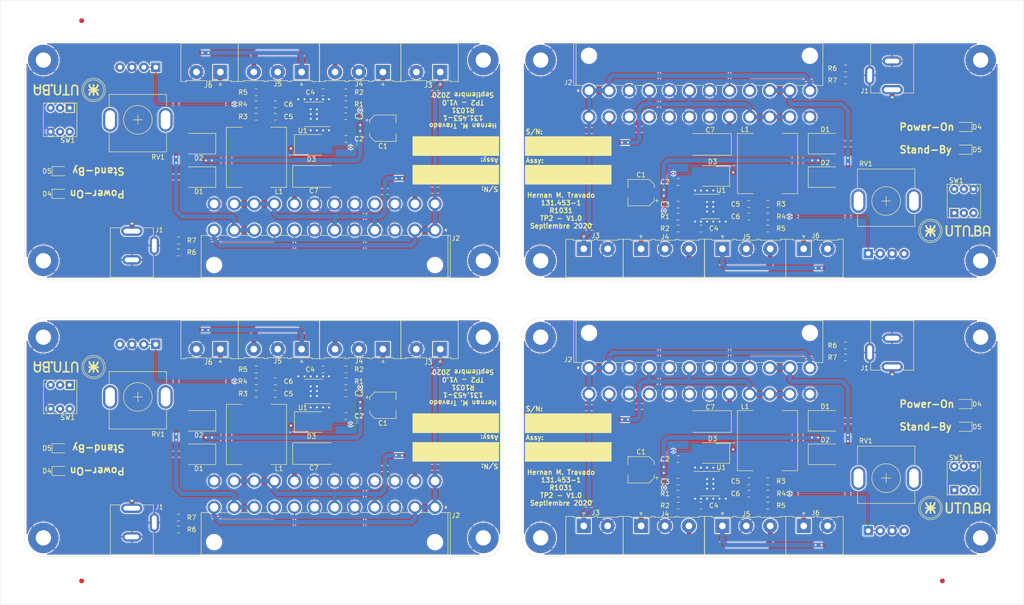
<source format=kicad_pcb>
(kicad_pcb (version 20171130) (host pcbnew 5.1.5-52549c5~86~ubuntu18.04.1)
  (title_block (title "Fuente Switching basada en TPS54331") (date 2020-09-03) (rev v1.0) (company "Sistemas de Representacion UTN-FRBA") (comment 1 "DOCENTES: Fernando Aló / Francisco Dominguez / Lucas Liaño") (comment 2 "CURSO: R1031") (comment 3 "ALUMNO: Hernan Matias Travado"))
  (layers (0 F.Cu signal) (31 B.Cu signal) (34 B.Paste user) (35 F.Paste user) (36 B.SilkS user) (37 F.SilkS user) (38 B.Mask user) (39 F.Mask user) (44 Edge.Cuts user))
  (net 0 "")
  (net 1 Earth)
  (net 2 /VIN)
  (net 3 "Net-(C5-Pad2)")
  (net 4 /COMP)
  (net 5 /VOUT)
  (net 6 +12V)
  (net 7 +24V)
  (net 8 "Net-(D4-Pad2)")
  (net 9 "Net-(D5-Pad2)")
  (net 10 +5V)
  (net 11 -5V)
  (net 12 /PS_ON)
  (net 13 -12V)
  (net 14 +3V3)
  (net 15 /VSB)
  (net 16 /PG)
  (net 17 /EN)
  (net 18 /Feedback)
  (net 19 "Net-(SW1-Pad4)")
  (net 20 "Net-(SW1-Pad3)")
  (net 21 "Net-(SW1-Pad2)")
  (net 22 "Net-(SW1-Pad1)")
  (net 23 /PH)
  (net 24 /BOOT)
  (net 25 "Net-(R4-Pad2)")
  (net 26 "Net-(C4-Pad1)")
  (module Capacitor_SMD:C_0805_2012Metric (layer F.Cu) (at 166.75 121.25 180)
    (fp_text reference C3 (at 2.75 0) (layer F.SilkS))
    (fp_text value "0.01uF 35V")
    (pad 1 smd roundrect (at -0.9375 0 180) (size 0.975 1.4) (layers F.Cu F.Paste F.Mask))
    (pad 2 smd roundrect (at 0.9375 0 180) (size 0.975 1.4) (layers F.Cu F.Paste F.Mask))
  )
  (module tp2:NoFootprint (layer F.Cu) (at 230.5 105)
    (fp_text reference MP1 hide)
    (fp_text value Ligth_Pipe)
  )
  (module LED_SMD:LED_0805_2012Metric (layer F.Cu) (at 226.5 109.75 180)
    (fp_text reference D5 (at -2.75 0) (layer F.SilkS))
    (fp_text value LED_ROJO)
    (pad 1 smd roundrect (at -0.9375 0 180) (size 0.975 1.4) (layers F.Cu F.Paste F.Mask))
    (pad 2 smd roundrect (at 0.9375 0 180) (size 0.975 1.4) (layers F.Cu F.Paste F.Mask))
  )
  (module Diode_SMD:D_SMB (layer F.Cu) (at 197.5 115.5)
    (fp_text reference D2 (at 0 -3) (layer F.SilkS))
    (fp_text value B340B)
    (pad 1 smd rect (at -2.15 0) (size 2.5 2.3) (layers F.Cu F.Paste F.Mask))
    (pad 2 smd rect (at 2.15 0) (size 2.5 2.3) (layers F.Cu F.Paste F.Mask))
  )
  (module Capacitor_SMD:C_0805_2012Metric (layer F.Cu) (at 171.5 126.25)
    (fp_text reference C4 (at 2.7 0) (layer F.SilkS))
    (fp_text value "0.01uF 35V")
    (pad 1 smd roundrect (at -0.9375 0) (size 0.975 1.4) (layers F.Cu F.Paste F.Mask))
    (pad 2 smd roundrect (at 0.9375 0) (size 0.975 1.4) (layers F.Cu F.Paste F.Mask))
  )
  (module Capacitor_SMD:C_0805_2012Metric (layer F.Cu) (at 181.5 121.15)
    (fp_text reference C5 (at -2.75 0) (layer F.SilkS))
    (fp_text value "1000pF 25V")
    (pad 1 smd roundrect (at -0.9375 0) (size 0.975 1.4) (layers F.Cu F.Paste F.Mask))
    (pad 2 smd roundrect (at 0.9375 0) (size 0.975 1.4) (layers F.Cu F.Paste F.Mask))
  )
  (module Diode_SMD:D_SMB (layer F.Cu) (at 197.5 108.5)
    (fp_text reference D1 (at 0 -3) (layer F.SilkS))
    (fp_text value B340B)
    (pad 1 smd rect (at -2.15 0) (size 2.5 2.3) (layers F.Cu F.Paste F.Mask))
    (pad 2 smd rect (at 2.15 0) (size 2.5 2.3) (layers F.Cu F.Paste F.Mask))
  )
  (module Capacitor_Tantalum_SMD:CP_EIA-7343-43_Kemet-X (layer F.Cu) (at 173.45 108.65 180)
    (fp_text reference C7 (at 0 3) (layer F.SilkS))
    (fp_text value "100uF 25V TANT")
    (pad 1 smd roundrect (at -3.1125 0 180) (size 2.075 2.55) (layers F.Cu F.Paste F.Mask) (roundrect_rratio 0.120482))
    (pad 2 smd roundrect (at 3.1125 0 180) (size 2.075 2.55) (layers F.Cu F.Paste F.Mask) (roundrect_rratio 0.120482))
  )
  (module tp2:SRR1260 (layer F.Cu) (at 185.45 112.65 90)
    (fp_text reference L1 (at 7.15 -4.7 180) (layer F.SilkS))
    (fp_text value 15uH)
    (pad 1 smd rect (at -4.85 0 90) (size 2.9 5.4) (layers F.Cu F.Paste F.Mask))
    (pad 2 smd rect (at 4.85 0 90) (size 2.9 5.4) (layers F.Cu F.Paste F.Mask))
  )
  (module MountingHole:MountingHole_3.2mm_M3_Pad (layer F.Cu) (at 230 133)
    (fp_text reference H3 hide)
    (fp_text value MountingHole_Pad)
    (pad 1 thru_hole circle (at 0 0) (size 6.4 6.4) (drill 3.2) (layers *.Cu *.Mask))
  )
  (module Capacitor_SMD:C_0805_2012Metric (layer F.Cu) (at 166.75 116.5)
    (fp_text reference C2 (at -2.75 0) (layer F.SilkS))
    (fp_text value "0.1uF 35V")
    (pad 1 smd roundrect (at -0.9375 0) (size 0.975 1.4) (layers F.Cu F.Paste F.Mask))
    (pad 2 smd roundrect (at 0.9375 0) (size 0.975 1.4) (layers F.Cu F.Paste F.Mask))
  )
  (module MountingHole:MountingHole_3.2mm_M3_Pad (layer F.Cu) (at 138 91)
    (fp_text reference H1 hide)
    (fp_text value MountingHole_Pad)
    (pad 1 thru_hole circle (at 0 0) (size 6.4 6.4) (drill 3.2) (layers *.Cu *.Mask))
  )
  (module tp2:NoFootprint (layer F.Cu) (at 230.5 109.75)
    (fp_text reference MP2 hide)
    (fp_text value Ligth_Pipe)
  )
  (module tp2:796644-2 (layer F.Cu) (at 193 130.5)
    (fp_text reference J6 (at 2.5 -2.75) (layer F.SilkS))
    (fp_text value "Bornera x2")
    (pad 1 thru_hole rect (at 0 0) (size 3 3) (drill 1.4) (layers *.Cu *.Mask))
    (pad 2 thru_hole circle (at 5 0) (size 3 3) (drill 1.4) (layers *.Cu *.Mask))
  )
  (module LogoUTN:UTN.BA-Letras (layer F.Cu) (at 219.5 126.75)
    (fp_text reference LogoUTN.BA-Letras hide)
    (fp_text value UTN.BA-Letras)
  )
  (module tp2:796644-3 (layer F.Cu) (at 176 130.5)
    (fp_text reference J5 (at 5 -2.5) (layer F.SilkS))
    (fp_text value "Bornera x3")
    (pad 3 thru_hole circle (at 10 0) (size 3 3) (drill 1.4) (layers *.Cu *.Mask))
    (pad 2 thru_hole circle (at 5 0) (size 3 3) (drill 1.4) (layers *.Cu *.Mask))
    (pad 1 thru_hole rect (at 0 0) (size 3 3) (drill 1.4) (layers *.Cu *.Mask))
  )
  (module tp2:796644-3 (layer F.Cu) (at 159 130.5)
    (fp_text reference J4 (at 5 -2.5) (layer F.SilkS))
    (fp_text value "Bornera x3")
    (pad 3 thru_hole circle (at 10 0) (size 3 3) (drill 1.4) (layers *.Cu *.Mask))
    (pad 2 thru_hole circle (at 5 0) (size 3 3) (drill 1.4) (layers *.Cu *.Mask))
    (pad 1 thru_hole rect (at 0 0) (size 3 3) (drill 1.4) (layers *.Cu *.Mask))
  )
  (module tp2:796644-2 (layer F.Cu) (at 147 130.5)
    (fp_text reference J3 (at 2.5 -2.75) (layer F.SilkS))
    (fp_text value "Bornera x2")
    (pad 1 thru_hole rect (at 0 0) (size 3 3) (drill 1.4) (layers *.Cu *.Mask))
    (pad 2 thru_hole circle (at 5 0) (size 3 3) (drill 1.4) (layers *.Cu *.Mask))
  )
  (module tp2:PJ-002A (layer F.Cu) (at 211.5 97.2 270)
    (fp_text reference J1 (at 0.25 5.75 180) (layer F.SilkS))
    (fp_text value PJ-002A)
    (pad 1 thru_hole oval (at 0 0 270) (size 2 4.5) (drill oval 1 3.5) (layers *.Cu *.Mask))
    (pad 2 thru_hole oval (at -6 0 270) (size 2 4) (drill oval 1 3) (layers *.Cu *.Mask))
    (pad 3 thru_hole oval (at -3 4.7) (size 2 4) (drill oval 1 3) (layers *.Cu *.Mask))
  )
  (module tp2:TL2230 (layer F.Cu) (at 224.5 123)
    (fp_text reference SW1 (at 0.4 -6.8) (layer F.SilkS))
    (fp_text value SW_Push_DPDT)
    (pad 1 thru_hole rect (at 0 0) (size 1.75 1.75) (drill 0.8) (layers *.Cu *.Mask))
    (pad 2 thru_hole circle (at 2 0) (size 1.75 1.75) (drill 0.8) (layers *.Cu *.Mask))
    (pad 3 thru_hole circle (at 4 0) (size 1.75 1.75) (drill 0.8) (layers *.Cu *.Mask))
    (pad 4 thru_hole circle (at 0 -5) (size 1.75 1.75) (drill 0.8) (layers *.Cu *.Mask))
    (pad 5 thru_hole circle (at 2 -5) (size 1.75 1.75) (drill 0.8) (layers *.Cu *.Mask))
    (pad 6 thru_hole circle (at 4 -5) (size 1.75 1.75) (drill 0.8) (layers *.Cu *.Mask))
  )
  (module Resistor_SMD:R_0805_2012Metric (layer F.Cu) (at 166.75 123.75)
    (fp_text reference R1 (at -2.75 0) (layer F.SilkS))
    (fp_text value "100K 5%")
    (pad 1 smd roundrect (at -0.9375 0) (size 0.975 1.4) (layers F.Cu F.Paste F.Mask))
    (pad 2 smd roundrect (at 0.9375 0) (size 0.975 1.4) (layers F.Cu F.Paste F.Mask))
  )
  (module Resistor_SMD:R_0805_2012Metric (layer F.Cu) (at 166.75 126.25 180)
    (fp_text reference R2 (at 2.75 0) (layer F.SilkS))
    (fp_text value "22K 5%")
    (pad 1 smd roundrect (at -0.9375 0 180) (size 0.975 1.4) (layers F.Cu F.Paste F.Mask))
    (pad 2 smd roundrect (at 0.9375 0 180) (size 0.975 1.4) (layers F.Cu F.Paste F.Mask))
  )
  (module MountingHole:MountingHole_3.2mm_M3_Pad (layer F.Cu) (at 138 133)
    (fp_text reference H4 hide)
    (fp_text value MountingHole_Pad)
    (pad 1 thru_hole circle (at 0 0) (size 6.4 6.4) (drill 3.2) (layers *.Cu *.Mask))
  )
  (module tp2:Molex_0039301240 (layer F.Cu) (at 148.1 97.4 180)
    (fp_text reference J2 (at 4.35 1.7) (layer F.SilkS))
    (fp_text value "MOLEX ATX")
    (pad 1 thru_hole circle (at 0 0) (size 2.8 2.8) (drill 1.8) (layers *.Cu *.Mask))
    (pad "" np_thru_hole circle (at 0 7.3) (size 3 3) (drill 3) (layers *.Cu *.Mask))
    (pad "" np_thru_hole circle (at -46.2 7.3) (size 3 3) (drill 3) (layers *.Cu *.Mask))
    (pad 2 thru_hole circle (at -4.2 0) (size 2.8 2.8) (drill 1.8) (layers *.Cu *.Mask))
    (pad 3 thru_hole circle (at -8.4 0) (size 2.8 2.8) (drill 1.8) (layers *.Cu *.Mask))
    (pad 4 thru_hole circle (at -12.6 0) (size 2.8 2.8) (drill 1.8) (layers *.Cu *.Mask))
    (pad 5 thru_hole circle (at -16.8 0) (size 2.8 2.8) (drill 1.8) (layers *.Cu *.Mask))
    (pad 6 thru_hole circle (at -21 0) (size 2.8 2.8) (drill 1.8) (layers *.Cu *.Mask))
    (pad 7 thru_hole circle (at -25.2 0) (size 2.8 2.8) (drill 1.8) (layers *.Cu *.Mask))
    (pad 8 thru_hole circle (at -29.4 0) (size 2.8 2.8) (drill 1.8) (layers *.Cu *.Mask))
    (pad 9 thru_hole circle (at -33.6 0) (size 2.8 2.8) (drill 1.8) (layers *.Cu *.Mask))
    (pad 10 thru_hole circle (at -37.8 0) (size 2.8 2.8) (drill 1.8) (layers *.Cu *.Mask))
    (pad 11 thru_hole circle (at -42 0) (size 2.8 2.8) (drill 1.8) (layers *.Cu *.Mask))
    (pad 12 thru_hole circle (at -46.2 0) (size 2.8 2.8) (drill 1.8) (layers *.Cu *.Mask))
    (pad 13 thru_hole circle (at 0 -5.5) (size 2.8 2.8) (drill 1.8) (layers *.Cu *.Mask))
    (pad 14 thru_hole circle (at -4.2 -5.5) (size 2.8 2.8) (drill 1.8) (layers *.Cu *.Mask))
    (pad 15 thru_hole circle (at -8.4 -5.5) (size 2.8 2.8) (drill 1.8) (layers *.Cu *.Mask))
    (pad 16 thru_hole circle (at -12.6 -5.5) (size 2.8 2.8) (drill 1.8) (layers *.Cu *.Mask))
    (pad 17 thru_hole circle (at -16.8 -5.5) (size 2.8 2.8) (drill 1.8) (layers *.Cu *.Mask))
    (pad 18 thru_hole circle (at -21 -5.5) (size 2.8 2.8) (drill 1.8) (layers *.Cu *.Mask))
    (pad 19 thru_hole circle (at -25.2 -5.5) (size 2.8 2.8) (drill 1.8) (layers *.Cu *.Mask))
    (pad 20 thru_hole circle (at -29.4 -5.5) (size 2.8 2.8) (drill 1.8) (layers *.Cu *.Mask))
    (pad 21 thru_hole circle (at -33.6 -5.5) (size 2.8 2.8) (drill 1.8) (layers *.Cu *.Mask))
    (pad 22 thru_hole circle (at -37.8 -5.5) (size 2.8 2.8) (drill 1.8) (layers *.Cu *.Mask))
    (pad 23 thru_hole circle (at -42 -5.5) (size 2.8 2.8) (drill 1.8) (layers *.Cu *.Mask))
    (pad 24 thru_hole circle (at -46.2 -5.5) (size 2.8 2.8) (drill 1.8) (layers *.Cu *.Mask))
  )
  (module LogoUTN:UTN2 (layer F.Cu) (at 223 93.25)
    (fp_text reference G*** hide)
    (fp_text value LOGO hide)
    (fp_poly (pts (xy -1.979084 3.386584) (xy -1.735667 3.386666) (xy -1.735667 3.914343) (xy -1.734549 4.135993) (xy -1.729767 4.287918) (xy -1.719184 4.385046) (xy -1.70066 4.442306) (xy -1.672057 4.474626) (xy -1.653784 4.485843) (xy -1.508603 4.527341) (xy -1.379812 4.496607) (xy -1.336524 4.463142) (xy -1.306796 4.416166) (xy -1.287029 4.336028) (xy -1.275517 4.208083) (xy -1.270557 4.017688) (xy -1.27 3.891642) (xy -1.27 3.386666) (xy -0.804334 3.386666) (xy -0.804334 3.930739) (xy -0.805566 4.159164) (xy -0.810923 4.320639) (xy -0.822897 4.432866) (xy -0.843979 4.513544) (xy -0.876661 4.580376) (xy -0.901164 4.618656) (xy -1.053555 4.774028) (xy -1.257393 4.863186) (xy -1.513475 4.886371) (xy -1.711222 4.865698) (xy -1.907027 4.805536) (xy -2.049889 4.700737) (xy -2.180167 4.570545) (xy -2.201334 3.978523) (xy -2.2225 3.386501) (xy -1.979084 3.386584)) (layer F.Cu) (width 0.01))
    (fp_poly (pts (xy 0.762 3.767666) (xy 0.296333 3.767666) (xy 0.296333 4.868333) (xy -0.169334 4.868333) (xy -0.169334 3.767666) (xy -0.635 3.767666) (xy -0.635 3.386666) (xy 0.762 3.386666) (xy 0.762 3.767666)) (layer F.Cu) (width 0.01))
    (fp_poly (pts (xy 1.143 3.3954) (xy 1.375833 3.407833) (xy 1.629833 3.782898) (xy 1.883833 4.157964) (xy 1.908177 3.386666) (xy 2.128838 3.386614) (xy 2.3495 3.386561) (xy 2.337011 4.129593) (xy 2.324523 4.872625) (xy 2.108807 4.859896) (xy 1.89309 4.847166) (xy 1.634461 4.469911) (xy 1.375833 4.092656) (xy 1.363661 4.480494) (xy 1.351489 4.868333) (xy 0.935108 4.868333) (xy 0.922637 4.12565) (xy 0.910166 3.382968) (xy 1.143 3.3954)) (layer F.Cu) (width 0.01))
    (fp_poly (pts (xy 0.729408 -3.33375) (xy 0.740833 -2.434167) (xy 1.037936 -2.7305) (xy 1.27904 -3.003155) (xy 1.453764 -3.282278) (xy 1.57595 -3.594167) (xy 1.644939 -3.883701) (xy 1.710946 -4.233334) (xy 3.002481 -4.233334) (xy 2.980127 -3.947584) (xy 2.930167 -3.5331) (xy 2.849105 -3.135517) (xy 2.743128 -2.783145) (xy 2.703105 -2.680074) (xy 2.523701 -2.325474) (xy 2.289459 -1.978845) (xy 2.018112 -1.662194) (xy 1.727397 -1.397527) (xy 1.588256 -1.296782) (xy 1.419679 -1.185334) (xy 3.005666 -1.185334) (xy 3.005666 0.217011) (xy 2.243613 0.203755) (xy 2.000316 0.200635) (xy 1.78928 0.200054) (xy 1.623828 0.201873) (xy 1.517287 0.205954) (xy 1.482752 0.211666) (xy 1.51629 0.244107) (xy 1.600229 0.302776) (xy 1.657088 0.338666) (xy 1.813567 0.456352) (xy 1.994146 0.626829) (xy 2.180295 0.829737) (xy 2.353481 1.044718) (xy 2.495171 1.251412) (xy 2.509278 1.274861) (xy 2.637081 1.527658) (xy 2.755565 1.828114) (xy 2.853831 2.143179) (xy 2.920985 2.439802) (xy 2.940751 2.583553) (xy 2.958572 2.762401) (xy 2.977313 2.93767) (xy 2.98884 3.037416) (xy 3.010854 3.217333) (xy 1.704949 3.217333) (xy 1.653434 2.897995) (xy 1.550327 2.504333) (xy 1.376505 2.135271) (xy 1.14174 1.809332) (xy 1.004772 1.668519) (xy 0.740833 1.424113) (xy 0.729424 2.341889) (xy 0.718015 3.259666) (xy -0.635 3.259666) (xy -0.635 2.370666) (xy -0.636885 2.034001) (xy -0.642624 1.779402) (xy -0.652349 1.604351) (xy -0.666187 1.50633) (xy -0.68072 1.481666) (xy -0.73013 1.509837) (xy -0.820842 1.584672) (xy -0.935637 1.69165) (xy -0.969446 1.725083) (xy -1.223568 2.036639) (xy -1.414622 2.400407) (xy -1.544754 2.820608) (xy -1.557655 2.881314) (xy -1.629834 3.2385) (xy -2.265455 3.226867) (xy -2.901075 3.215235) (xy -2.871255 2.803534) (xy -2.794084 2.265606) (xy -2.644442 1.76051) (xy -2.425236 1.295825) (xy -2.139369 0.879131) (xy -2.128877 0.86634) (xy -2.003429 0.725116) (xy -1.860872 0.581493) (xy -1.71663 0.449089) (xy -1.586126 0.341529) (xy -1.484783 0.272433) (xy -1.435532 0.254) (xy -1.397532 0.227642) (xy -1.396966 0.22225) (xy -1.437047 0.212845) (xy -1.548412 0.206088) (xy -1.717711 0.20229) (xy -1.931595 0.201762) (xy -2.158966 0.204482) (xy -2.921 0.218464) (xy -2.921 -1.185334) (xy -1.345353 -1.185334) (xy -1.593427 -1.368887) (xy -1.97519 -1.702615) (xy -2.292274 -2.089861) (xy -2.543243 -2.527851) (xy -2.726662 -3.01381) (xy -2.841096 -3.544966) (xy -2.873131 -3.84175) (xy -2.90188 -4.233334) (xy -1.5875 -4.23321) (xy -1.575947 -4.053355) (xy -1.537511 -3.80227) (xy -1.458453 -3.522354) (xy -1.349992 -3.251718) (xy -1.324842 -3.200247) (xy -1.254836 -3.087433) (xy -1.15213 -2.952007) (xy -1.031604 -2.810196) (xy -0.908136 -2.678232) (xy -0.796607 -2.572345) (xy -0.711897 -2.508764) (xy -0.680721 -2.497667) (xy -0.663205 -2.534537) (xy -0.650016 -2.646782) (xy -0.641024 -2.836855) (xy -0.636101 -3.107206) (xy -0.635 -3.3655) (xy -0.635 -4.233334) (xy 0.717982 -4.233334) (xy 0.729408 -3.33375)) (layer F.Cu) (width 0.01))
  )
  (module MountingHole:MountingHole_3.2mm_M3_Pad (layer F.Cu) (at 230 91)
    (fp_text reference H2 hide)
    (fp_text value MountingHole_Pad)
    (pad 1 thru_hole circle (at 0 0) (size 6.4 6.4) (drill 3.2) (layers *.Cu *.Mask))
  )
  (module Diode_SMD:D_SMB (layer F.Cu) (at 173.95 115.25 180)
    (fp_text reference D3 (at 0 3) (layer F.SilkS))
    (fp_text value B340B)
    (pad 1 smd rect (at -2.15 0 180) (size 2.5 2.3) (layers F.Cu F.Paste F.Mask))
    (pad 2 smd rect (at 2.15 0 180) (size 2.5 2.3) (layers F.Cu F.Paste F.Mask))
  )
  (module Resistor_SMD:R_0805_2012Metric (layer F.Cu) (at 185.5 123.75)
    (fp_text reference R4 (at 2.8 0) (layer F.SilkS))
    (fp_text value "330R 5%")
    (pad 1 smd roundrect (at -0.9375 0) (size 0.975 1.4) (layers F.Cu F.Paste F.Mask))
    (pad 2 smd roundrect (at 0.9375 0) (size 0.975 1.4) (layers F.Cu F.Paste F.Mask))
  )
  (module Capacitor_SMD:CP_Elec_5x5.8 (layer F.Cu) (at 159 118.75 180)
    (fp_text reference C1 (at 0 3.75) (layer F.SilkS))
    (fp_text value "10uF 35V")
    (pad 1 smd roundrect (at -2.2 0 180) (size 3 1.6) (layers F.Cu F.Paste F.Mask) (roundrect_rratio 0.15625))
    (pad 2 smd roundrect (at 2.2 0 180) (size 3 1.6) (layers F.Cu F.Paste F.Mask) (roundrect_rratio 0.15625))
  )
  (module Capacitor_SMD:C_0805_2012Metric (layer F.Cu) (at 181.5 123.75)
    (fp_text reference C6 (at -2.75 0) (layer F.SilkS))
    (fp_text value "47pF 25V")
    (pad 1 smd roundrect (at -0.9375 0) (size 0.975 1.4) (layers F.Cu F.Paste F.Mask))
    (pad 2 smd roundrect (at 0.9375 0) (size 0.975 1.4) (layers F.Cu F.Paste F.Mask))
  )
  (module Resistor_SMD:R_0805_2012Metric (layer F.Cu) (at 185.5 126.25 180)
    (fp_text reference R5 (at -2.75 0) (layer F.SilkS))
    (fp_text value "10K 5%")
    (pad 1 smd roundrect (at -0.9375 0 180) (size 0.975 1.4) (layers F.Cu F.Paste F.Mask))
    (pad 2 smd roundrect (at 0.9375 0 180) (size 0.975 1.4) (layers F.Cu F.Paste F.Mask))
  )
  (module tp2:SOIC-8-1EP_3.9x4.9mm_P1.27mm_EP2.29x3mm (layer F.Cu) (at 173.45 121.65)
    (fp_text reference U1 (at 2.3 -3.4) (layer F.SilkS))
    (fp_text value TPS54331)
    (pad 9 smd roundrect (at 0 0) (size 2.29 3) (layers F.Cu F.Mask) (roundrect_rratio 0.10917))
    (pad 1 smd roundrect (at -2.475 -1.905) (size 1.95 0.6) (layers F.Cu F.Paste F.Mask))
    (pad 2 smd roundrect (at -2.475 -0.635) (size 1.95 0.6) (layers F.Cu F.Paste F.Mask))
    (pad 3 smd roundrect (at -2.475 0.635) (size 1.95 0.6) (layers F.Cu F.Paste F.Mask))
    (pad 4 smd roundrect (at -2.475 1.905) (size 1.95 0.6) (layers F.Cu F.Paste F.Mask))
    (pad 5 smd roundrect (at 2.475 1.905) (size 1.95 0.6) (layers F.Cu F.Paste F.Mask))
    (pad 6 smd roundrect (at 2.475 0.635) (size 1.95 0.6) (layers F.Cu F.Paste F.Mask))
    (pad 7 smd roundrect (at 2.475 -0.635) (size 1.95 0.6) (layers F.Cu F.Paste F.Mask))
    (pad 8 smd roundrect (at 2.475 -1.905) (size 1.95 0.6) (layers F.Cu F.Paste F.Mask))
  )
  (module tp2:PTV111-3 (layer F.Cu) (at 206.5 131.5)
    (fp_text reference RV1 (at -0.5 -18.8) (layer F.SilkS))
    (fp_text value "10K 5%")
    (pad 1 thru_hole rect (at 0 0) (size 2 2) (drill 1) (layers *.Cu *.Mask))
    (pad 2 thru_hole circle (at 2.5 0) (size 2 2) (drill 1) (layers *.Cu *.Mask))
    (pad 3 thru_hole circle (at 5 0) (size 2 2) (drill 1) (layers *.Cu *.Mask))
    (pad 4 thru_hole circle (at 7.5 0) (size 2 2) (drill 1) (layers *.Cu *.Mask))
    (pad "" thru_hole oval (at -2.05 -11) (size 3 5) (drill oval 2 4) (layers *.Cu *.Mask))
    (pad "" thru_hole oval (at 9.55 -11) (size 3 5) (drill oval 2 4) (layers *.Cu *.Mask))
  )
  (module Resistor_SMD:R_0805_2012Metric (layer F.Cu) (at 185.5 121.15)
    (fp_text reference R3 (at 2.75 0) (layer F.SilkS))
    (fp_text value "29.4K 1%")
    (pad 1 smd roundrect (at -0.9375 0) (size 0.975 1.4) (layers F.Cu F.Paste F.Mask))
    (pad 2 smd roundrect (at 0.9375 0) (size 0.975 1.4) (layers F.Cu F.Paste F.Mask))
  )
  (module Resistor_SMD:R_0805_2012Metric (layer F.Cu) (at 201.75 95.25 180)
    (fp_text reference R7 (at 2.75 0) (layer F.SilkS))
    (fp_text value "330R 5%")
    (pad 1 smd roundrect (at -0.9375 0 180) (size 0.975 1.4) (layers F.Cu F.Paste F.Mask))
    (pad 2 smd roundrect (at 0.9375 0 180) (size 0.975 1.4) (layers F.Cu F.Paste F.Mask))
  )
  (module LED_SMD:LED_0805_2012Metric (layer F.Cu) (at 226.5 105 180)
    (fp_text reference D4 (at -2.75 0) (layer F.SilkS))
    (fp_text value LED_VERDE)
    (pad 1 smd roundrect (at -0.9375 0 180) (size 0.975 1.4) (layers F.Cu F.Paste F.Mask))
    (pad 2 smd roundrect (at 0.9375 0 180) (size 0.975 1.4) (layers F.Cu F.Paste F.Mask))
  )
  (module Resistor_SMD:R_0805_2012Metric (layer F.Cu) (at 201.75 92.75 180)
    (fp_text reference R6 (at 2.75 0 180) (layer F.SilkS))
    (fp_text value "330R 5%")
    (pad 1 smd roundrect (at -0.9375 0 180) (size 0.975 1.4) (layers F.Cu F.Paste F.Mask))
    (pad 2 smd roundrect (at 0.9375 0 180) (size 0.975 1.4) (layers F.Cu F.Paste F.Mask))
  )
  (module Capacitor_SMD:C_0805_2012Metric (layer F.Cu) (at 166.75 63.25 180)
    (fp_text reference C3 (at 2.75 0) (layer F.SilkS))
    (fp_text value "0.01uF 35V")
    (pad 1 smd roundrect (at -0.9375 0 180) (size 0.975 1.4) (layers F.Cu F.Paste F.Mask))
    (pad 2 smd roundrect (at 0.9375 0 180) (size 0.975 1.4) (layers F.Cu F.Paste F.Mask))
  )
  (module tp2:NoFootprint (layer F.Cu) (at 230.5 47)
    (fp_text reference MP1 hide)
    (fp_text value Ligth_Pipe)
  )
  (module LED_SMD:LED_0805_2012Metric (layer F.Cu) (at 226.5 51.75 180)
    (fp_text reference D5 (at -2.75 0) (layer F.SilkS))
    (fp_text value LED_ROJO)
    (pad 1 smd roundrect (at -0.9375 0 180) (size 0.975 1.4) (layers F.Cu F.Paste F.Mask))
    (pad 2 smd roundrect (at 0.9375 0 180) (size 0.975 1.4) (layers F.Cu F.Paste F.Mask))
  )
  (module Diode_SMD:D_SMB (layer F.Cu) (at 197.5 57.5)
    (fp_text reference D2 (at 0 -3) (layer F.SilkS))
    (fp_text value B340B)
    (pad 1 smd rect (at -2.15 0) (size 2.5 2.3) (layers F.Cu F.Paste F.Mask))
    (pad 2 smd rect (at 2.15 0) (size 2.5 2.3) (layers F.Cu F.Paste F.Mask))
  )
  (module Capacitor_SMD:C_0805_2012Metric (layer F.Cu) (at 171.5 68.25)
    (fp_text reference C4 (at 2.7 0) (layer F.SilkS))
    (fp_text value "0.01uF 35V")
    (pad 1 smd roundrect (at -0.9375 0) (size 0.975 1.4) (layers F.Cu F.Paste F.Mask))
    (pad 2 smd roundrect (at 0.9375 0) (size 0.975 1.4) (layers F.Cu F.Paste F.Mask))
  )
  (module Capacitor_SMD:C_0805_2012Metric (layer F.Cu) (at 181.5 63.15)
    (fp_text reference C5 (at -2.75 0) (layer F.SilkS))
    (fp_text value "1000pF 25V")
    (pad 1 smd roundrect (at -0.9375 0) (size 0.975 1.4) (layers F.Cu F.Paste F.Mask))
    (pad 2 smd roundrect (at 0.9375 0) (size 0.975 1.4) (layers F.Cu F.Paste F.Mask))
  )
  (module Diode_SMD:D_SMB (layer F.Cu) (at 197.5 50.5)
    (fp_text reference D1 (at 0 -3) (layer F.SilkS))
    (fp_text value B340B)
    (pad 1 smd rect (at -2.15 0) (size 2.5 2.3) (layers F.Cu F.Paste F.Mask))
    (pad 2 smd rect (at 2.15 0) (size 2.5 2.3) (layers F.Cu F.Paste F.Mask))
  )
  (module Capacitor_Tantalum_SMD:CP_EIA-7343-43_Kemet-X (layer F.Cu) (at 173.45 50.65 180)
    (fp_text reference C7 (at 0 3) (layer F.SilkS))
    (fp_text value "100uF 25V TANT")
    (pad 1 smd roundrect (at -3.1125 0 180) (size 2.075 2.55) (layers F.Cu F.Paste F.Mask) (roundrect_rratio 0.120482))
    (pad 2 smd roundrect (at 3.1125 0 180) (size 2.075 2.55) (layers F.Cu F.Paste F.Mask) (roundrect_rratio 0.120482))
  )
  (module tp2:SRR1260 (layer F.Cu) (at 185.45 54.65 90)
    (fp_text reference L1 (at 7.15 -4.7 180) (layer F.SilkS))
    (fp_text value 15uH)
    (pad 1 smd rect (at -4.85 0 90) (size 2.9 5.4) (layers F.Cu F.Paste F.Mask))
    (pad 2 smd rect (at 4.85 0 90) (size 2.9 5.4) (layers F.Cu F.Paste F.Mask))
  )
  (module MountingHole:MountingHole_3.2mm_M3_Pad (layer F.Cu) (at 230 75)
    (fp_text reference H3 hide)
    (fp_text value MountingHole_Pad)
    (pad 1 thru_hole circle (at 0 0) (size 6.4 6.4) (drill 3.2) (layers *.Cu *.Mask))
  )
  (module Capacitor_SMD:C_0805_2012Metric (layer F.Cu) (at 166.75 58.5)
    (fp_text reference C2 (at -2.75 0) (layer F.SilkS))
    (fp_text value "0.1uF 35V")
    (pad 1 smd roundrect (at -0.9375 0) (size 0.975 1.4) (layers F.Cu F.Paste F.Mask))
    (pad 2 smd roundrect (at 0.9375 0) (size 0.975 1.4) (layers F.Cu F.Paste F.Mask))
  )
  (module MountingHole:MountingHole_3.2mm_M3_Pad (layer F.Cu) (at 138 33)
    (fp_text reference H1 hide)
    (fp_text value MountingHole_Pad)
    (pad 1 thru_hole circle (at 0 0) (size 6.4 6.4) (drill 3.2) (layers *.Cu *.Mask))
  )
  (module tp2:NoFootprint (layer F.Cu) (at 230.5 51.75)
    (fp_text reference MP2 hide)
    (fp_text value Ligth_Pipe)
  )
  (module tp2:796644-2 (layer F.Cu) (at 193 72.5)
    (fp_text reference J6 (at 2.5 -2.75) (layer F.SilkS))
    (fp_text value "Bornera x2")
    (pad 1 thru_hole rect (at 0 0) (size 3 3) (drill 1.4) (layers *.Cu *.Mask))
    (pad 2 thru_hole circle (at 5 0) (size 3 3) (drill 1.4) (layers *.Cu *.Mask))
  )
  (module LogoUTN:UTN.BA-Letras (layer F.Cu) (at 219.5 68.75)
    (fp_text reference LogoUTN.BA-Letras hide)
    (fp_text value UTN.BA-Letras)
  )
  (module tp2:796644-3 (layer F.Cu) (at 176 72.5)
    (fp_text reference J5 (at 5 -2.5) (layer F.SilkS))
    (fp_text value "Bornera x3")
    (pad 3 thru_hole circle (at 10 0) (size 3 3) (drill 1.4) (layers *.Cu *.Mask))
    (pad 2 thru_hole circle (at 5 0) (size 3 3) (drill 1.4) (layers *.Cu *.Mask))
    (pad 1 thru_hole rect (at 0 0) (size 3 3) (drill 1.4) (layers *.Cu *.Mask))
  )
  (module tp2:796644-3 (layer F.Cu) (at 159 72.5)
    (fp_text reference J4 (at 5 -2.5) (layer F.SilkS))
    (fp_text value "Bornera x3")
    (pad 3 thru_hole circle (at 10 0) (size 3 3) (drill 1.4) (layers *.Cu *.Mask))
    (pad 2 thru_hole circle (at 5 0) (size 3 3) (drill 1.4) (layers *.Cu *.Mask))
    (pad 1 thru_hole rect (at 0 0) (size 3 3) (drill 1.4) (layers *.Cu *.Mask))
  )
  (module tp2:796644-2 (layer F.Cu) (at 147 72.5)
    (fp_text reference J3 (at 2.5 -2.75) (layer F.SilkS))
    (fp_text value "Bornera x2")
    (pad 1 thru_hole rect (at 0 0) (size 3 3) (drill 1.4) (layers *.Cu *.Mask))
    (pad 2 thru_hole circle (at 5 0) (size 3 3) (drill 1.4) (layers *.Cu *.Mask))
  )
  (module tp2:PJ-002A (layer F.Cu) (at 211.5 39.2 270)
    (fp_text reference J1 (at 0.25 5.75 180) (layer F.SilkS))
    (fp_text value PJ-002A)
    (pad 1 thru_hole oval (at 0 0 270) (size 2 4.5) (drill oval 1 3.5) (layers *.Cu *.Mask))
    (pad 2 thru_hole oval (at -6 0 270) (size 2 4) (drill oval 1 3) (layers *.Cu *.Mask))
    (pad 3 thru_hole oval (at -3 4.7) (size 2 4) (drill oval 1 3) (layers *.Cu *.Mask))
  )
  (module tp2:TL2230 (layer F.Cu) (at 224.5 65)
    (fp_text reference SW1 (at 0.4 -6.8) (layer F.SilkS))
    (fp_text value SW_Push_DPDT)
    (pad 1 thru_hole rect (at 0 0) (size 1.75 1.75) (drill 0.8) (layers *.Cu *.Mask))
    (pad 2 thru_hole circle (at 2 0) (size 1.75 1.75) (drill 0.8) (layers *.Cu *.Mask))
    (pad 3 thru_hole circle (at 4 0) (size 1.75 1.75) (drill 0.8) (layers *.Cu *.Mask))
    (pad 4 thru_hole circle (at 0 -5) (size 1.75 1.75) (drill 0.8) (layers *.Cu *.Mask))
    (pad 5 thru_hole circle (at 2 -5) (size 1.75 1.75) (drill 0.8) (layers *.Cu *.Mask))
    (pad 6 thru_hole circle (at 4 -5) (size 1.75 1.75) (drill 0.8) (layers *.Cu *.Mask))
  )
  (module Resistor_SMD:R_0805_2012Metric (layer F.Cu) (at 166.75 65.75)
    (fp_text reference R1 (at -2.75 0) (layer F.SilkS))
    (fp_text value "100K 5%")
    (pad 1 smd roundrect (at -0.9375 0) (size 0.975 1.4) (layers F.Cu F.Paste F.Mask))
    (pad 2 smd roundrect (at 0.9375 0) (size 0.975 1.4) (layers F.Cu F.Paste F.Mask))
  )
  (module Resistor_SMD:R_0805_2012Metric (layer F.Cu) (at 166.75 68.25 180)
    (fp_text reference R2 (at 2.75 0) (layer F.SilkS))
    (fp_text value "22K 5%")
    (pad 1 smd roundrect (at -0.9375 0 180) (size 0.975 1.4) (layers F.Cu F.Paste F.Mask))
    (pad 2 smd roundrect (at 0.9375 0 180) (size 0.975 1.4) (layers F.Cu F.Paste F.Mask))
  )
  (module MountingHole:MountingHole_3.2mm_M3_Pad (layer F.Cu) (at 138 75)
    (fp_text reference H4 hide)
    (fp_text value MountingHole_Pad)
    (pad 1 thru_hole circle (at 0 0) (size 6.4 6.4) (drill 3.2) (layers *.Cu *.Mask))
  )
  (module tp2:Molex_0039301240 (layer F.Cu) (at 148.1 39.4 180)
    (fp_text reference J2 (at 4.35 1.7) (layer F.SilkS))
    (fp_text value "MOLEX ATX")
    (pad 1 thru_hole circle (at 0 0) (size 2.8 2.8) (drill 1.8) (layers *.Cu *.Mask))
    (pad "" np_thru_hole circle (at 0 7.3) (size 3 3) (drill 3) (layers *.Cu *.Mask))
    (pad "" np_thru_hole circle (at -46.2 7.3) (size 3 3) (drill 3) (layers *.Cu *.Mask))
    (pad 2 thru_hole circle (at -4.2 0) (size 2.8 2.8) (drill 1.8) (layers *.Cu *.Mask))
    (pad 3 thru_hole circle (at -8.4 0) (size 2.8 2.8) (drill 1.8) (layers *.Cu *.Mask))
    (pad 4 thru_hole circle (at -12.6 0) (size 2.8 2.8) (drill 1.8) (layers *.Cu *.Mask))
    (pad 5 thru_hole circle (at -16.8 0) (size 2.8 2.8) (drill 1.8) (layers *.Cu *.Mask))
    (pad 6 thru_hole circle (at -21 0) (size 2.8 2.8) (drill 1.8) (layers *.Cu *.Mask))
    (pad 7 thru_hole circle (at -25.2 0) (size 2.8 2.8) (drill 1.8) (layers *.Cu *.Mask))
    (pad 8 thru_hole circle (at -29.4 0) (size 2.8 2.8) (drill 1.8) (layers *.Cu *.Mask))
    (pad 9 thru_hole circle (at -33.6 0) (size 2.8 2.8) (drill 1.8) (layers *.Cu *.Mask))
    (pad 10 thru_hole circle (at -37.8 0) (size 2.8 2.8) (drill 1.8) (layers *.Cu *.Mask))
    (pad 11 thru_hole circle (at -42 0) (size 2.8 2.8) (drill 1.8) (layers *.Cu *.Mask))
    (pad 12 thru_hole circle (at -46.2 0) (size 2.8 2.8) (drill 1.8) (layers *.Cu *.Mask))
    (pad 13 thru_hole circle (at 0 -5.5) (size 2.8 2.8) (drill 1.8) (layers *.Cu *.Mask))
    (pad 14 thru_hole circle (at -4.2 -5.5) (size 2.8 2.8) (drill 1.8) (layers *.Cu *.Mask))
    (pad 15 thru_hole circle (at -8.4 -5.5) (size 2.8 2.8) (drill 1.8) (layers *.Cu *.Mask))
    (pad 16 thru_hole circle (at -12.6 -5.5) (size 2.8 2.8) (drill 1.8) (layers *.Cu *.Mask))
    (pad 17 thru_hole circle (at -16.8 -5.5) (size 2.8 2.8) (drill 1.8) (layers *.Cu *.Mask))
    (pad 18 thru_hole circle (at -21 -5.5) (size 2.8 2.8) (drill 1.8) (layers *.Cu *.Mask))
    (pad 19 thru_hole circle (at -25.2 -5.5) (size 2.8 2.8) (drill 1.8) (layers *.Cu *.Mask))
    (pad 20 thru_hole circle (at -29.4 -5.5) (size 2.8 2.8) (drill 1.8) (layers *.Cu *.Mask))
    (pad 21 thru_hole circle (at -33.6 -5.5) (size 2.8 2.8) (drill 1.8) (layers *.Cu *.Mask))
    (pad 22 thru_hole circle (at -37.8 -5.5) (size 2.8 2.8) (drill 1.8) (layers *.Cu *.Mask))
    (pad 23 thru_hole circle (at -42 -5.5) (size 2.8 2.8) (drill 1.8) (layers *.Cu *.Mask))
    (pad 24 thru_hole circle (at -46.2 -5.5) (size 2.8 2.8) (drill 1.8) (layers *.Cu *.Mask))
  )
  (module LogoUTN:UTN2 (layer F.Cu) (at 223 35.25)
    (fp_text reference G*** hide)
    (fp_text value LOGO hide)
    (fp_poly (pts (xy -1.979084 3.386584) (xy -1.735667 3.386666) (xy -1.735667 3.914343) (xy -1.734549 4.135993) (xy -1.729767 4.287918) (xy -1.719184 4.385046) (xy -1.70066 4.442306) (xy -1.672057 4.474626) (xy -1.653784 4.485843) (xy -1.508603 4.527341) (xy -1.379812 4.496607) (xy -1.336524 4.463142) (xy -1.306796 4.416166) (xy -1.287029 4.336028) (xy -1.275517 4.208083) (xy -1.270557 4.017688) (xy -1.27 3.891642) (xy -1.27 3.386666) (xy -0.804334 3.386666) (xy -0.804334 3.930739) (xy -0.805566 4.159164) (xy -0.810923 4.320639) (xy -0.822897 4.432866) (xy -0.843979 4.513544) (xy -0.876661 4.580376) (xy -0.901164 4.618656) (xy -1.053555 4.774028) (xy -1.257393 4.863186) (xy -1.513475 4.886371) (xy -1.711222 4.865698) (xy -1.907027 4.805536) (xy -2.049889 4.700737) (xy -2.180167 4.570545) (xy -2.201334 3.978523) (xy -2.2225 3.386501) (xy -1.979084 3.386584)) (layer F.Cu) (width 0.01))
    (fp_poly (pts (xy 0.762 3.767666) (xy 0.296333 3.767666) (xy 0.296333 4.868333) (xy -0.169334 4.868333) (xy -0.169334 3.767666) (xy -0.635 3.767666) (xy -0.635 3.386666) (xy 0.762 3.386666) (xy 0.762 3.767666)) (layer F.Cu) (width 0.01))
    (fp_poly (pts (xy 1.143 3.3954) (xy 1.375833 3.407833) (xy 1.629833 3.782898) (xy 1.883833 4.157964) (xy 1.908177 3.386666) (xy 2.128838 3.386614) (xy 2.3495 3.386561) (xy 2.337011 4.129593) (xy 2.324523 4.872625) (xy 2.108807 4.859896) (xy 1.89309 4.847166) (xy 1.634461 4.469911) (xy 1.375833 4.092656) (xy 1.363661 4.480494) (xy 1.351489 4.868333) (xy 0.935108 4.868333) (xy 0.922637 4.12565) (xy 0.910166 3.382968) (xy 1.143 3.3954)) (layer F.Cu) (width 0.01))
    (fp_poly (pts (xy 0.729408 -3.33375) (xy 0.740833 -2.434167) (xy 1.037936 -2.7305) (xy 1.27904 -3.003155) (xy 1.453764 -3.282278) (xy 1.57595 -3.594167) (xy 1.644939 -3.883701) (xy 1.710946 -4.233334) (xy 3.002481 -4.233334) (xy 2.980127 -3.947584) (xy 2.930167 -3.5331) (xy 2.849105 -3.135517) (xy 2.743128 -2.783145) (xy 2.703105 -2.680074) (xy 2.523701 -2.325474) (xy 2.289459 -1.978845) (xy 2.018112 -1.662194) (xy 1.727397 -1.397527) (xy 1.588256 -1.296782) (xy 1.419679 -1.185334) (xy 3.005666 -1.185334) (xy 3.005666 0.217011) (xy 2.243613 0.203755) (xy 2.000316 0.200635) (xy 1.78928 0.200054) (xy 1.623828 0.201873) (xy 1.517287 0.205954) (xy 1.482752 0.211666) (xy 1.51629 0.244107) (xy 1.600229 0.302776) (xy 1.657088 0.338666) (xy 1.813567 0.456352) (xy 1.994146 0.626829) (xy 2.180295 0.829737) (xy 2.353481 1.044718) (xy 2.495171 1.251412) (xy 2.509278 1.274861) (xy 2.637081 1.527658) (xy 2.755565 1.828114) (xy 2.853831 2.143179) (xy 2.920985 2.439802) (xy 2.940751 2.583553) (xy 2.958572 2.762401) (xy 2.977313 2.93767) (xy 2.98884 3.037416) (xy 3.010854 3.217333) (xy 1.704949 3.217333) (xy 1.653434 2.897995) (xy 1.550327 2.504333) (xy 1.376505 2.135271) (xy 1.14174 1.809332) (xy 1.004772 1.668519) (xy 0.740833 1.424113) (xy 0.729424 2.341889) (xy 0.718015 3.259666) (xy -0.635 3.259666) (xy -0.635 2.370666) (xy -0.636885 2.034001) (xy -0.642624 1.779402) (xy -0.652349 1.604351) (xy -0.666187 1.50633) (xy -0.68072 1.481666) (xy -0.73013 1.509837) (xy -0.820842 1.584672) (xy -0.935637 1.69165) (xy -0.969446 1.725083) (xy -1.223568 2.036639) (xy -1.414622 2.400407) (xy -1.544754 2.820608) (xy -1.557655 2.881314) (xy -1.629834 3.2385) (xy -2.265455 3.226867) (xy -2.901075 3.215235) (xy -2.871255 2.803534) (xy -2.794084 2.265606) (xy -2.644442 1.76051) (xy -2.425236 1.295825) (xy -2.139369 0.879131) (xy -2.128877 0.86634) (xy -2.003429 0.725116) (xy -1.860872 0.581493) (xy -1.71663 0.449089) (xy -1.586126 0.341529) (xy -1.484783 0.272433) (xy -1.435532 0.254) (xy -1.397532 0.227642) (xy -1.396966 0.22225) (xy -1.437047 0.212845) (xy -1.548412 0.206088) (xy -1.717711 0.20229) (xy -1.931595 0.201762) (xy -2.158966 0.204482) (xy -2.921 0.218464) (xy -2.921 -1.185334) (xy -1.345353 -1.185334) (xy -1.593427 -1.368887) (xy -1.97519 -1.702615) (xy -2.292274 -2.089861) (xy -2.543243 -2.527851) (xy -2.726662 -3.01381) (xy -2.841096 -3.544966) (xy -2.873131 -3.84175) (xy -2.90188 -4.233334) (xy -1.5875 -4.23321) (xy -1.575947 -4.053355) (xy -1.537511 -3.80227) (xy -1.458453 -3.522354) (xy -1.349992 -3.251718) (xy -1.324842 -3.200247) (xy -1.254836 -3.087433) (xy -1.15213 -2.952007) (xy -1.031604 -2.810196) (xy -0.908136 -2.678232) (xy -0.796607 -2.572345) (xy -0.711897 -2.508764) (xy -0.680721 -2.497667) (xy -0.663205 -2.534537) (xy -0.650016 -2.646782) (xy -0.641024 -2.836855) (xy -0.636101 -3.107206) (xy -0.635 -3.3655) (xy -0.635 -4.233334) (xy 0.717982 -4.233334) (xy 0.729408 -3.33375)) (layer F.Cu) (width 0.01))
  )
  (module MountingHole:MountingHole_3.2mm_M3_Pad (layer F.Cu) (at 230 33)
    (fp_text reference H2 hide)
    (fp_text value MountingHole_Pad)
    (pad 1 thru_hole circle (at 0 0) (size 6.4 6.4) (drill 3.2) (layers *.Cu *.Mask))
  )
  (module Diode_SMD:D_SMB (layer F.Cu) (at 173.95 57.25 180)
    (fp_text reference D3 (at 0 3) (layer F.SilkS))
    (fp_text value B340B)
    (pad 1 smd rect (at -2.15 0 180) (size 2.5 2.3) (layers F.Cu F.Paste F.Mask))
    (pad 2 smd rect (at 2.15 0 180) (size 2.5 2.3) (layers F.Cu F.Paste F.Mask))
  )
  (module Resistor_SMD:R_0805_2012Metric (layer F.Cu) (at 185.5 65.75)
    (fp_text reference R4 (at 2.8 0) (layer F.SilkS))
    (fp_text value "330R 5%")
    (pad 1 smd roundrect (at -0.9375 0) (size 0.975 1.4) (layers F.Cu F.Paste F.Mask))
    (pad 2 smd roundrect (at 0.9375 0) (size 0.975 1.4) (layers F.Cu F.Paste F.Mask))
  )
  (module Capacitor_SMD:CP_Elec_5x5.8 (layer F.Cu) (at 159 60.75 180)
    (fp_text reference C1 (at 0 3.75) (layer F.SilkS))
    (fp_text value "10uF 35V")
    (pad 1 smd roundrect (at -2.2 0 180) (size 3 1.6) (layers F.Cu F.Paste F.Mask) (roundrect_rratio 0.15625))
    (pad 2 smd roundrect (at 2.2 0 180) (size 3 1.6) (layers F.Cu F.Paste F.Mask) (roundrect_rratio 0.15625))
  )
  (module Capacitor_SMD:C_0805_2012Metric (layer F.Cu) (at 181.5 65.75)
    (fp_text reference C6 (at -2.75 0) (layer F.SilkS))
    (fp_text value "47pF 25V")
    (pad 1 smd roundrect (at -0.9375 0) (size 0.975 1.4) (layers F.Cu F.Paste F.Mask))
    (pad 2 smd roundrect (at 0.9375 0) (size 0.975 1.4) (layers F.Cu F.Paste F.Mask))
  )
  (module Resistor_SMD:R_0805_2012Metric (layer F.Cu) (at 185.5 68.25 180)
    (fp_text reference R5 (at -2.75 0) (layer F.SilkS))
    (fp_text value "10K 5%")
    (pad 1 smd roundrect (at -0.9375 0 180) (size 0.975 1.4) (layers F.Cu F.Paste F.Mask))
    (pad 2 smd roundrect (at 0.9375 0 180) (size 0.975 1.4) (layers F.Cu F.Paste F.Mask))
  )
  (module tp2:SOIC-8-1EP_3.9x4.9mm_P1.27mm_EP2.29x3mm (layer F.Cu) (at 173.45 63.65)
    (fp_text reference U1 (at 2.3 -3.4) (layer F.SilkS))
    (fp_text value TPS54331)
    (pad 9 smd roundrect (at 0 0) (size 2.29 3) (layers F.Cu F.Mask) (roundrect_rratio 0.10917))
    (pad 1 smd roundrect (at -2.475 -1.905) (size 1.95 0.6) (layers F.Cu F.Paste F.Mask))
    (pad 2 smd roundrect (at -2.475 -0.635) (size 1.95 0.6) (layers F.Cu F.Paste F.Mask))
    (pad 3 smd roundrect (at -2.475 0.635) (size 1.95 0.6) (layers F.Cu F.Paste F.Mask))
    (pad 4 smd roundrect (at -2.475 1.905) (size 1.95 0.6) (layers F.Cu F.Paste F.Mask))
    (pad 5 smd roundrect (at 2.475 1.905) (size 1.95 0.6) (layers F.Cu F.Paste F.Mask))
    (pad 6 smd roundrect (at 2.475 0.635) (size 1.95 0.6) (layers F.Cu F.Paste F.Mask))
    (pad 7 smd roundrect (at 2.475 -0.635) (size 1.95 0.6) (layers F.Cu F.Paste F.Mask))
    (pad 8 smd roundrect (at 2.475 -1.905) (size 1.95 0.6) (layers F.Cu F.Paste F.Mask))
  )
  (module tp2:PTV111-3 (layer F.Cu) (at 206.5 73.5)
    (fp_text reference RV1 (at -0.5 -18.8) (layer F.SilkS))
    (fp_text value "10K 5%")
    (pad 1 thru_hole rect (at 0 0) (size 2 2) (drill 1) (layers *.Cu *.Mask))
    (pad 2 thru_hole circle (at 2.5 0) (size 2 2) (drill 1) (layers *.Cu *.Mask))
    (pad 3 thru_hole circle (at 5 0) (size 2 2) (drill 1) (layers *.Cu *.Mask))
    (pad 4 thru_hole circle (at 7.5 0) (size 2 2) (drill 1) (layers *.Cu *.Mask))
    (pad "" thru_hole oval (at -2.05 -11) (size 3 5) (drill oval 2 4) (layers *.Cu *.Mask))
    (pad "" thru_hole oval (at 9.55 -11) (size 3 5) (drill oval 2 4) (layers *.Cu *.Mask))
  )
  (module Resistor_SMD:R_0805_2012Metric (layer F.Cu) (at 185.5 63.15)
    (fp_text reference R3 (at 2.75 0) (layer F.SilkS))
    (fp_text value "29.4K 1%")
    (pad 1 smd roundrect (at -0.9375 0) (size 0.975 1.4) (layers F.Cu F.Paste F.Mask))
    (pad 2 smd roundrect (at 0.9375 0) (size 0.975 1.4) (layers F.Cu F.Paste F.Mask))
  )
  (module Resistor_SMD:R_0805_2012Metric (layer F.Cu) (at 201.75 37.25 180)
    (fp_text reference R7 (at 2.75 0) (layer F.SilkS))
    (fp_text value "330R 5%")
    (pad 1 smd roundrect (at -0.9375 0 180) (size 0.975 1.4) (layers F.Cu F.Paste F.Mask))
    (pad 2 smd roundrect (at 0.9375 0 180) (size 0.975 1.4) (layers F.Cu F.Paste F.Mask))
  )
  (module LED_SMD:LED_0805_2012Metric (layer F.Cu) (at 226.5 47 180)
    (fp_text reference D4 (at -2.75 0) (layer F.SilkS))
    (fp_text value LED_VERDE)
    (pad 1 smd roundrect (at -0.9375 0 180) (size 0.975 1.4) (layers F.Cu F.Paste F.Mask))
    (pad 2 smd roundrect (at 0.9375 0 180) (size 0.975 1.4) (layers F.Cu F.Paste F.Mask))
  )
  (module Resistor_SMD:R_0805_2012Metric (layer F.Cu) (at 201.75 34.75 180)
    (fp_text reference R6 (at 2.75 0 180) (layer F.SilkS))
    (fp_text value "330R 5%")
    (pad 1 smd roundrect (at -0.9375 0 180) (size 0.975 1.4) (layers F.Cu F.Paste F.Mask))
    (pad 2 smd roundrect (at 0.9375 0 180) (size 0.975 1.4) (layers F.Cu F.Paste F.Mask))
  )
  (module Capacitor_SMD:C_0805_2012Metric (layer F.Cu) (at 97.25 102.75)
    (fp_text reference C3 (at 2.75 0) (layer F.SilkS))
    (fp_text value "0.01uF 35V")
    (pad 1 smd roundrect (at -0.9375 0) (size 0.975 1.4) (layers F.Cu F.Paste F.Mask))
    (pad 2 smd roundrect (at 0.9375 0) (size 0.975 1.4) (layers F.Cu F.Paste F.Mask))
  )
  (module tp2:NoFootprint (layer F.Cu) (at 33.5 119 180)
    (fp_text reference MP1 hide)
    (fp_text value Ligth_Pipe)
  )
  (module LED_SMD:LED_0805_2012Metric (layer F.Cu) (at 37.5 114.25)
    (fp_text reference D5 (at -2.75 0) (layer F.SilkS))
    (fp_text value LED_ROJO)
    (pad 1 smd roundrect (at -0.9375 0) (size 0.975 1.4) (layers F.Cu F.Paste F.Mask))
    (pad 2 smd roundrect (at 0.9375 0) (size 0.975 1.4) (layers F.Cu F.Paste F.Mask))
  )
  (module Diode_SMD:D_SMB (layer F.Cu) (at 66.5 108.5 180)
    (fp_text reference D2 (at 0 -3) (layer F.SilkS))
    (fp_text value B340B)
    (pad 1 smd rect (at -2.15 0 180) (size 2.5 2.3) (layers F.Cu F.Paste F.Mask))
    (pad 2 smd rect (at 2.15 0 180) (size 2.5 2.3) (layers F.Cu F.Paste F.Mask))
  )
  (module Capacitor_SMD:C_0805_2012Metric (layer F.Cu) (at 92.5 97.75 180)
    (fp_text reference C4 (at 2.7 0) (layer F.SilkS))
    (fp_text value "0.01uF 35V")
    (pad 1 smd roundrect (at -0.9375 0 180) (size 0.975 1.4) (layers F.Cu F.Paste F.Mask))
    (pad 2 smd roundrect (at 0.9375 0 180) (size 0.975 1.4) (layers F.Cu F.Paste F.Mask))
  )
  (module Capacitor_SMD:C_0805_2012Metric (layer F.Cu) (at 82.5 102.85 180)
    (fp_text reference C5 (at -2.75 0) (layer F.SilkS))
    (fp_text value "1000pF 25V")
    (pad 1 smd roundrect (at -0.9375 0 180) (size 0.975 1.4) (layers F.Cu F.Paste F.Mask))
    (pad 2 smd roundrect (at 0.9375 0 180) (size 0.975 1.4) (layers F.Cu F.Paste F.Mask))
  )
  (module Diode_SMD:D_SMB (layer F.Cu) (at 66.5 115.5 180)
    (fp_text reference D1 (at 0 -3) (layer F.SilkS))
    (fp_text value B340B)
    (pad 1 smd rect (at -2.15 0 180) (size 2.5 2.3) (layers F.Cu F.Paste F.Mask))
    (pad 2 smd rect (at 2.15 0 180) (size 2.5 2.3) (layers F.Cu F.Paste F.Mask))
  )
  (module Capacitor_Tantalum_SMD:CP_EIA-7343-43_Kemet-X (layer F.Cu) (at 90.55 115.35)
    (fp_text reference C7 (at 0 3) (layer F.SilkS))
    (fp_text value "100uF 25V TANT")
    (pad 1 smd roundrect (at -3.1125 0) (size 2.075 2.55) (layers F.Cu F.Paste F.Mask) (roundrect_rratio 0.120482))
    (pad 2 smd roundrect (at 3.1125 0) (size 2.075 2.55) (layers F.Cu F.Paste F.Mask) (roundrect_rratio 0.120482))
  )
  (module tp2:SRR1260 (layer F.Cu) (at 78.55 111.35 270)
    (fp_text reference L1 (at 7.15 -4.7 180) (layer F.SilkS))
    (fp_text value 15uH)
    (pad 1 smd rect (at -4.85 0 270) (size 2.9 5.4) (layers F.Cu F.Paste F.Mask))
    (pad 2 smd rect (at 4.85 0 270) (size 2.9 5.4) (layers F.Cu F.Paste F.Mask))
  )
  (module MountingHole:MountingHole_3.2mm_M3_Pad (layer F.Cu) (at 34 91 180)
    (fp_text reference H3 hide)
    (fp_text value MountingHole_Pad)
    (pad 1 thru_hole circle (at 0 0 180) (size 6.4 6.4) (drill 3.2) (layers *.Cu *.Mask))
  )
  (module Capacitor_SMD:C_0805_2012Metric (layer F.Cu) (at 97.25 107.5 180)
    (fp_text reference C2 (at -2.75 0) (layer F.SilkS))
    (fp_text value "0.1uF 35V")
    (pad 1 smd roundrect (at -0.9375 0 180) (size 0.975 1.4) (layers F.Cu F.Paste F.Mask))
    (pad 2 smd roundrect (at 0.9375 0 180) (size 0.975 1.4) (layers F.Cu F.Paste F.Mask))
  )
  (module MountingHole:MountingHole_3.2mm_M3_Pad (layer F.Cu) (at 126 133 180)
    (fp_text reference H1 hide)
    (fp_text value MountingHole_Pad)
    (pad 1 thru_hole circle (at 0 0 180) (size 6.4 6.4) (drill 3.2) (layers *.Cu *.Mask))
  )
  (module tp2:NoFootprint (layer F.Cu) (at 33.5 114.25 180)
    (fp_text reference MP2 hide)
    (fp_text value Ligth_Pipe)
  )
  (module tp2:796644-2 (layer F.Cu) (at 71 93.5 180)
    (fp_text reference J6 (at 2.5 -2.75) (layer F.SilkS))
    (fp_text value "Bornera x2")
    (pad 1 thru_hole rect (at 0 0 180) (size 3 3) (drill 1.4) (layers *.Cu *.Mask))
    (pad 2 thru_hole circle (at 5 0 180) (size 3 3) (drill 1.4) (layers *.Cu *.Mask))
  )
  (module LogoUTN:UTN.BA-Letras (layer F.Cu) (at 44.5 97.25 180)
    (fp_text reference LogoUTN.BA-Letras hide)
    (fp_text value UTN.BA-Letras)
  )
  (module tp2:796644-3 (layer F.Cu) (at 88 93.5 180)
    (fp_text reference J5 (at 5 -2.5) (layer F.SilkS))
    (fp_text value "Bornera x3")
    (pad 3 thru_hole circle (at 10 0 180) (size 3 3) (drill 1.4) (layers *.Cu *.Mask))
    (pad 2 thru_hole circle (at 5 0 180) (size 3 3) (drill 1.4) (layers *.Cu *.Mask))
    (pad 1 thru_hole rect (at 0 0 180) (size 3 3) (drill 1.4) (layers *.Cu *.Mask))
  )
  (module tp2:796644-3 (layer F.Cu) (at 105 93.5 180)
    (fp_text reference J4 (at 5 -2.5) (layer F.SilkS))
    (fp_text value "Bornera x3")
    (pad 3 thru_hole circle (at 10 0 180) (size 3 3) (drill 1.4) (layers *.Cu *.Mask))
    (pad 2 thru_hole circle (at 5 0 180) (size 3 3) (drill 1.4) (layers *.Cu *.Mask))
    (pad 1 thru_hole rect (at 0 0 180) (size 3 3) (drill 1.4) (layers *.Cu *.Mask))
  )
  (module tp2:796644-2 (layer F.Cu) (at 117 93.5 180)
    (fp_text reference J3 (at 2.5 -2.75) (layer F.SilkS))
    (fp_text value "Bornera x2")
    (pad 1 thru_hole rect (at 0 0 180) (size 3 3) (drill 1.4) (layers *.Cu *.Mask))
    (pad 2 thru_hole circle (at 5 0 180) (size 3 3) (drill 1.4) (layers *.Cu *.Mask))
  )
  (module tp2:PJ-002A (layer F.Cu) (at 52.5 126.8 90)
    (fp_text reference J1 (at 0.25 5.75 180) (layer F.SilkS))
    (fp_text value PJ-002A)
    (pad 1 thru_hole oval (at 0 0 90) (size 2 4.5) (drill oval 1 3.5) (layers *.Cu *.Mask))
    (pad 2 thru_hole oval (at -6 0 90) (size 2 4) (drill oval 1 3) (layers *.Cu *.Mask))
    (pad 3 thru_hole oval (at -3 4.7 180) (size 2 4) (drill oval 1 3) (layers *.Cu *.Mask))
  )
  (module tp2:TL2230 (layer F.Cu) (at 39.5 101 180)
    (fp_text reference SW1 (at 0.4 -6.8) (layer F.SilkS))
    (fp_text value SW_Push_DPDT)
    (pad 1 thru_hole rect (at 0 0 180) (size 1.75 1.75) (drill 0.8) (layers *.Cu *.Mask))
    (pad 2 thru_hole circle (at 2 0 180) (size 1.75 1.75) (drill 0.8) (layers *.Cu *.Mask))
    (pad 3 thru_hole circle (at 4 0 180) (size 1.75 1.75) (drill 0.8) (layers *.Cu *.Mask))
    (pad 4 thru_hole circle (at 0 -5 180) (size 1.75 1.75) (drill 0.8) (layers *.Cu *.Mask))
    (pad 5 thru_hole circle (at 2 -5 180) (size 1.75 1.75) (drill 0.8) (layers *.Cu *.Mask))
    (pad 6 thru_hole circle (at 4 -5 180) (size 1.75 1.75) (drill 0.8) (layers *.Cu *.Mask))
  )
  (module Resistor_SMD:R_0805_2012Metric (layer F.Cu) (at 97.25 100.25 180)
    (fp_text reference R1 (at -2.75 0) (layer F.SilkS))
    (fp_text value "100K 5%")
    (pad 1 smd roundrect (at -0.9375 0 180) (size 0.975 1.4) (layers F.Cu F.Paste F.Mask))
    (pad 2 smd roundrect (at 0.9375 0 180) (size 0.975 1.4) (layers F.Cu F.Paste F.Mask))
  )
  (module Resistor_SMD:R_0805_2012Metric (layer F.Cu) (at 97.25 97.75)
    (fp_text reference R2 (at 2.75 0) (layer F.SilkS))
    (fp_text value "22K 5%")
    (pad 1 smd roundrect (at -0.9375 0) (size 0.975 1.4) (layers F.Cu F.Paste F.Mask))
    (pad 2 smd roundrect (at 0.9375 0) (size 0.975 1.4) (layers F.Cu F.Paste F.Mask))
  )
  (module MountingHole:MountingHole_3.2mm_M3_Pad (layer F.Cu) (at 126 91 180)
    (fp_text reference H4 hide)
    (fp_text value MountingHole_Pad)
    (pad 1 thru_hole circle (at 0 0 180) (size 6.4 6.4) (drill 3.2) (layers *.Cu *.Mask))
  )
  (module tp2:Molex_0039301240 (layer F.Cu) (at 115.9 126.6)
    (fp_text reference J2 (at 4.35 1.7) (layer F.SilkS))
    (fp_text value "MOLEX ATX")
    (pad 1 thru_hole circle (at 0 0 180) (size 2.8 2.8) (drill 1.8) (layers *.Cu *.Mask))
    (pad "" np_thru_hole circle (at 0 7.3 180) (size 3 3) (drill 3) (layers *.Cu *.Mask))
    (pad "" np_thru_hole circle (at -46.2 7.3 180) (size 3 3) (drill 3) (layers *.Cu *.Mask))
    (pad 2 thru_hole circle (at -4.2 0 180) (size 2.8 2.8) (drill 1.8) (layers *.Cu *.Mask))
    (pad 3 thru_hole circle (at -8.4 0 180) (size 2.8 2.8) (drill 1.8) (layers *.Cu *.Mask))
    (pad 4 thru_hole circle (at -12.6 0 180) (size 2.8 2.8) (drill 1.8) (layers *.Cu *.Mask))
    (pad 5 thru_hole circle (at -16.8 0 180) (size 2.8 2.8) (drill 1.8) (layers *.Cu *.Mask))
    (pad 6 thru_hole circle (at -21 0 180) (size 2.8 2.8) (drill 1.8) (layers *.Cu *.Mask))
    (pad 7 thru_hole circle (at -25.2 0 180) (size 2.8 2.8) (drill 1.8) (layers *.Cu *.Mask))
    (pad 8 thru_hole circle (at -29.4 0 180) (size 2.8 2.8) (drill 1.8) (layers *.Cu *.Mask))
    (pad 9 thru_hole circle (at -33.6 0 180) (size 2.8 2.8) (drill 1.8) (layers *.Cu *.Mask))
    (pad 10 thru_hole circle (at -37.8 0 180) (size 2.8 2.8) (drill 1.8) (layers *.Cu *.Mask))
    (pad 11 thru_hole circle (at -42 0 180) (size 2.8 2.8) (drill 1.8) (layers *.Cu *.Mask))
    (pad 12 thru_hole circle (at -46.2 0 180) (size 2.8 2.8) (drill 1.8) (layers *.Cu *.Mask))
    (pad 13 thru_hole circle (at 0 -5.5 180) (size 2.8 2.8) (drill 1.8) (layers *.Cu *.Mask))
    (pad 14 thru_hole circle (at -4.2 -5.5 180) (size 2.8 2.8) (drill 1.8) (layers *.Cu *.Mask))
    (pad 15 thru_hole circle (at -8.4 -5.5 180) (size 2.8 2.8) (drill 1.8) (layers *.Cu *.Mask))
    (pad 16 thru_hole circle (at -12.6 -5.5 180) (size 2.8 2.8) (drill 1.8) (layers *.Cu *.Mask))
    (pad 17 thru_hole circle (at -16.8 -5.5 180) (size 2.8 2.8) (drill 1.8) (layers *.Cu *.Mask))
    (pad 18 thru_hole circle (at -21 -5.5 180) (size 2.8 2.8) (drill 1.8) (layers *.Cu *.Mask))
    (pad 19 thru_hole circle (at -25.2 -5.5 180) (size 2.8 2.8) (drill 1.8) (layers *.Cu *.Mask))
    (pad 20 thru_hole circle (at -29.4 -5.5 180) (size 2.8 2.8) (drill 1.8) (layers *.Cu *.Mask))
    (pad 21 thru_hole circle (at -33.6 -5.5 180) (size 2.8 2.8) (drill 1.8) (layers *.Cu *.Mask))
    (pad 22 thru_hole circle (at -37.8 -5.5 180) (size 2.8 2.8) (drill 1.8) (layers *.Cu *.Mask))
    (pad 23 thru_hole circle (at -42 -5.5 180) (size 2.8 2.8) (drill 1.8) (layers *.Cu *.Mask))
    (pad 24 thru_hole circle (at -46.2 -5.5 180) (size 2.8 2.8) (drill 1.8) (layers *.Cu *.Mask))
  )
  (module LogoUTN:UTN2 (layer F.Cu) (at 41 130.75 180)
    (fp_text reference G*** hide)
    (fp_text value LOGO hide)
    (fp_poly (pts (xy -1.979084 3.386584) (xy -1.735667 3.386666) (xy -1.735667 3.914343) (xy -1.734549 4.135993) (xy -1.729767 4.287918) (xy -1.719184 4.385046) (xy -1.70066 4.442306) (xy -1.672057 4.474626) (xy -1.653784 4.485843) (xy -1.508603 4.527341) (xy -1.379812 4.496607) (xy -1.336524 4.463142) (xy -1.306796 4.416166) (xy -1.287029 4.336028) (xy -1.275517 4.208083) (xy -1.270557 4.017688) (xy -1.27 3.891642) (xy -1.27 3.386666) (xy -0.804334 3.386666) (xy -0.804334 3.930739) (xy -0.805566 4.159164) (xy -0.810923 4.320639) (xy -0.822897 4.432866) (xy -0.843979 4.513544) (xy -0.876661 4.580376) (xy -0.901164 4.618656) (xy -1.053555 4.774028) (xy -1.257393 4.863186) (xy -1.513475 4.886371) (xy -1.711222 4.865698) (xy -1.907027 4.805536) (xy -2.049889 4.700737) (xy -2.180167 4.570545) (xy -2.201334 3.978523) (xy -2.2225 3.386501) (xy -1.979084 3.386584)) (layer F.Cu) (width 0.01))
    (fp_poly (pts (xy 0.762 3.767666) (xy 0.296333 3.767666) (xy 0.296333 4.868333) (xy -0.169334 4.868333) (xy -0.169334 3.767666) (xy -0.635 3.767666) (xy -0.635 3.386666) (xy 0.762 3.386666) (xy 0.762 3.767666)) (layer F.Cu) (width 0.01))
    (fp_poly (pts (xy 1.143 3.3954) (xy 1.375833 3.407833) (xy 1.629833 3.782898) (xy 1.883833 4.157964) (xy 1.908177 3.386666) (xy 2.128838 3.386614) (xy 2.3495 3.386561) (xy 2.337011 4.129593) (xy 2.324523 4.872625) (xy 2.108807 4.859896) (xy 1.89309 4.847166) (xy 1.634461 4.469911) (xy 1.375833 4.092656) (xy 1.363661 4.480494) (xy 1.351489 4.868333) (xy 0.935108 4.868333) (xy 0.922637 4.12565) (xy 0.910166 3.382968) (xy 1.143 3.3954)) (layer F.Cu) (width 0.01))
    (fp_poly (pts (xy 0.729408 -3.33375) (xy 0.740833 -2.434167) (xy 1.037936 -2.7305) (xy 1.27904 -3.003155) (xy 1.453764 -3.282278) (xy 1.57595 -3.594167) (xy 1.644939 -3.883701) (xy 1.710946 -4.233334) (xy 3.002481 -4.233334) (xy 2.980127 -3.947584) (xy 2.930167 -3.5331) (xy 2.849105 -3.135517) (xy 2.743128 -2.783145) (xy 2.703105 -2.680074) (xy 2.523701 -2.325474) (xy 2.289459 -1.978845) (xy 2.018112 -1.662194) (xy 1.727397 -1.397527) (xy 1.588256 -1.296782) (xy 1.419679 -1.185334) (xy 3.005666 -1.185334) (xy 3.005666 0.217011) (xy 2.243613 0.203755) (xy 2.000316 0.200635) (xy 1.78928 0.200054) (xy 1.623828 0.201873) (xy 1.517287 0.205954) (xy 1.482752 0.211666) (xy 1.51629 0.244107) (xy 1.600229 0.302776) (xy 1.657088 0.338666) (xy 1.813567 0.456352) (xy 1.994146 0.626829) (xy 2.180295 0.829737) (xy 2.353481 1.044718) (xy 2.495171 1.251412) (xy 2.509278 1.274861) (xy 2.637081 1.527658) (xy 2.755565 1.828114) (xy 2.853831 2.143179) (xy 2.920985 2.439802) (xy 2.940751 2.583553) (xy 2.958572 2.762401) (xy 2.977313 2.93767) (xy 2.98884 3.037416) (xy 3.010854 3.217333) (xy 1.704949 3.217333) (xy 1.653434 2.897995) (xy 1.550327 2.504333) (xy 1.376505 2.135271) (xy 1.14174 1.809332) (xy 1.004772 1.668519) (xy 0.740833 1.424113) (xy 0.729424 2.341889) (xy 0.718015 3.259666) (xy -0.635 3.259666) (xy -0.635 2.370666) (xy -0.636885 2.034001) (xy -0.642624 1.779402) (xy -0.652349 1.604351) (xy -0.666187 1.50633) (xy -0.68072 1.481666) (xy -0.73013 1.509837) (xy -0.820842 1.584672) (xy -0.935637 1.69165) (xy -0.969446 1.725083) (xy -1.223568 2.036639) (xy -1.414622 2.400407) (xy -1.544754 2.820608) (xy -1.557655 2.881314) (xy -1.629834 3.2385) (xy -2.265455 3.226867) (xy -2.901075 3.215235) (xy -2.871255 2.803534) (xy -2.794084 2.265606) (xy -2.644442 1.76051) (xy -2.425236 1.295825) (xy -2.139369 0.879131) (xy -2.128877 0.86634) (xy -2.003429 0.725116) (xy -1.860872 0.581493) (xy -1.71663 0.449089) (xy -1.586126 0.341529) (xy -1.484783 0.272433) (xy -1.435532 0.254) (xy -1.397532 0.227642) (xy -1.396966 0.22225) (xy -1.437047 0.212845) (xy -1.548412 0.206088) (xy -1.717711 0.20229) (xy -1.931595 0.201762) (xy -2.158966 0.204482) (xy -2.921 0.218464) (xy -2.921 -1.185334) (xy -1.345353 -1.185334) (xy -1.593427 -1.368887) (xy -1.97519 -1.702615) (xy -2.292274 -2.089861) (xy -2.543243 -2.527851) (xy -2.726662 -3.01381) (xy -2.841096 -3.544966) (xy -2.873131 -3.84175) (xy -2.90188 -4.233334) (xy -1.5875 -4.23321) (xy -1.575947 -4.053355) (xy -1.537511 -3.80227) (xy -1.458453 -3.522354) (xy -1.349992 -3.251718) (xy -1.324842 -3.200247) (xy -1.254836 -3.087433) (xy -1.15213 -2.952007) (xy -1.031604 -2.810196) (xy -0.908136 -2.678232) (xy -0.796607 -2.572345) (xy -0.711897 -2.508764) (xy -0.680721 -2.497667) (xy -0.663205 -2.534537) (xy -0.650016 -2.646782) (xy -0.641024 -2.836855) (xy -0.636101 -3.107206) (xy -0.635 -3.3655) (xy -0.635 -4.233334) (xy 0.717982 -4.233334) (xy 0.729408 -3.33375)) (layer F.Cu) (width 0.01))
  )
  (module MountingHole:MountingHole_3.2mm_M3_Pad (layer F.Cu) (at 34 133 180)
    (fp_text reference H2 hide)
    (fp_text value MountingHole_Pad)
    (pad 1 thru_hole circle (at 0 0 180) (size 6.4 6.4) (drill 3.2) (layers *.Cu *.Mask))
  )
  (module Diode_SMD:D_SMB (layer F.Cu) (at 90.05 108.75)
    (fp_text reference D3 (at 0 3) (layer F.SilkS))
    (fp_text value B340B)
    (pad 1 smd rect (at -2.15 0) (size 2.5 2.3) (layers F.Cu F.Paste F.Mask))
    (pad 2 smd rect (at 2.15 0) (size 2.5 2.3) (layers F.Cu F.Paste F.Mask))
  )
  (module Resistor_SMD:R_0805_2012Metric (layer F.Cu) (at 78.5 100.25 180)
    (fp_text reference R4 (at 2.8 0) (layer F.SilkS))
    (fp_text value "330R 5%")
    (pad 1 smd roundrect (at -0.9375 0 180) (size 0.975 1.4) (layers F.Cu F.Paste F.Mask))
    (pad 2 smd roundrect (at 0.9375 0 180) (size 0.975 1.4) (layers F.Cu F.Paste F.Mask))
  )
  (module Capacitor_SMD:CP_Elec_5x5.8 (layer F.Cu) (at 105 105.25)
    (fp_text reference C1 (at 0 3.75) (layer F.SilkS))
    (fp_text value "10uF 35V")
    (pad 1 smd roundrect (at -2.2 0) (size 3 1.6) (layers F.Cu F.Paste F.Mask) (roundrect_rratio 0.15625))
    (pad 2 smd roundrect (at 2.2 0) (size 3 1.6) (layers F.Cu F.Paste F.Mask) (roundrect_rratio 0.15625))
  )
  (module Capacitor_SMD:C_0805_2012Metric (layer F.Cu) (at 82.5 100.25 180)
    (fp_text reference C6 (at -2.75 0) (layer F.SilkS))
    (fp_text value "47pF 25V")
    (pad 1 smd roundrect (at -0.9375 0 180) (size 0.975 1.4) (layers F.Cu F.Paste F.Mask))
    (pad 2 smd roundrect (at 0.9375 0 180) (size 0.975 1.4) (layers F.Cu F.Paste F.Mask))
  )
  (module Resistor_SMD:R_0805_2012Metric (layer F.Cu) (at 78.5 97.75)
    (fp_text reference R5 (at -2.75 0) (layer F.SilkS))
    (fp_text value "10K 5%")
    (pad 1 smd roundrect (at -0.9375 0) (size 0.975 1.4) (layers F.Cu F.Paste F.Mask))
    (pad 2 smd roundrect (at 0.9375 0) (size 0.975 1.4) (layers F.Cu F.Paste F.Mask))
  )
  (module tp2:SOIC-8-1EP_3.9x4.9mm_P1.27mm_EP2.29x3mm (layer F.Cu) (at 90.55 102.35 180)
    (fp_text reference U1 (at 2.3 -3.4) (layer F.SilkS))
    (fp_text value TPS54331)
    (pad 9 smd roundrect (at 0 0 180) (size 2.29 3) (layers F.Cu F.Mask) (roundrect_rratio 0.10917))
    (pad 1 smd roundrect (at -2.475 -1.905 180) (size 1.95 0.6) (layers F.Cu F.Paste F.Mask))
    (pad 2 smd roundrect (at -2.475 -0.635 180) (size 1.95 0.6) (layers F.Cu F.Paste F.Mask))
    (pad 3 smd roundrect (at -2.475 0.635 180) (size 1.95 0.6) (layers F.Cu F.Paste F.Mask))
    (pad 4 smd roundrect (at -2.475 1.905 180) (size 1.95 0.6) (layers F.Cu F.Paste F.Mask))
    (pad 5 smd roundrect (at 2.475 1.905 180) (size 1.95 0.6) (layers F.Cu F.Paste F.Mask))
    (pad 6 smd roundrect (at 2.475 0.635 180) (size 1.95 0.6) (layers F.Cu F.Paste F.Mask))
    (pad 7 smd roundrect (at 2.475 -0.635 180) (size 1.95 0.6) (layers F.Cu F.Paste F.Mask))
    (pad 8 smd roundrect (at 2.475 -1.905 180) (size 1.95 0.6) (layers F.Cu F.Paste F.Mask))
  )
  (module tp2:PTV111-3 (layer F.Cu) (at 57.5 92.5 180)
    (fp_text reference RV1 (at -0.5 -18.8) (layer F.SilkS))
    (fp_text value "10K 5%")
    (pad 1 thru_hole rect (at 0 0 180) (size 2 2) (drill 1) (layers *.Cu *.Mask))
    (pad 2 thru_hole circle (at 2.5 0 180) (size 2 2) (drill 1) (layers *.Cu *.Mask))
    (pad 3 thru_hole circle (at 5 0 180) (size 2 2) (drill 1) (layers *.Cu *.Mask))
    (pad 4 thru_hole circle (at 7.5 0 180) (size 2 2) (drill 1) (layers *.Cu *.Mask))
    (pad "" thru_hole oval (at -2.05 -11 180) (size 3 5) (drill oval 2 4) (layers *.Cu *.Mask))
    (pad "" thru_hole oval (at 9.55 -11 180) (size 3 5) (drill oval 2 4) (layers *.Cu *.Mask))
  )
  (module Resistor_SMD:R_0805_2012Metric (layer F.Cu) (at 78.5 102.85 180)
    (fp_text reference R3 (at 2.75 0) (layer F.SilkS))
    (fp_text value "29.4K 1%")
    (pad 1 smd roundrect (at -0.9375 0 180) (size 0.975 1.4) (layers F.Cu F.Paste F.Mask))
    (pad 2 smd roundrect (at 0.9375 0 180) (size 0.975 1.4) (layers F.Cu F.Paste F.Mask))
  )
  (module Resistor_SMD:R_0805_2012Metric (layer F.Cu) (at 62.25 128.75)
    (fp_text reference R7 (at 2.75 0) (layer F.SilkS))
    (fp_text value "330R 5%")
    (pad 1 smd roundrect (at -0.9375 0) (size 0.975 1.4) (layers F.Cu F.Paste F.Mask))
    (pad 2 smd roundrect (at 0.9375 0) (size 0.975 1.4) (layers F.Cu F.Paste F.Mask))
  )
  (module LED_SMD:LED_0805_2012Metric (layer F.Cu) (at 37.5 119)
    (fp_text reference D4 (at -2.75 0) (layer F.SilkS))
    (fp_text value LED_VERDE)
    (pad 1 smd roundrect (at -0.9375 0) (size 0.975 1.4) (layers F.Cu F.Paste F.Mask))
    (pad 2 smd roundrect (at 0.9375 0) (size 0.975 1.4) (layers F.Cu F.Paste F.Mask))
  )
  (module Resistor_SMD:R_0805_2012Metric (layer F.Cu) (at 62.25 131.25)
    (fp_text reference R6 (at 2.75 0 180) (layer F.SilkS))
    (fp_text value "330R 5%")
    (pad 1 smd roundrect (at -0.9375 0) (size 0.975 1.4) (layers F.Cu F.Paste F.Mask))
    (pad 2 smd roundrect (at 0.9375 0) (size 0.975 1.4) (layers F.Cu F.Paste F.Mask))
  )
  (module Fiducial:Fiducial_1mm_Mask3mm (layer F.Cu) (at 222 142 180)
    (fp_text reference REF** hide)
    (fp_text value Fiducial_1mm_Mask3mm)
    (pad "" smd circle (at 0 0 180) (size 1 1) (layers F.Cu F.Mask) (clearance 1))
  )
  (module Fiducial:Fiducial_1mm_Mask3mm (layer F.Cu) (at 42 24.75)
    (fp_text reference REF** hide)
    (fp_text value Fiducial_1mm_Mask3mm)
    (pad "" smd circle (at 0 0) (size 1 1) (layers F.Cu F.Mask) (clearance 1))
  )
  (module Fiducial:Fiducial_1mm_Mask3mm (layer F.Cu) (at 42 142)
    (fp_text reference REF** hide)
    (fp_text value Fiducial_1mm_Mask3mm)
    (pad "" smd circle (at 0 0) (size 1 1) (layers F.Cu F.Mask) (clearance 1))
  )
  (module MountingHole:MountingHole_3.2mm_M3 (layer F.Cu) (at 36 24.75)
    (fp_text reference REF** hide)
    (fp_text value MountingHole_3.2mm_M3)
    (pad 1 np_thru_hole circle (at 0 0) (size 3.2 3.2) (drill 3.2) (layers *.Cu *.Mask))
  )
  (module MountingHole:MountingHole_3.2mm_M3 (layer F.Cu) (at 228 24.75)
    (fp_text reference REF** hide)
    (fp_text value MountingHole_3.2mm_M3)
    (pad 1 np_thru_hole circle (at 0 0) (size 3.2 3.2) (drill 3.2) (layers *.Cu *.Mask))
  )
  (module MountingHole:MountingHole_3.2mm_M3 (layer F.Cu) (at 228 142)
    (fp_text reference REF** hide)
    (fp_text value MountingHole_3.2mm_M3)
    (pad 1 np_thru_hole circle (at 0 0) (size 3.2 3.2) (drill 3.2) (layers *.Cu *.Mask))
  )
  (module MountingHole:MountingHole_3.2mm_M3 (layer F.Cu) (at 36 142)
    (fp_text reference REF** hide)
    (fp_text value MountingHole_3.2mm_M3)
    (pad 1 np_thru_hole circle (at 0 0) (size 3.2 3.2) (drill 3.2) (layers *.Cu *.Mask))
  )
  (module tp2:796644-2 (layer F.Cu) (at 71 35.5 180)
    (fp_text reference J6 (at 2.5 -2.75) (layer F.SilkS))
    (fp_text value "Bornera x2")
    (pad 2 thru_hole circle (at 5 0 180) (size 3 3) (drill 1.4) (layers *.Cu *.Mask) (net 1 Earth))
    (pad 1 thru_hole rect (at 0 0 180) (size 3 3) (drill 1.4) (layers *.Cu *.Mask) (net 5 /VOUT))
  )
  (module tp2:796644-3 (layer F.Cu) (at 88 35.5 180)
    (fp_text reference J5 (at 5 -2.5) (layer F.SilkS))
    (fp_text value "Bornera x3")
    (pad 1 thru_hole rect (at 0 0 180) (size 3 3) (drill 1.4) (layers *.Cu *.Mask) (net 6 +12V))
    (pad 2 thru_hole circle (at 5 0 180) (size 3 3) (drill 1.4) (layers *.Cu *.Mask) (net 1 Earth))
    (pad 3 thru_hole circle (at 10 0 180) (size 3 3) (drill 1.4) (layers *.Cu *.Mask) (net 13 -12V))
  )
  (module tp2:796644-3 (layer F.Cu) (at 105 35.5 180)
    (fp_text reference J4 (at 5 -2.5) (layer F.SilkS))
    (fp_text value "Bornera x3")
    (pad 1 thru_hole rect (at 0 0 180) (size 3 3) (drill 1.4) (layers *.Cu *.Mask) (net 10 +5V))
    (pad 2 thru_hole circle (at 5 0 180) (size 3 3) (drill 1.4) (layers *.Cu *.Mask) (net 1 Earth))
    (pad 3 thru_hole circle (at 10 0 180) (size 3 3) (drill 1.4) (layers *.Cu *.Mask) (net 11 -5V))
  )
  (module tp2:796644-2 (layer F.Cu) (at 117 35.5 180)
    (fp_text reference J3 (at 2.5 -2.75) (layer F.SilkS))
    (fp_text value "Bornera x2")
    (pad 2 thru_hole circle (at 5 0 180) (size 3 3) (drill 1.4) (layers *.Cu *.Mask) (net 1 Earth))
    (pad 1 thru_hole rect (at 0 0 180) (size 3 3) (drill 1.4) (layers *.Cu *.Mask) (net 14 +3V3))
  )
  (module tp2:NoFootprint (layer F.Cu) (at 33.5 56.25 180)
    (fp_text reference MP2 hide)
    (fp_text value Ligth_Pipe)
  )
  (module LogoUTN:UTN2 (layer F.Cu) (at 41 72.75 180)
    (fp_text reference G*** hide)
    (fp_text value LOGO hide)
    (fp_poly (pts (xy 0.729408 -3.33375) (xy 0.740833 -2.434167) (xy 1.037936 -2.7305) (xy 1.27904 -3.003155) (xy 1.453764 -3.282278) (xy 1.57595 -3.594167) (xy 1.644939 -3.883701) (xy 1.710946 -4.233334) (xy 3.002481 -4.233334) (xy 2.980127 -3.947584) (xy 2.930167 -3.5331) (xy 2.849105 -3.135517) (xy 2.743128 -2.783145) (xy 2.703105 -2.680074) (xy 2.523701 -2.325474) (xy 2.289459 -1.978845) (xy 2.018112 -1.662194) (xy 1.727397 -1.397527) (xy 1.588256 -1.296782) (xy 1.419679 -1.185334) (xy 3.005666 -1.185334) (xy 3.005666 0.217011) (xy 2.243613 0.203755) (xy 2.000316 0.200635) (xy 1.78928 0.200054) (xy 1.623828 0.201873) (xy 1.517287 0.205954) (xy 1.482752 0.211666) (xy 1.51629 0.244107) (xy 1.600229 0.302776) (xy 1.657088 0.338666) (xy 1.813567 0.456352) (xy 1.994146 0.626829) (xy 2.180295 0.829737) (xy 2.353481 1.044718) (xy 2.495171 1.251412) (xy 2.509278 1.274861) (xy 2.637081 1.527658) (xy 2.755565 1.828114) (xy 2.853831 2.143179) (xy 2.920985 2.439802) (xy 2.940751 2.583553) (xy 2.958572 2.762401) (xy 2.977313 2.93767) (xy 2.98884 3.037416) (xy 3.010854 3.217333) (xy 1.704949 3.217333) (xy 1.653434 2.897995) (xy 1.550327 2.504333) (xy 1.376505 2.135271) (xy 1.14174 1.809332) (xy 1.004772 1.668519) (xy 0.740833 1.424113) (xy 0.729424 2.341889) (xy 0.718015 3.259666) (xy -0.635 3.259666) (xy -0.635 2.370666) (xy -0.636885 2.034001) (xy -0.642624 1.779402) (xy -0.652349 1.604351) (xy -0.666187 1.50633) (xy -0.68072 1.481666) (xy -0.73013 1.509837) (xy -0.820842 1.584672) (xy -0.935637 1.69165) (xy -0.969446 1.725083) (xy -1.223568 2.036639) (xy -1.414622 2.400407) (xy -1.544754 2.820608) (xy -1.557655 2.881314) (xy -1.629834 3.2385) (xy -2.265455 3.226867) (xy -2.901075 3.215235) (xy -2.871255 2.803534) (xy -2.794084 2.265606) (xy -2.644442 1.76051) (xy -2.425236 1.295825) (xy -2.139369 0.879131) (xy -2.128877 0.86634) (xy -2.003429 0.725116) (xy -1.860872 0.581493) (xy -1.71663 0.449089) (xy -1.586126 0.341529) (xy -1.484783 0.272433) (xy -1.435532 0.254) (xy -1.397532 0.227642) (xy -1.396966 0.22225) (xy -1.437047 0.212845) (xy -1.548412 0.206088) (xy -1.717711 0.20229) (xy -1.931595 0.201762) (xy -2.158966 0.204482) (xy -2.921 0.218464) (xy -2.921 -1.185334) (xy -1.345353 -1.185334) (xy -1.593427 -1.368887) (xy -1.97519 -1.702615) (xy -2.292274 -2.089861) (xy -2.543243 -2.527851) (xy -2.726662 -3.01381) (xy -2.841096 -3.544966) (xy -2.873131 -3.84175) (xy -2.90188 -4.233334) (xy -1.5875 -4.23321) (xy -1.575947 -4.053355) (xy -1.537511 -3.80227) (xy -1.458453 -3.522354) (xy -1.349992 -3.251718) (xy -1.324842 -3.200247) (xy -1.254836 -3.087433) (xy -1.15213 -2.952007) (xy -1.031604 -2.810196) (xy -0.908136 -2.678232) (xy -0.796607 -2.572345) (xy -0.711897 -2.508764) (xy -0.680721 -2.497667) (xy -0.663205 -2.534537) (xy -0.650016 -2.646782) (xy -0.641024 -2.836855) (xy -0.636101 -3.107206) (xy -0.635 -3.3655) (xy -0.635 -4.233334) (xy 0.717982 -4.233334) (xy 0.729408 -3.33375)) (layer F.Cu) (width 0.01))
    (fp_poly (pts (xy 1.143 3.3954) (xy 1.375833 3.407833) (xy 1.629833 3.782898) (xy 1.883833 4.157964) (xy 1.908177 3.386666) (xy 2.128838 3.386614) (xy 2.3495 3.386561) (xy 2.337011 4.129593) (xy 2.324523 4.872625) (xy 2.108807 4.859896) (xy 1.89309 4.847166) (xy 1.634461 4.469911) (xy 1.375833 4.092656) (xy 1.363661 4.480494) (xy 1.351489 4.868333) (xy 0.935108 4.868333) (xy 0.922637 4.12565) (xy 0.910166 3.382968) (xy 1.143 3.3954)) (layer F.Cu) (width 0.01))
    (fp_poly (pts (xy 0.762 3.767666) (xy 0.296333 3.767666) (xy 0.296333 4.868333) (xy -0.169334 4.868333) (xy -0.169334 3.767666) (xy -0.635 3.767666) (xy -0.635 3.386666) (xy 0.762 3.386666) (xy 0.762 3.767666)) (layer F.Cu) (width 0.01))
    (fp_poly (pts (xy -1.979084 3.386584) (xy -1.735667 3.386666) (xy -1.735667 3.914343) (xy -1.734549 4.135993) (xy -1.729767 4.287918) (xy -1.719184 4.385046) (xy -1.70066 4.442306) (xy -1.672057 4.474626) (xy -1.653784 4.485843) (xy -1.508603 4.527341) (xy -1.379812 4.496607) (xy -1.336524 4.463142) (xy -1.306796 4.416166) (xy -1.287029 4.336028) (xy -1.275517 4.208083) (xy -1.270557 4.017688) (xy -1.27 3.891642) (xy -1.27 3.386666) (xy -0.804334 3.386666) (xy -0.804334 3.930739) (xy -0.805566 4.159164) (xy -0.810923 4.320639) (xy -0.822897 4.432866) (xy -0.843979 4.513544) (xy -0.876661 4.580376) (xy -0.901164 4.618656) (xy -1.053555 4.774028) (xy -1.257393 4.863186) (xy -1.513475 4.886371) (xy -1.711222 4.865698) (xy -1.907027 4.805536) (xy -2.049889 4.700737) (xy -2.180167 4.570545) (xy -2.201334 3.978523) (xy -2.2225 3.386501) (xy -1.979084 3.386584)) (layer F.Cu) (width 0.01))
  )
  (module LogoUTN:UTN.BA-Letras (layer F.Cu) (at 44.5 39.25 180)
    (fp_text reference LogoUTN.BA-Letras hide)
    (fp_text value UTN.BA-Letras)
  )
  (module tp2:PTV111-3 (layer F.Cu) (at 57.5 34.5 180)
    (fp_text reference RV1 (at -0.5 -18.8) (layer F.SilkS))
    (fp_text value "10K 5%")
    (pad "" thru_hole oval (at 9.55 -11 180) (size 3 5) (drill oval 2 4) (layers *.Cu *.Mask))
    (pad "" thru_hole oval (at -2.05 -11 180) (size 3 5) (drill oval 2 4) (layers *.Cu *.Mask))
    (pad 4 thru_hole circle (at 7.5 0 180) (size 2 2) (drill 1) (layers *.Cu *.Mask))
    (pad 3 thru_hole circle (at 5 0 180) (size 2 2) (drill 1) (layers *.Cu *.Mask) (net 1 Earth))
    (pad 2 thru_hole circle (at 2.5 0 180) (size 2 2) (drill 1) (layers *.Cu *.Mask) (net 25 "Net-(R4-Pad2)"))
    (pad 1 thru_hole rect (at 0 0 180) (size 2 2) (drill 1) (layers *.Cu *.Mask) (net 25 "Net-(R4-Pad2)"))
  )
  (module Resistor_SMD:R_0805_2012Metric (layer F.Cu) (at 78.5 39.75)
    (fp_text reference R5 (at -2.75 0) (layer F.SilkS))
    (fp_text value "10K 5%")
    (pad 2 smd roundrect (at 0.9375 0) (size 0.975 1.4) (layers F.Cu F.Paste F.Mask) (net 18 /Feedback))
    (pad 1 smd roundrect (at -0.9375 0) (size 0.975 1.4) (layers F.Cu F.Paste F.Mask) (net 5 /VOUT))
  )
  (module tp2:SOIC-8-1EP_3.9x4.9mm_P1.27mm_EP2.29x3mm (layer F.Cu) (at 90.55 44.35 180)
    (fp_text reference U1 (at 2.3 -3.4) (layer F.SilkS))
    (fp_text value TPS54331)
    (pad 8 smd roundrect (at 2.475 -1.905 180) (size 1.95 0.6) (layers F.Cu F.Paste F.Mask) (net 23 /PH))
    (pad 7 smd roundrect (at 2.475 -0.635 180) (size 1.95 0.6) (layers F.Cu F.Paste F.Mask) (net 1 Earth))
    (pad 6 smd roundrect (at 2.475 0.635 180) (size 1.95 0.6) (layers F.Cu F.Paste F.Mask) (net 4 /COMP))
    (pad 5 smd roundrect (at 2.475 1.905 180) (size 1.95 0.6) (layers F.Cu F.Paste F.Mask) (net 18 /Feedback))
    (pad 4 smd roundrect (at -2.475 1.905 180) (size 1.95 0.6) (layers F.Cu F.Paste F.Mask) (net 26 "Net-(C4-Pad1)"))
    (pad 3 smd roundrect (at -2.475 0.635 180) (size 1.95 0.6) (layers F.Cu F.Paste F.Mask) (net 17 /EN))
    (pad 2 smd roundrect (at -2.475 -0.635 180) (size 1.95 0.6) (layers F.Cu F.Paste F.Mask) (net 2 /VIN))
    (pad 1 smd roundrect (at -2.475 -1.905 180) (size 1.95 0.6) (layers F.Cu F.Paste F.Mask) (net 24 /BOOT))
    (pad 9 smd roundrect (at 0 0 180) (size 2.29 3) (layers F.Cu F.Mask) (roundrect_rratio 0.10917) (net 1 Earth))
  )
  (module tp2:NoFootprint (layer F.Cu) (at 33.5 61 180)
    (fp_text reference MP1 hide)
    (fp_text value Ligth_Pipe)
  )
  (module tp2:TL2230 (layer F.Cu) (at 39.5 43 180)
    (fp_text reference SW1 (at 0.4 -6.8) (layer F.SilkS))
    (fp_text value SW_Push_DPDT)
    (pad 6 thru_hole circle (at 4 -5 180) (size 1.75 1.75) (drill 0.8) (layers *.Cu *.Mask) (net 1 Earth))
    (pad 5 thru_hole circle (at 2 -5 180) (size 1.75 1.75) (drill 0.8) (layers *.Cu *.Mask) (net 12 /PS_ON))
    (pad 4 thru_hole circle (at 0 -5 180) (size 1.75 1.75) (drill 0.8) (layers *.Cu *.Mask) (net 19 "Net-(SW1-Pad4)"))
    (pad 3 thru_hole circle (at 4 0 180) (size 1.75 1.75) (drill 0.8) (layers *.Cu *.Mask) (net 20 "Net-(SW1-Pad3)"))
    (pad 2 thru_hole circle (at 2 0 180) (size 1.75 1.75) (drill 0.8) (layers *.Cu *.Mask) (net 21 "Net-(SW1-Pad2)"))
    (pad 1 thru_hole rect (at 0 0 180) (size 1.75 1.75) (drill 0.8) (layers *.Cu *.Mask) (net 22 "Net-(SW1-Pad1)"))
  )
  (module Resistor_SMD:R_0805_2012Metric (layer F.Cu) (at 62.25 70.75)
    (fp_text reference R7 (at 2.75 0) (layer F.SilkS))
    (fp_text value "330R 5%")
    (pad 2 smd roundrect (at 0.9375 0) (size 0.975 1.4) (layers F.Cu F.Paste F.Mask) (net 15 /VSB))
    (pad 1 smd roundrect (at -0.9375 0) (size 0.975 1.4) (layers F.Cu F.Paste F.Mask) (net 9 "Net-(D5-Pad2)"))
  )
  (module Resistor_SMD:R_0805_2012Metric (layer F.Cu) (at 62.25 73.25)
    (fp_text reference R6 (at 2.75 0 180) (layer F.SilkS))
    (fp_text value "330R 5%")
    (pad 2 smd roundrect (at 0.9375 0) (size 0.975 1.4) (layers F.Cu F.Paste F.Mask) (net 16 /PG))
    (pad 1 smd roundrect (at -0.9375 0) (size 0.975 1.4) (layers F.Cu F.Paste F.Mask) (net 8 "Net-(D4-Pad2)"))
  )
  (module Resistor_SMD:R_0805_2012Metric (layer F.Cu) (at 78.5 42.25 180)
    (fp_text reference R4 (at 2.8 0) (layer F.SilkS))
    (fp_text value "330R 5%")
    (pad 2 smd roundrect (at 0.9375 0 180) (size 0.975 1.4) (layers F.Cu F.Paste F.Mask) (net 25 "Net-(R4-Pad2)"))
    (pad 1 smd roundrect (at -0.9375 0 180) (size 0.975 1.4) (layers F.Cu F.Paste F.Mask) (net 18 /Feedback))
  )
  (module Resistor_SMD:R_0805_2012Metric (layer F.Cu) (at 78.5 44.85 180)
    (fp_text reference R3 (at 2.75 0) (layer F.SilkS))
    (fp_text value "29.4K 1%")
    (pad 2 smd roundrect (at 0.9375 0 180) (size 0.975 1.4) (layers F.Cu F.Paste F.Mask) (net 1 Earth))
    (pad 1 smd roundrect (at -0.9375 0 180) (size 0.975 1.4) (layers F.Cu F.Paste F.Mask) (net 3 "Net-(C5-Pad2)"))
  )
  (module Resistor_SMD:R_0805_2012Metric (layer F.Cu) (at 97.25 39.75)
    (fp_text reference R2 (at 2.75 0) (layer F.SilkS))
    (fp_text value "22K 5%")
    (pad 2 smd roundrect (at 0.9375 0) (size 0.975 1.4) (layers F.Cu F.Paste F.Mask) (net 1 Earth))
    (pad 1 smd roundrect (at -0.9375 0) (size 0.975 1.4) (layers F.Cu F.Paste F.Mask) (net 17 /EN))
  )
  (module Resistor_SMD:R_0805_2012Metric (layer F.Cu) (at 97.25 42.25 180)
    (fp_text reference R1 (at -2.75 0) (layer F.SilkS))
    (fp_text value "100K 5%")
    (pad 2 smd roundrect (at 0.9375 0 180) (size 0.975 1.4) (layers F.Cu F.Paste F.Mask) (net 17 /EN))
    (pad 1 smd roundrect (at -0.9375 0 180) (size 0.975 1.4) (layers F.Cu F.Paste F.Mask) (net 2 /VIN))
  )
  (module tp2:SRR1260 (layer F.Cu) (at 78.55 53.35 270)
    (fp_text reference L1 (at 7.15 -4.7 180) (layer F.SilkS))
    (fp_text value 15uH)
    (pad 2 smd rect (at 4.85 0 270) (size 2.9 5.4) (layers F.Cu F.Paste F.Mask) (net 5 /VOUT))
    (pad 1 smd rect (at -4.85 0 270) (size 2.9 5.4) (layers F.Cu F.Paste F.Mask) (net 23 /PH))
  )
  (module tp2:Molex_0039301240 (layer F.Cu) (at 115.9 68.6)
    (fp_text reference J2 (at 4.35 1.7) (layer F.SilkS))
    (fp_text value "MOLEX ATX")
    (pad 24 thru_hole circle (at -46.2 -5.5 180) (size 2.8 2.8) (drill 1.8) (layers *.Cu *.Mask) (net 1 Earth))
    (pad 23 thru_hole circle (at -42 -5.5 180) (size 2.8 2.8) (drill 1.8) (layers *.Cu *.Mask) (net 10 +5V))
    (pad 22 thru_hole circle (at -37.8 -5.5 180) (size 2.8 2.8) (drill 1.8) (layers *.Cu *.Mask) (net 10 +5V))
    (pad 21 thru_hole circle (at -33.6 -5.5 180) (size 2.8 2.8) (drill 1.8) (layers *.Cu *.Mask) (net 10 +5V))
    (pad 20 thru_hole circle (at -29.4 -5.5 180) (size 2.8 2.8) (drill 1.8) (layers *.Cu *.Mask) (net 11 -5V))
    (pad 19 thru_hole circle (at -25.2 -5.5 180) (size 2.8 2.8) (drill 1.8) (layers *.Cu *.Mask) (net 1 Earth))
    (pad 18 thru_hole circle (at -21 -5.5 180) (size 2.8 2.8) (drill 1.8) (layers *.Cu *.Mask) (net 1 Earth))
    (pad 17 thru_hole circle (at -16.8 -5.5 180) (size 2.8 2.8) (drill 1.8) (layers *.Cu *.Mask) (net 1 Earth))
    (pad 16 thru_hole circle (at -12.6 -5.5 180) (size 2.8 2.8) (drill 1.8) (layers *.Cu *.Mask) (net 12 /PS_ON))
    (pad 15 thru_hole circle (at -8.4 -5.5 180) (size 2.8 2.8) (drill 1.8) (layers *.Cu *.Mask) (net 1 Earth))
    (pad 14 thru_hole circle (at -4.2 -5.5 180) (size 2.8 2.8) (drill 1.8) (layers *.Cu *.Mask) (net 13 -12V))
    (pad 13 thru_hole circle (at 0 -5.5 180) (size 2.8 2.8) (drill 1.8) (layers *.Cu *.Mask) (net 14 +3V3))
    (pad 12 thru_hole circle (at -46.2 0 180) (size 2.8 2.8) (drill 1.8) (layers *.Cu *.Mask) (net 14 +3V3))
    (pad 11 thru_hole circle (at -42 0 180) (size 2.8 2.8) (drill 1.8) (layers *.Cu *.Mask) (net 6 +12V))
    (pad 10 thru_hole circle (at -37.8 0 180) (size 2.8 2.8) (drill 1.8) (layers *.Cu *.Mask) (net 6 +12V))
    (pad 9 thru_hole circle (at -33.6 0 180) (size 2.8 2.8) (drill 1.8) (layers *.Cu *.Mask) (net 15 /VSB))
    (pad 8 thru_hole circle (at -29.4 0 180) (size 2.8 2.8) (drill 1.8) (layers *.Cu *.Mask) (net 16 /PG))
    (pad 7 thru_hole circle (at -25.2 0 180) (size 2.8 2.8) (drill 1.8) (layers *.Cu *.Mask) (net 1 Earth))
    (pad 6 thru_hole circle (at -21 0 180) (size 2.8 2.8) (drill 1.8) (layers *.Cu *.Mask) (net 10 +5V))
    (pad 5 thru_hole circle (at -16.8 0 180) (size 2.8 2.8) (drill 1.8) (layers *.Cu *.Mask) (net 1 Earth))
    (pad 4 thru_hole circle (at -12.6 0 180) (size 2.8 2.8) (drill 1.8) (layers *.Cu *.Mask) (net 10 +5V))
    (pad 3 thru_hole circle (at -8.4 0 180) (size 2.8 2.8) (drill 1.8) (layers *.Cu *.Mask) (net 1 Earth))
    (pad 2 thru_hole circle (at -4.2 0 180) (size 2.8 2.8) (drill 1.8) (layers *.Cu *.Mask) (net 14 +3V3))
    (pad "" np_thru_hole circle (at -46.2 7.3 180) (size 3 3) (drill 3) (layers *.Cu *.Mask))
    (pad "" np_thru_hole circle (at 0 7.3 180) (size 3 3) (drill 3) (layers *.Cu *.Mask))
    (pad 1 thru_hole circle (at 0 0 180) (size 2.8 2.8) (drill 1.8) (layers *.Cu *.Mask) (net 14 +3V3))
  )
  (module tp2:PJ-002A (layer F.Cu) (at 52.5 68.8 90)
    (fp_text reference J1 (at 0.25 5.75 180) (layer F.SilkS))
    (fp_text value PJ-002A)
    (pad 3 thru_hole oval (at -3 4.7 180) (size 2 4) (drill oval 1 3) (layers *.Cu *.Mask) (net 1 Earth))
    (pad 2 thru_hole oval (at -6 0 90) (size 2 4) (drill oval 1 3) (layers *.Cu *.Mask) (net 1 Earth))
    (pad 1 thru_hole oval (at 0 0 90) (size 2 4.5) (drill oval 1 3.5) (layers *.Cu *.Mask) (net 7 +24V))
  )
  (module MountingHole:MountingHole_3.2mm_M3_Pad (layer F.Cu) (at 126 33 180)
    (fp_text reference H4 hide)
    (fp_text value MountingHole_Pad)
    (pad 1 thru_hole circle (at 0 0 180) (size 6.4 6.4) (drill 3.2) (layers *.Cu *.Mask) (net 1 Earth))
  )
  (module MountingHole:MountingHole_3.2mm_M3_Pad (layer F.Cu) (at 34 33 180)
    (fp_text reference H3 hide)
    (fp_text value MountingHole_Pad)
    (pad 1 thru_hole circle (at 0 0 180) (size 6.4 6.4) (drill 3.2) (layers *.Cu *.Mask) (net 1 Earth))
  )
  (module MountingHole:MountingHole_3.2mm_M3_Pad (layer F.Cu) (at 34 75 180)
    (fp_text reference H2 hide)
    (fp_text value MountingHole_Pad)
    (pad 1 thru_hole circle (at 0 0 180) (size 6.4 6.4) (drill 3.2) (layers *.Cu *.Mask) (net 1 Earth))
  )
  (module MountingHole:MountingHole_3.2mm_M3_Pad (layer F.Cu) (at 126 75 180)
    (fp_text reference H1 hide)
    (fp_text value MountingHole_Pad)
    (pad 1 thru_hole circle (at 0 0 180) (size 6.4 6.4) (drill 3.2) (layers *.Cu *.Mask) (net 1 Earth))
  )
  (module LED_SMD:LED_0805_2012Metric (layer F.Cu) (at 37.5 56.25)
    (fp_text reference D5 (at -2.75 0) (layer F.SilkS))
    (fp_text value LED_ROJO)
    (pad 2 smd roundrect (at 0.9375 0) (size 0.975 1.4) (layers F.Cu F.Paste F.Mask) (net 9 "Net-(D5-Pad2)"))
    (pad 1 smd roundrect (at -0.9375 0) (size 0.975 1.4) (layers F.Cu F.Paste F.Mask) (net 1 Earth))
  )
  (module LED_SMD:LED_0805_2012Metric (layer F.Cu) (at 37.5 61)
    (fp_text reference D4 (at -2.75 0) (layer F.SilkS))
    (fp_text value LED_VERDE)
    (pad 2 smd roundrect (at 0.9375 0) (size 0.975 1.4) (layers F.Cu F.Paste F.Mask) (net 8 "Net-(D4-Pad2)"))
    (pad 1 smd roundrect (at -0.9375 0) (size 0.975 1.4) (layers F.Cu F.Paste F.Mask) (net 1 Earth))
  )
  (module Diode_SMD:D_SMB (layer F.Cu) (at 90.05 50.75)
    (fp_text reference D3 (at 0 3) (layer F.SilkS))
    (fp_text value B340B)
    (pad 2 smd rect (at 2.15 0) (size 2.5 2.3) (layers F.Cu F.Paste F.Mask) (net 1 Earth))
    (pad 1 smd rect (at -2.15 0) (size 2.5 2.3) (layers F.Cu F.Paste F.Mask) (net 23 /PH))
  )
  (module Diode_SMD:D_SMB (layer F.Cu) (at 66.5 57.5 180)
    (fp_text reference D1 (at 0 -3) (layer F.SilkS))
    (fp_text value B340B)
    (pad 2 smd rect (at 2.15 0 180) (size 2.5 2.3) (layers F.Cu F.Paste F.Mask) (net 7 +24V))
    (pad 1 smd rect (at -2.15 0 180) (size 2.5 2.3) (layers F.Cu F.Paste F.Mask) (net 2 /VIN))
  )
  (module Diode_SMD:D_SMB (layer F.Cu) (at 66.5 50.5 180)
    (fp_text reference D2 (at 0 -3) (layer F.SilkS))
    (fp_text value B340B)
    (pad 2 smd rect (at 2.15 0 180) (size 2.5 2.3) (layers F.Cu F.Paste F.Mask) (net 6 +12V))
    (pad 1 smd rect (at -2.15 0 180) (size 2.5 2.3) (layers F.Cu F.Paste F.Mask) (net 2 /VIN))
  )
  (module Capacitor_Tantalum_SMD:CP_EIA-7343-43_Kemet-X (layer F.Cu) (at 90.55 57.35)
    (fp_text reference C7 (at 0 3) (layer F.SilkS))
    (fp_text value "100uF 25V TANT")
    (pad 2 smd roundrect (at 3.1125 0) (size 2.075 2.55) (layers F.Cu F.Paste F.Mask) (roundrect_rratio 0.120482) (net 1 Earth))
    (pad 1 smd roundrect (at -3.1125 0) (size 2.075 2.55) (layers F.Cu F.Paste F.Mask) (roundrect_rratio 0.120482) (net 5 /VOUT))
  )
  (module Capacitor_SMD:C_0805_2012Metric (layer F.Cu) (at 82.5 42.25 180)
    (fp_text reference C6 (at -2.75 0) (layer F.SilkS))
    (fp_text value "47pF 25V")
    (pad 2 smd roundrect (at 0.9375 0 180) (size 0.975 1.4) (layers F.Cu F.Paste F.Mask) (net 1 Earth))
    (pad 1 smd roundrect (at -0.9375 0 180) (size 0.975 1.4) (layers F.Cu F.Paste F.Mask) (net 4 /COMP))
  )
  (module Capacitor_SMD:C_0805_2012Metric (layer F.Cu) (at 82.5 44.85 180)
    (fp_text reference C5 (at -2.75 0) (layer F.SilkS))
    (fp_text value "1000pF 25V")
    (pad 2 smd roundrect (at 0.9375 0 180) (size 0.975 1.4) (layers F.Cu F.Paste F.Mask) (net 3 "Net-(C5-Pad2)"))
    (pad 1 smd roundrect (at -0.9375 0 180) (size 0.975 1.4) (layers F.Cu F.Paste F.Mask) (net 4 /COMP))
  )
  (module Capacitor_SMD:C_0805_2012Metric (layer F.Cu) (at 97.25 49.5 180)
    (fp_text reference C2 (at -2.75 0) (layer F.SilkS))
    (fp_text value "0.1uF 35V")
    (pad 2 smd roundrect (at 0.9375 0 180) (size 0.975 1.4) (layers F.Cu F.Paste F.Mask) (net 24 /BOOT))
    (pad 1 smd roundrect (at -0.9375 0 180) (size 0.975 1.4) (layers F.Cu F.Paste F.Mask) (net 23 /PH))
  )
  (module Capacitor_SMD:C_0805_2012Metric (layer F.Cu) (at 92.5 39.75 180)
    (fp_text reference C4 (at 2.7 0) (layer F.SilkS))
    (fp_text value "0.01uF 35V")
    (pad 2 smd roundrect (at 0.9375 0 180) (size 0.975 1.4) (layers F.Cu F.Paste F.Mask) (net 1 Earth))
    (pad 1 smd roundrect (at -0.9375 0 180) (size 0.975 1.4) (layers F.Cu F.Paste F.Mask) (net 26 "Net-(C4-Pad1)"))
  )
  (module Capacitor_SMD:C_0805_2012Metric (layer F.Cu) (at 97.25 44.75)
    (fp_text reference C3 (at 2.75 0) (layer F.SilkS))
    (fp_text value "0.01uF 35V")
    (pad 2 smd roundrect (at 0.9375 0) (size 0.975 1.4) (layers F.Cu F.Paste F.Mask) (net 1 Earth))
    (pad 1 smd roundrect (at -0.9375 0) (size 0.975 1.4) (layers F.Cu F.Paste F.Mask) (net 2 /VIN))
  )
  (module Capacitor_SMD:CP_Elec_5x5.8 (layer F.Cu) (at 105 47.25)
    (fp_text reference C1 (at 0 3.75) (layer F.SilkS))
    (fp_text value "10uF 35V")
    (pad 2 smd roundrect (at 2.2 0) (size 3 1.6) (layers F.Cu F.Paste F.Mask) (roundrect_rratio 0.15625) (net 1 Earth))
    (pad 1 smd roundrect (at -2.2 0) (size 3 1.6) (layers F.Cu F.Paste F.Mask) (roundrect_rratio 0.15625) (net 2 /VIN))
  )
  (gr_arc (start 230 133) (end 230 137) (angle -90) (layer Edge.Cuts) (width 0.05))
  (gr_line (start 234 91) (end 234 133) (layer Edge.Cuts) (width 0.05))
  (gr_line (start 230 137) (end 138 137) (layer Edge.Cuts) (width 0.05))
  (gr_text Assy: (at 134.75 112) (layer F.SilkS) (effects (font (size 1 1) (thickness 0.2)) (justify left)))
  (gr_line (start 134 133) (end 134 91) (layer Edge.Cuts) (width 0.05))
  (gr_arc (start 138 91) (end 138 87) (angle -90) (layer Edge.Cuts) (width 0.05))
  (gr_arc (start 230 91) (end 234 91) (angle -90) (layer Edge.Cuts) (width 0.05))
  (gr_arc (start 138 133) (end 134 133) (angle -90) (layer Edge.Cuts) (width 0.05))
  (gr_poly (pts (xy 152.75 117) (xy 134.75 117) (xy 134.75 113) (xy 152.75 113)) (layer F.SilkS) (width 0.1))
  (gr_text S/N: (at 134.75 106) (layer F.SilkS) (effects (font (size 1 1) (thickness 0.2)) (justify left)))
  (gr_poly (pts (xy 152.75 111) (xy 134.75 111) (xy 134.75 107) (xy 152.75 107)) (layer F.SilkS) (width 0.1))
  (gr_text Power-On (at 218.75 105) (layer F.SilkS) (effects (font (size 1.5 1.5) (thickness 0.3))))
  (gr_text Stand-By (at 218.5 109.75) (layer F.SilkS) (effects (font (size 1.5 1.5) (thickness 0.3))))
  (gr_text "Hernan M. Travado\n131.453-1\nR1031\nTP2 - V1.0\nSeptiembre 2020" (at 142.25 122.5) (layer F.SilkS) (effects (font (size 1 1) (thickness 0.2))))
  (gr_line (start 138 87) (end 230 87) (layer Edge.Cuts) (width 0.05))
  (gr_arc (start 230 75) (end 230 79) (angle -90) (layer Edge.Cuts) (width 0.05))
  (gr_line (start 234 33) (end 234 75) (layer Edge.Cuts) (width 0.05))
  (gr_line (start 230 79) (end 138 79) (layer Edge.Cuts) (width 0.05))
  (gr_text Assy: (at 134.75 54) (layer F.SilkS) (effects (font (size 1 1) (thickness 0.2)) (justify left)))
  (gr_line (start 134 75) (end 134 33) (layer Edge.Cuts) (width 0.05))
  (gr_arc (start 138 33) (end 138 29) (angle -90) (layer Edge.Cuts) (width 0.05))
  (gr_arc (start 230 33) (end 234 33) (angle -90) (layer Edge.Cuts) (width 0.05))
  (gr_arc (start 138 75) (end 134 75) (angle -90) (layer Edge.Cuts) (width 0.05))
  (gr_poly (pts (xy 152.75 59) (xy 134.75 59) (xy 134.75 55) (xy 152.75 55)) (layer F.SilkS) (width 0.1))
  (gr_text S/N: (at 134.75 48) (layer F.SilkS) (effects (font (size 1 1) (thickness 0.2)) (justify left)))
  (gr_poly (pts (xy 152.75 53) (xy 134.75 53) (xy 134.75 49) (xy 152.75 49)) (layer F.SilkS) (width 0.1))
  (gr_text Power-On (at 218.75 47) (layer F.SilkS) (effects (font (size 1.5 1.5) (thickness 0.3))))
  (gr_text Stand-By (at 218.5 51.75) (layer F.SilkS) (effects (font (size 1.5 1.5) (thickness 0.3))))
  (gr_text "Hernan M. Travado\n131.453-1\nR1031\nTP2 - V1.0\nSeptiembre 2020" (at 142.25 64.5) (layer F.SilkS) (effects (font (size 1 1) (thickness 0.2))))
  (gr_line (start 138 29) (end 230 29) (layer Edge.Cuts) (width 0.05))
  (gr_arc (start 34 91) (end 34 87) (angle -90) (layer Edge.Cuts) (width 0.05))
  (gr_line (start 30 133) (end 30 91) (layer Edge.Cuts) (width 0.05))
  (gr_line (start 34 87) (end 126 87) (layer Edge.Cuts) (width 0.05))
  (gr_text Assy: (at 129.25 112 180) (layer F.SilkS) (effects (font (size 1 1) (thickness 0.2)) (justify left)))
  (gr_line (start 130 91) (end 130 133) (layer Edge.Cuts) (width 0.05))
  (gr_arc (start 126 133) (end 126 137) (angle -90) (layer Edge.Cuts) (width 0.05))
  (gr_arc (start 34 133) (end 30 133) (angle -90) (layer Edge.Cuts) (width 0.05))
  (gr_arc (start 126 91) (end 130 91) (angle -90) (layer Edge.Cuts) (width 0.05))
  (gr_poly (pts (xy 111.25 107) (xy 129.25 107) (xy 129.25 111) (xy 111.25 111)) (layer F.SilkS) (width 0.1))
  (gr_text S/N: (at 129.25 118 180) (layer F.SilkS) (effects (font (size 1 1) (thickness 0.2)) (justify left)))
  (gr_poly (pts (xy 111.25 113) (xy 129.25 113) (xy 129.25 117) (xy 111.25 117)) (layer F.SilkS) (width 0.1))
  (gr_text Power-On (at 45.25 119 180) (layer F.SilkS) (effects (font (size 1.5 1.5) (thickness 0.3))))
  (gr_text Stand-By (at 45.5 114.25 180) (layer F.SilkS) (effects (font (size 1.5 1.5) (thickness 0.3))))
  (gr_text "Hernan M. Travado\n131.453-1\nR1031\nTP2 - V1.0\nSeptiembre 2020" (at 121.75 101.5 180) (layer F.SilkS) (effects (font (size 1 1) (thickness 0.2))))
  (gr_line (start 126 137) (end 34 137) (layer Edge.Cuts) (width 0.05))
  (gr_line (start 25 20.5) (end 25 147) (layer Edge.Cuts) (width 0.05))
  (gr_line (start 239 20.5) (end 25 20.5) (layer Edge.Cuts) (width 0.05))
  (gr_line (start 239 147) (end 239 20.5) (layer Edge.Cuts) (width 0.05))
  (gr_line (start 25 147) (end 239 147) (layer Edge.Cuts) (width 0.05))
  (gr_text "Hernan M. Travado\n131.453-1\nR1031\nTP2 - V1.0\nSeptiembre 2020" (at 121.75 43.5 180) (layer F.SilkS) (effects (font (size 1 1) (thickness 0.2))))
  (gr_text Assy: (at 129.25 54 180) (layer F.SilkS) (effects (font (size 1 1) (thickness 0.2)) (justify left)))
  (gr_poly (pts (xy 111.25 49) (xy 129.25 49) (xy 129.25 53) (xy 111.25 53)) (layer F.SilkS) (width 0.1))
  (gr_text S/N: (at 129.25 60 180) (layer F.SilkS) (effects (font (size 1 1) (thickness 0.2)) (justify left)))
  (gr_poly (pts (xy 111.25 55) (xy 129.25 55) (xy 129.25 59) (xy 111.25 59)) (layer F.SilkS) (width 0.1))
  (gr_text Power-On (at 45.25 61 180) (layer F.SilkS) (effects (font (size 1.5 1.5) (thickness 0.3))))
  (gr_text Stand-By (at 45.5 56.25 180) (layer F.SilkS) (effects (font (size 1.5 1.5) (thickness 0.3))))
  (gr_arc (start 126 33) (end 130 33) (angle -90) (layer Edge.Cuts) (width 0.05))
  (gr_arc (start 34 33) (end 34 29) (angle -90) (layer Edge.Cuts) (width 0.05))
  (gr_arc (start 34 75) (end 30 75) (angle -90) (layer Edge.Cuts) (width 0.05))
  (gr_arc (start 126 75) (end 126 79) (angle -90) (layer Edge.Cuts) (width 0.05))
  (gr_line (start 130 33) (end 130 75) (layer Edge.Cuts) (width 0.05))
  (gr_line (start 34 29) (end 126 29) (layer Edge.Cuts) (width 0.05))
  (gr_line (start 30 75) (end 30 33) (layer Edge.Cuts) (width 0.05))
  (gr_line (start 126 79) (end 34 79) (layer Edge.Cuts) (width 0.05))
  (via (at 89.9 99.2) (size 0.8) (drill 0.4) (layers F.Cu B.Cu) (net 0))
  (via (at 92.5 105.7) (size 0.8) (drill 0.4) (layers F.Cu B.Cu) (net 0))
  (via (at 87.3 99.2) (size 0.8) (drill 0.4) (layers F.Cu B.Cu) (net 0))
  (via (at 91.2 102.3) (size 0.8) (drill 0.4) (layers F.Cu B.Cu) (net 0))
  (via (at 93.7 105.7) (size 0.8) (drill 0.4) (layers F.Cu B.Cu) (net 0))
  (via (at 89.9 103.3) (size 0.8) (drill 0.4) (layers F.Cu B.Cu) (net 0))
  (via (at 89.9 101.3) (size 0.8) (drill 0.4) (layers F.Cu B.Cu) (net 0))
  (via (at 89.9 102.3) (size 0.8) (drill 0.4) (layers F.Cu B.Cu) (net 0))
  (via (at 89.9 105.7) (size 0.8) (drill 0.4) (layers F.Cu B.Cu) (net 0))
  (via (at 91.2 99.2) (size 0.8) (drill 0.4) (layers F.Cu B.Cu) (net 0))
  (via (at 91.2 105.7) (size 0.8) (drill 0.4) (layers F.Cu B.Cu) (net 0))
  (via (at 91.2 103.3) (size 0.8) (drill 0.4) (layers F.Cu B.Cu) (net 0))
  (via (at 92.5 99.2) (size 0.8) (drill 0.4) (layers F.Cu B.Cu) (net 0))
  (via (at 88.6 99.2) (size 0.8) (drill 0.4) (layers F.Cu B.Cu) (net 0))
  (via (at 93.7 99.2) (size 0.8) (drill 0.4) (layers F.Cu B.Cu) (net 0))
  (via (at 91.2 101.3) (size 0.8) (drill 0.4) (layers F.Cu B.Cu) (net 0))
  (segment (start 100.25 111.25) (end 99.5 112) (width 1) (layer B.Cu) (net 0))
  (segment (start 100.25 105.85) (end 100.25 104.6) (width 1) (layer B.Cu) (net 0))
  (via (at 100.25 105.85) (size 0.8) (drill 0.4) (layers F.Cu B.Cu) (net 0))
  (via (at 68 112) (size 0.8) (drill 0.4) (layers F.Cu B.Cu) (net 0))
  (segment (start 99.75 100.25) (end 100.25 100.75) (width 0.25) (layer F.Cu) (net 0))
  (segment (start 100.25 105.85) (end 100.25 111.25) (width 1) (layer B.Cu) (net 0))
  (segment (start 98.1875 100.25) (end 99.75 100.25) (width 0.25) (layer F.Cu) (net 0))
  (segment (start 100.25 100.75) (end 100.25 101.5) (width 0.25) (layer F.Cu) (net 0))
  (segment (start 99.5 112) (end 69.25 112) (width 1) (layer B.Cu) (net 0))
  (via (at 100.25 101.5) (size 0.8) (drill 0.4) (layers F.Cu B.Cu) (net 0))
  (via (at 69.25 112) (size 0.8) (drill 0.4) (layers F.Cu B.Cu) (net 0))
  (via (at 100.25 104.6) (size 0.8) (drill 0.4) (layers F.Cu B.Cu) (net 0))
  (segment (start 100.25 104.6) (end 100.25 101.5) (width 0.25) (layer B.Cu) (net 0))
  (segment (start 69.25 112) (end 68 112) (width 1) (layer B.Cu) (net 0))
  (segment (start 81.5625 102.85) (end 79.4375 102.85) (width 0.25) (layer F.Cu) (net 0))
  (segment (start 85 101.715) (end 85 102.5) (width 0.25) (layer F.Cu) (net 0))
  (segment (start 84.75 100.25) (end 83.4375 100.25) (width 0.25) (layer F.Cu) (net 0))
  (segment (start 85 102.5) (end 84.65 102.85) (width 0.25) (layer F.Cu) (net 0))
  (segment (start 85 100.5) (end 84.75 100.25) (width 0.25) (layer F.Cu) (net 0))
  (segment (start 88.075 101.715) (end 85 101.715) (width 0.25) (layer F.Cu) (net 0))
  (segment (start 84.65 102.85) (end 83.4375 102.85) (width 0.25) (layer F.Cu) (net 0))
  (segment (start 85 101.715) (end 85 100.5) (width 0.25) (layer F.Cu) (net 0))
  (segment (start 72.788 97.788) (end 71 96) (width 1) (layer F.Cu) (net 0))
  (segment (start 71 96) (end 71 93.5) (width 1) (layer F.Cu) (net 0))
  (segment (start 72.788 114) (end 72.788 97.788) (width 1) (layer F.Cu) (net 0))
  (segment (start 72.826 97.75) (end 77.5625 97.75) (width 0.25) (layer F.Cu) (net 0))
  (via (at 61.75 111.25) (size 0.8) (drill 0.4) (layers F.Cu B.Cu) (net 0))
  (segment (start 61.75 122.5) (end 63 123.75) (width 1) (layer B.Cu) (net 0))
  (segment (start 63 123.75) (end 73.5 123.75) (width 1) (layer B.Cu) (net 0))
  (segment (start 62.5 89.5) (end 67.250004 89.5) (width 1) (layer F.Cu) (net 0))
  (via (at 68.499992 89.5) (size 0.8) (drill 0.4) (layers F.Cu B.Cu) (net 0))
  (via (at 61.75 112.5) (size 0.8) (drill 0.4) (layers F.Cu B.Cu) (net 0))
  (segment (start 61.75 111.25) (end 61.75 112.5) (width 1) (layer F.Cu) (net 0))
  (segment (start 67.815689 89.5) (end 67.250004 89.5) (width 1) (layer B.Cu) (net 0))
  (segment (start 73.5 123.75) (end 73.9 124.15) (width 1) (layer B.Cu) (net 0))
  (segment (start 68.499992 89.5) (end 67.250004 89.5) (width 1) (layer F.Cu) (net 0))
  (segment (start 64.35 108.5) (end 61.75 108.5) (width 1) (layer F.Cu) (net 0))
  (segment (start 61.75 108.5) (end 61.75 111.25) (width 1) (layer F.Cu) (net 0))
  (segment (start 61.75 90.25) (end 62.5 89.5) (width 1) (layer F.Cu) (net 0))
  (segment (start 61.75 108.5) (end 61.75 90.25) (width 1) (layer F.Cu) (net 0))
  (segment (start 87.125 89.5) (end 67.815689 89.5) (width 1) (layer B.Cu) (net 0))
  (via (at 67.250004 89.5) (size 0.8) (drill 0.4) (layers F.Cu B.Cu) (net 0))
  (segment (start 88 93.5) (end 88 90.375) (width 1) (layer B.Cu) (net 0))
  (segment (start 88 90.375) (end 87.125 89.5) (width 1) (layer B.Cu) (net 0))
  (segment (start 61.75 111.25) (end 61.75 122.5) (width 1) (layer B.Cu) (net 0))
  (segment (start 73.9 126.6) (end 78.1 126.6) (width 1) (layer B.Cu) (net 0))
  (segment (start 73.9 124.15) (end 73.9 126.6) (width 1) (layer B.Cu) (net 0))
  (segment (start 53.25 115.5) (end 52.5 116.25) (width 1) (layer F.Cu) (net 0))
  (segment (start 52.5 116.25) (end 52.5 126.8) (width 1) (layer F.Cu) (net 0))
  (segment (start 64.35 115.5) (end 53.25 115.5) (width 1) (layer F.Cu) (net 0))
  (segment (start 61.3125 131.25) (end 60.25 131.25) (width 0.25) (layer F.Cu) (net 0))
  (segment (start 45.700011 134.313602) (end 45.700011 119.450011) (width 0.25) (layer F.Cu) (net 0))
  (segment (start 60.25 131.25) (end 59.75 131.75) (width 0.25) (layer F.Cu) (net 0))
  (segment (start 45.700011 119.450011) (end 45.25 119) (width 0.25) (layer F.Cu) (net 0))
  (segment (start 45.25 119) (end 38.925 119) (width 0.25) (layer F.Cu) (net 0))
  (segment (start 59.299989 135.200011) (end 46.58642 135.200011) (width 0.25) (layer F.Cu) (net 0))
  (segment (start 38.925 119) (end 38.4375 119) (width 0.25) (layer F.Cu) (net 0))
  (segment (start 59.75 131.75) (end 59.75 134.75) (width 0.25) (layer F.Cu) (net 0))
  (segment (start 59.75 134.75) (end 59.299989 135.200011) (width 0.25) (layer F.Cu) (net 0))
  (segment (start 46.58642 135.200011) (end 45.700011 134.313602) (width 0.25) (layer F.Cu) (net 0))
  (segment (start 46.150022 114.650022) (end 46.150022 134.127202) (width 0.25) (layer F.Cu) (net 0))
  (segment (start 38.4375 114.25) (end 45.75 114.25) (width 0.25) (layer F.Cu) (net 0))
  (segment (start 59.25 129.25) (end 59.75 128.75) (width 0.25) (layer F.Cu) (net 0))
  (segment (start 59.25 134.5) (end 59.25 129.25) (width 0.25) (layer F.Cu) (net 0))
  (segment (start 59.75 128.75) (end 61.3125 128.75) (width 0.25) (layer F.Cu) (net 0))
  (segment (start 46.77282 134.75) (end 59 134.75) (width 0.25) (layer F.Cu) (net 0))
  (segment (start 46.150022 134.127202) (end 46.77282 134.75) (width 0.25) (layer F.Cu) (net 0))
  (segment (start 45.75 114.25) (end 46.150022 114.650022) (width 0.25) (layer F.Cu) (net 0))
  (segment (start 59 134.75) (end 59.25 134.5) (width 0.25) (layer F.Cu) (net 0))
  (segment (start 105.4 122.85) (end 105.4 116.35) (width 1) (layer B.Cu) (net 0))
  (segment (start 78.1 121.1) (end 82.3 121.1) (width 1) (layer B.Cu) (net 0))
  (segment (start 118.79999 99) (end 118.79999 115.20001) (width 1) (layer F.Cu) (net 0))
  (segment (start 109 115.75) (end 107.75 115.75) (width 1) (layer B.Cu) (net 0))
  (segment (start 103.3 126.6) (end 103.3 126.55) (width 1) (layer B.Cu) (net 0))
  (segment (start 105.4 116.35) (end 106 115.75) (width 1) (layer B.Cu) (net 0))
  (segment (start 73.9 121.1) (end 78.1 121.1) (width 1) (layer B.Cu) (net 0))
  (segment (start 118.79999 115.20001) (end 118.25 115.75) (width 1) (layer F.Cu) (net 0))
  (segment (start 94.9 123.75) (end 103.25 123.75) (width 1) (layer B.Cu) (net 0))
  (segment (start 117.79999 98) (end 118.79999 99) (width 1) (layer F.Cu) (net 0))
  (segment (start 118.25 115.75) (end 107.75 115.75) (width 1) (layer F.Cu) (net 0))
  (segment (start 104.5 123.75) (end 105.4 122.85) (width 1) (layer B.Cu) (net 0))
  (segment (start 103.25 123.75) (end 104.5 123.75) (width 1) (layer B.Cu) (net 0))
  (segment (start 107.75 115.75) (end 106 115.75) (width 1) (layer B.Cu) (net 0))
  (segment (start 103.25 123.75) (end 103.3 126.6) (width 1) (layer B.Cu) (net 0))
  (via (at 107.75 115.75) (size 0.8) (drill 0.4) (layers F.Cu B.Cu) (net 0))
  (segment (start 83 123.75) (end 94.9 123.75) (width 1) (layer B.Cu) (net 0))
  (segment (start 105 97) (end 106 98) (width 1) (layer F.Cu) (net 0))
  (segment (start 106 98) (end 117.79999 98) (width 1) (layer F.Cu) (net 0))
  (segment (start 105 93.5) (end 105 97) (width 1) (layer F.Cu) (net 0))
  (via (at 109 115.75) (size 0.8) (drill 0.4) (layers F.Cu B.Cu) (net 0))
  (segment (start 82.3 123.05) (end 83 123.75) (width 1) (layer B.Cu) (net 0))
  (segment (start 94.9 126.6) (end 94.9 123.75) (width 1) (layer B.Cu) (net 0))
  (segment (start 82.3 121.1) (end 82.3 123.05) (width 1) (layer B.Cu) (net 0))
  (segment (start 95 91.5) (end 95.799989 90.700011) (width 1) (layer F.Cu) (net 0))
  (segment (start 118.697071 117) (end 112 117) (width 1) (layer F.Cu) (net 0))
  (segment (start 119.200011 90.700011) (end 120 91.5) (width 1) (layer F.Cu) (net 0))
  (segment (start 86.5 119) (end 86.5 119.5) (width 1) (layer F.Cu) (net 0))
  (segment (start 120.000001 115.69707) (end 118.697071 117) (width 1) (layer F.Cu) (net 0))
  (segment (start 95 93.5) (end 95 91.5) (width 1) (layer F.Cu) (net 0))
  (segment (start 110.5 118.5) (end 87 118.5) (width 1) (layer F.Cu) (net 0))
  (segment (start 112 117) (end 110.5 118.5) (width 1) (layer F.Cu) (net 0))
  (segment (start 87 118.5) (end 86.5 119) (width 1) (layer F.Cu) (net 0))
  (segment (start 120 91.5) (end 120.000001 115.69707) (width 1) (layer F.Cu) (net 0))
  (segment (start 86.5 119.5) (end 86.5 121.1) (width 1) (layer F.Cu) (net 0))
  (segment (start 95.799989 90.700011) (end 119.200011 90.700011) (width 1) (layer F.Cu) (net 0))
  (segment (start 35.25 122.25) (end 34.75 121.75) (width 0.25) (layer F.Cu) (net 0))
  (segment (start 103.3 121.1) (end 101.2 123.15) (width 0.25) (layer F.Cu) (net 0))
  (segment (start 37.5 110) (end 37.5 106) (width 0.25) (layer F.Cu) (net 0))
  (segment (start 64.75 135.25) (end 64.349978 135.650022) (width 0.25) (layer F.Cu) (net 0))
  (segment (start 35.25 110.5) (end 37 110.5) (width 0.25) (layer F.Cu) (net 0))
  (segment (start 101.2 123.15) (end 101.2 131.45) (width 0.25) (layer F.Cu) (net 0))
  (segment (start 45.25 134.500002) (end 45.25 122.75) (width 0.25) (layer F.Cu) (net 0))
  (segment (start 46.40002 135.650022) (end 45.25 134.500002) (width 0.25) (layer F.Cu) (net 0))
  (segment (start 34.75 111) (end 35.25 110.5) (width 0.25) (layer F.Cu) (net 0))
  (segment (start 64.75 132.25) (end 64.75 135.25) (width 0.25) (layer F.Cu) (net 0))
  (segment (start 34.75 121.75) (end 34.75 111) (width 0.25) (layer F.Cu) (net 0))
  (segment (start 100.9 131.75) (end 65.25 131.75) (width 0.25) (layer F.Cu) (net 0))
  (segment (start 45.25 122.75) (end 44.75 122.25) (width 0.25) (layer F.Cu) (net 0))
  (segment (start 64.349978 135.650022) (end 46.40002 135.650022) (width 0.25) (layer F.Cu) (net 0))
  (segment (start 37 110.5) (end 37.5 110) (width 0.25) (layer F.Cu) (net 0))
  (segment (start 101.2 131.45) (end 100.9 131.75) (width 0.25) (layer F.Cu) (net 0))
  (segment (start 44.75 122.25) (end 35.25 122.25) (width 0.25) (layer F.Cu) (net 0))
  (segment (start 65.25 131.75) (end 64.75 132.25) (width 0.25) (layer F.Cu) (net 0))
  (segment (start 121.200011 91.00294) (end 121.20001 116.194131) (width 1) (layer F.Cu) (net 0))
  (segment (start 78.75 89.5) (end 119.697071 89.5) (width 1) (layer F.Cu) (net 0))
  (segment (start 112.44707 118.25) (end 111.7 118.99707) (width 1) (layer F.Cu) (net 0))
  (segment (start 121.20001 116.194131) (end 119.144141 118.25) (width 1) (layer F.Cu) (net 0))
  (segment (start 119.697071 89.5) (end 121.200011 91.00294) (width 1) (layer F.Cu) (net 0))
  (segment (start 78 90.25) (end 78.75 89.5) (width 1) (layer F.Cu) (net 0))
  (segment (start 119.144141 118.25) (end 112.44707 118.25) (width 1) (layer F.Cu) (net 0))
  (segment (start 78 93.5) (end 78 90.25) (width 1) (layer F.Cu) (net 0))
  (segment (start 111.7 118.99707) (end 111.7 121.1) (width 1) (layer F.Cu) (net 0))
  (segment (start 111.7 129) (end 111.7 126.6) (width 1) (layer B.Cu) (net 0))
  (segment (start 69.7 128.529898) (end 70.920102 129.75) (width 1) (layer B.Cu) (net 0))
  (segment (start 70.920102 129.75) (end 110.95 129.75) (width 1) (layer B.Cu) (net 0))
  (segment (start 115.9 121.1) (end 115.9 97.1) (width 1) (layer B.Cu) (net 0))
  (segment (start 69.7 126.6) (end 69.7 128.529898) (width 1) (layer B.Cu) (net 0))
  (segment (start 110.95 129.75) (end 111.7 129) (width 1) (layer B.Cu) (net 0))
  (segment (start 115.9 126.6) (end 115.9 121.1) (width 1) (layer B.Cu) (net 0))
  (segment (start 111.7 126.6) (end 115.9 126.6) (width 1) (layer B.Cu) (net 0))
  (segment (start 115.9 97.1) (end 117 96) (width 1) (layer B.Cu) (net 0))
  (segment (start 117 96) (end 117 93.5) (width 1) (layer B.Cu) (net 0))
  (segment (start 82.3 126.55) (end 82.3 128.529898) (width 0.25) (layer F.Cu) (net 0))
  (segment (start 82.079898 128.75) (end 63.1875 128.75) (width 0.25) (layer F.Cu) (net 0))
  (segment (start 82.3 128.529898) (end 82.079898 128.75) (width 0.25) (layer F.Cu) (net 0))
  (segment (start 86.25 131.25) (end 63.1875 131.25) (width 0.25) (layer F.Cu) (net 0))
  (segment (start 86.5 131) (end 86.25 131.25) (width 0.25) (layer F.Cu) (net 0))
  (segment (start 86.5 126.6) (end 86.5 131) (width 0.25) (layer F.Cu) (net 0))
  (segment (start 94.785 101.715) (end 95 101.5) (width 0.25) (layer F.Cu) (net 0))
  (segment (start 96.3125 100.25) (end 96.3125 100.4375) (width 0.25) (layer F.Cu) (net 0))
  (segment (start 95 98) (end 95.25 97.75) (width 0.25) (layer F.Cu) (net 0))
  (segment (start 96.3125 100.25) (end 95 100.25) (width 0.25) (layer F.Cu) (net 0))
  (segment (start 95 101.5) (end 95 100.25) (width 0.25) (layer F.Cu) (net 0))
  (segment (start 93.025 101.715) (end 94.785 101.715) (width 0.25) (layer F.Cu) (net 0))
  (segment (start 95.25 97.75) (end 96.3125 97.75) (width 0.25) (layer F.Cu) (net 0))
  (segment (start 95 100.25) (end 95 98) (width 0.25) (layer F.Cu) (net 0))
  (segment (start 86 100) (end 86.445 100.445) (width 0.25) (layer F.Cu) (net 0))
  (segment (start 80.5 98) (end 80.5 100) (width 0.25) (layer F.Cu) (net 0))
  (segment (start 80.25 100.25) (end 79.4375 100.25) (width 0.25) (layer F.Cu) (net 0))
  (segment (start 80.5 99) (end 85.75 99) (width 0.25) (layer F.Cu) (net 0))
  (segment (start 79.4375 97.75) (end 80.25 97.75) (width 0.25) (layer F.Cu) (net 0))
  (segment (start 86.445 100.445) (end 88.075 100.445) (width 0.25) (layer F.Cu) (net 0))
  (segment (start 85.75 99) (end 86 99.25) (width 0.25) (layer F.Cu) (net 0))
  (segment (start 80.25 97.75) (end 80.5 98) (width 0.25) (layer F.Cu) (net 0))
  (segment (start 80.5 100) (end 80.25 100.25) (width 0.25) (layer F.Cu) (net 0))
  (segment (start 86 99.25) (end 86 100) (width 0.25) (layer F.Cu) (net 0))
  (segment (start 94.5 111) (end 86 111) (width 0.25) (layer B.Cu) (net 0))
  (segment (start 99.25 109) (end 99 109.25) (width 0.25) (layer F.Cu) (net 0))
  (segment (start 85.75 110.75) (end 85.75 109.5) (width 0.25) (layer B.Cu) (net 0))
  (segment (start 94.75 109.5) (end 94.75 110.75) (width 0.25) (layer B.Cu) (net 0))
  (via (at 98.25 109.25) (size 0.8) (drill 0.4) (layers F.Cu B.Cu) (net 0))
  (via (at 85.75 109.5) (size 0.8) (drill 0.4) (layers F.Cu B.Cu) (net 0))
  (segment (start 95 109.25) (end 94.75 109.5) (width 0.25) (layer B.Cu) (net 0))
  (segment (start 98.25 109.25) (end 95 109.25) (width 0.25) (layer B.Cu) (net 0))
  (segment (start 94.75 110.75) (end 94.5 111) (width 0.25) (layer B.Cu) (net 0))
  (segment (start 99.25 107.75) (end 99.25 109) (width 0.25) (layer F.Cu) (net 0))
  (segment (start 99 107.5) (end 99.25 107.75) (width 0.25) (layer F.Cu) (net 0))
  (segment (start 86 111) (end 85.75 110.75) (width 0.25) (layer B.Cu) (net 0))
  (segment (start 98.1875 107.5) (end 99 107.5) (width 0.25) (layer F.Cu) (net 0))
  (segment (start 99 109.25) (end 98.25 109.25) (width 0.25) (layer F.Cu) (net 0))
  (segment (start 96.3125 107.5) (end 95 107.5) (width 0.25) (layer F.Cu) (net 0))
  (segment (start 94.75 107.25) (end 94.75 104.5) (width 0.25) (layer F.Cu) (net 0))
  (segment (start 95 107.5) (end 94.75 107.25) (width 0.25) (layer F.Cu) (net 0))
  (segment (start 94.505 104.255) (end 93.025 104.255) (width 0.25) (layer F.Cu) (net 0))
  (segment (start 94.75 104.5) (end 94.505 104.255) (width 0.25) (layer F.Cu) (net 0))
  (segment (start 57.5 99.75) (end 57.5 92.5) (width 0.25) (layer B.Cu) (net 0))
  (segment (start 77.5625 100.25) (end 74 100.25) (width 0.25) (layer F.Cu) (net 0))
  (segment (start 74 100.25) (end 58 100.25) (width 0.25) (layer B.Cu) (net 0))
  (segment (start 58 100.25) (end 57.5 99.75) (width 0.25) (layer B.Cu) (net 0))
  (segment (start 57.5 92.5) (end 55 92.5) (width 0.25) (layer B.Cu) (net 0))
  (via (at 74 100.25) (size 0.8) (drill 0.4) (layers F.Cu B.Cu) (net 0))
  (segment (start 94.5 98) (end 94.5 100.25) (width 0.25) (layer F.Cu) (net 0))
  (segment (start 94.25 97.75) (end 94.5 98) (width 0.25) (layer F.Cu) (net 0))
  (segment (start 94.5 100.25) (end 94.305 100.445) (width 0.25) (layer F.Cu) (net 0))
  (segment (start 94.305 100.445) (end 93.025 100.445) (width 0.25) (layer F.Cu) (net 0))
  (segment (start 93.4375 97.75) (end 94.25 97.75) (width 0.25) (layer F.Cu) (net 0))
  (via (at 174.1 66.8) (size 0.8) (drill 0.4) (layers F.Cu B.Cu) (net 0))
  (via (at 171.5 60.3) (size 0.8) (drill 0.4) (layers F.Cu B.Cu) (net 0))
  (via (at 176.7 66.8) (size 0.8) (drill 0.4) (layers F.Cu B.Cu) (net 0))
  (via (at 172.8 63.7) (size 0.8) (drill 0.4) (layers F.Cu B.Cu) (net 0))
  (via (at 170.3 60.3) (size 0.8) (drill 0.4) (layers F.Cu B.Cu) (net 0))
  (via (at 174.1 62.7) (size 0.8) (drill 0.4) (layers F.Cu B.Cu) (net 0))
  (via (at 174.1 64.7) (size 0.8) (drill 0.4) (layers F.Cu B.Cu) (net 0))
  (via (at 174.1 63.7) (size 0.8) (drill 0.4) (layers F.Cu B.Cu) (net 0))
  (via (at 174.1 60.3) (size 0.8) (drill 0.4) (layers F.Cu B.Cu) (net 0))
  (via (at 172.8 66.8) (size 0.8) (drill 0.4) (layers F.Cu B.Cu) (net 0))
  (via (at 172.8 60.3) (size 0.8) (drill 0.4) (layers F.Cu B.Cu) (net 0))
  (via (at 172.8 62.7) (size 0.8) (drill 0.4) (layers F.Cu B.Cu) (net 0))
  (via (at 171.5 66.8) (size 0.8) (drill 0.4) (layers F.Cu B.Cu) (net 0))
  (via (at 175.4 66.8) (size 0.8) (drill 0.4) (layers F.Cu B.Cu) (net 0))
  (via (at 170.3 66.8) (size 0.8) (drill 0.4) (layers F.Cu B.Cu) (net 0))
  (via (at 172.8 64.7) (size 0.8) (drill 0.4) (layers F.Cu B.Cu) (net 0))
  (segment (start 163.75 54.75) (end 164.5 54) (width 1) (layer B.Cu) (net 0))
  (segment (start 163.75 60.15) (end 163.75 61.4) (width 1) (layer B.Cu) (net 0))
  (via (at 163.75 60.15) (size 0.8) (drill 0.4) (layers F.Cu B.Cu) (net 0))
  (via (at 196 54) (size 0.8) (drill 0.4) (layers F.Cu B.Cu) (net 0))
  (segment (start 164.25 65.75) (end 163.75 65.25) (width 0.25) (layer F.Cu) (net 0))
  (segment (start 163.75 60.15) (end 163.75 54.75) (width 1) (layer B.Cu) (net 0))
  (segment (start 165.8125 65.75) (end 164.25 65.75) (width 0.25) (layer F.Cu) (net 0))
  (segment (start 163.75 65.25) (end 163.75 64.5) (width 0.25) (layer F.Cu) (net 0))
  (segment (start 164.5 54) (end 194.75 54) (width 1) (layer B.Cu) (net 0))
  (via (at 163.75 64.5) (size 0.8) (drill 0.4) (layers F.Cu B.Cu) (net 0))
  (via (at 194.75 54) (size 0.8) (drill 0.4) (layers F.Cu B.Cu) (net 0))
  (via (at 163.75 61.4) (size 0.8) (drill 0.4) (layers F.Cu B.Cu) (net 0))
  (segment (start 163.75 61.4) (end 163.75 64.5) (width 0.25) (layer B.Cu) (net 0))
  (segment (start 194.75 54) (end 196 54) (width 1) (layer B.Cu) (net 0))
  (segment (start 182.4375 63.15) (end 184.5625 63.15) (width 0.25) (layer F.Cu) (net 0))
  (segment (start 179 64.285) (end 179 63.5) (width 0.25) (layer F.Cu) (net 0))
  (segment (start 179.25 65.75) (end 180.5625 65.75) (width 0.25) (layer F.Cu) (net 0))
  (segment (start 179 63.5) (end 179.35 63.15) (width 0.25) (layer F.Cu) (net 0))
  (segment (start 179 65.5) (end 179.25 65.75) (width 0.25) (layer F.Cu) (net 0))
  (segment (start 175.925 64.285) (end 179 64.285) (width 0.25) (layer F.Cu) (net 0))
  (segment (start 179.35 63.15) (end 180.5625 63.15) (width 0.25) (layer F.Cu) (net 0))
  (segment (start 179 64.285) (end 179 65.5) (width 0.25) (layer F.Cu) (net 0))
  (segment (start 191.212 68.212) (end 193 70) (width 1) (layer F.Cu) (net 0))
  (segment (start 193 70) (end 193 72.5) (width 1) (layer F.Cu) (net 0))
  (segment (start 191.212 52) (end 191.212 68.212) (width 1) (layer F.Cu) (net 0))
  (segment (start 191.174 68.25) (end 186.4375 68.25) (width 0.25) (layer F.Cu) (net 0))
  (via (at 202.25 54.75) (size 0.8) (drill 0.4) (layers F.Cu B.Cu) (net 0))
  (segment (start 202.25 43.5) (end 201 42.25) (width 1) (layer B.Cu) (net 0))
  (segment (start 201 42.25) (end 190.5 42.25) (width 1) (layer B.Cu) (net 0))
  (segment (start 201.5 76.5) (end 196.749996 76.5) (width 1) (layer F.Cu) (net 0))
  (via (at 195.500008 76.5) (size 0.8) (drill 0.4) (layers F.Cu B.Cu) (net 0))
  (via (at 202.25 53.5) (size 0.8) (drill 0.4) (layers F.Cu B.Cu) (net 0))
  (segment (start 202.25 54.75) (end 202.25 53.5) (width 1) (layer F.Cu) (net 0))
  (segment (start 196.184311 76.5) (end 196.749996 76.5) (width 1) (layer B.Cu) (net 0))
  (segment (start 190.5 42.25) (end 190.1 41.85) (width 1) (layer B.Cu) (net 0))
  (segment (start 195.500008 76.5) (end 196.749996 76.5) (width 1) (layer F.Cu) (net 0))
  (segment (start 199.65 57.5) (end 202.25 57.5) (width 1) (layer F.Cu) (net 0))
  (segment (start 202.25 57.5) (end 202.25 54.75) (width 1) (layer F.Cu) (net 0))
  (segment (start 202.25 75.75) (end 201.5 76.5) (width 1) (layer F.Cu) (net 0))
  (segment (start 202.25 57.5) (end 202.25 75.75) (width 1) (layer F.Cu) (net 0))
  (segment (start 176.875 76.5) (end 196.184311 76.5) (width 1) (layer B.Cu) (net 0))
  (via (at 196.749996 76.5) (size 0.8) (drill 0.4) (layers F.Cu B.Cu) (net 0))
  (segment (start 176 72.5) (end 176 75.625) (width 1) (layer B.Cu) (net 0))
  (segment (start 176 75.625) (end 176.875 76.5) (width 1) (layer B.Cu) (net 0))
  (segment (start 202.25 54.75) (end 202.25 43.5) (width 1) (layer B.Cu) (net 0))
  (segment (start 190.1 39.4) (end 185.9 39.4) (width 1) (layer B.Cu) (net 0))
  (segment (start 190.1 41.85) (end 190.1 39.4) (width 1) (layer B.Cu) (net 0))
  (segment (start 210.75 50.5) (end 211.5 49.75) (width 1) (layer F.Cu) (net 0))
  (segment (start 211.5 49.75) (end 211.5 39.2) (width 1) (layer F.Cu) (net 0))
  (segment (start 199.65 50.5) (end 210.75 50.5) (width 1) (layer F.Cu) (net 0))
  (segment (start 202.6875 34.75) (end 203.75 34.75) (width 0.25) (layer F.Cu) (net 0))
  (segment (start 218.299989 31.686398) (end 218.299989 46.549989) (width 0.25) (layer F.Cu) (net 0))
  (segment (start 203.75 34.75) (end 204.25 34.25) (width 0.25) (layer F.Cu) (net 0))
  (segment (start 218.299989 46.549989) (end 218.75 47) (width 0.25) (layer F.Cu) (net 0))
  (segment (start 218.75 47) (end 225.075 47) (width 0.25) (layer F.Cu) (net 0))
  (segment (start 204.700011 30.799989) (end 217.41358 30.799989) (width 0.25) (layer F.Cu) (net 0))
  (segment (start 225.075 47) (end 225.5625 47) (width 0.25) (layer F.Cu) (net 0))
  (segment (start 204.25 34.25) (end 204.25 31.25) (width 0.25) (layer F.Cu) (net 0))
  (segment (start 204.25 31.25) (end 204.700011 30.799989) (width 0.25) (layer F.Cu) (net 0))
  (segment (start 217.41358 30.799989) (end 218.299989 31.686398) (width 0.25) (layer F.Cu) (net 0))
  (segment (start 217.849978 51.349978) (end 217.849978 31.872798) (width 0.25) (layer F.Cu) (net 0))
  (segment (start 225.5625 51.75) (end 218.25 51.75) (width 0.25) (layer F.Cu) (net 0))
  (segment (start 204.75 36.75) (end 204.25 37.25) (width 0.25) (layer F.Cu) (net 0))
  (segment (start 204.75 31.5) (end 204.75 36.75) (width 0.25) (layer F.Cu) (net 0))
  (segment (start 204.25 37.25) (end 202.6875 37.25) (width 0.25) (layer F.Cu) (net 0))
  (segment (start 217.22718 31.25) (end 205 31.25) (width 0.25) (layer F.Cu) (net 0))
  (segment (start 217.849978 31.872798) (end 217.22718 31.25) (width 0.25) (layer F.Cu) (net 0))
  (segment (start 218.25 51.75) (end 217.849978 51.349978) (width 0.25) (layer F.Cu) (net 0))
  (segment (start 205 31.25) (end 204.75 31.5) (width 0.25) (layer F.Cu) (net 0))
  (segment (start 158.6 43.15) (end 158.6 49.65) (width 1) (layer B.Cu) (net 0))
  (segment (start 185.9 44.9) (end 181.7 44.9) (width 1) (layer B.Cu) (net 0))
  (segment (start 145.20001 67) (end 145.20001 50.79999) (width 1) (layer F.Cu) (net 0))
  (segment (start 155 50.25) (end 156.25 50.25) (width 1) (layer B.Cu) (net 0))
  (segment (start 160.7 39.4) (end 160.7 39.45) (width 1) (layer B.Cu) (net 0))
  (segment (start 158.6 49.65) (end 158 50.25) (width 1) (layer B.Cu) (net 0))
  (segment (start 190.1 44.9) (end 185.9 44.9) (width 1) (layer B.Cu) (net 0))
  (segment (start 145.20001 50.79999) (end 145.75 50.25) (width 1) (layer F.Cu) (net 0))
  (segment (start 169.1 42.25) (end 160.75 42.25) (width 1) (layer B.Cu) (net 0))
  (segment (start 146.20001 68) (end 145.20001 67) (width 1) (layer F.Cu) (net 0))
  (segment (start 145.75 50.25) (end 156.25 50.25) (width 1) (layer F.Cu) (net 0))
  (segment (start 159.5 42.25) (end 158.6 43.15) (width 1) (layer B.Cu) (net 0))
  (segment (start 160.75 42.25) (end 159.5 42.25) (width 1) (layer B.Cu) (net 0))
  (segment (start 156.25 50.25) (end 158 50.25) (width 1) (layer B.Cu) (net 0))
  (segment (start 160.75 42.25) (end 160.7 39.4) (width 1) (layer B.Cu) (net 0))
  (via (at 156.25 50.25) (size 0.8) (drill 0.4) (layers F.Cu B.Cu) (net 0))
  (segment (start 181 42.25) (end 169.1 42.25) (width 1) (layer B.Cu) (net 0))
  (segment (start 159 69) (end 158 68) (width 1) (layer F.Cu) (net 0))
  (segment (start 158 68) (end 146.20001 68) (width 1) (layer F.Cu) (net 0))
  (segment (start 159 72.5) (end 159 69) (width 1) (layer F.Cu) (net 0))
  (via (at 155 50.25) (size 0.8) (drill 0.4) (layers F.Cu B.Cu) (net 0))
  (segment (start 181.7 42.95) (end 181 42.25) (width 1) (layer B.Cu) (net 0))
  (segment (start 169.1 39.4) (end 169.1 42.25) (width 1) (layer B.Cu) (net 0))
  (segment (start 181.7 44.9) (end 181.7 42.95) (width 1) (layer B.Cu) (net 0))
  (segment (start 169 74.5) (end 168.200011 75.299989) (width 1) (layer F.Cu) (net 0))
  (segment (start 145.302929 49) (end 152 49) (width 1) (layer F.Cu) (net 0))
  (segment (start 144.799989 75.299989) (end 144 74.5) (width 1) (layer F.Cu) (net 0))
  (segment (start 177.5 47) (end 177.5 46.5) (width 1) (layer F.Cu) (net 0))
  (segment (start 143.999999 50.30293) (end 145.302929 49) (width 1) (layer F.Cu) (net 0))
  (segment (start 169 72.5) (end 169 74.5) (width 1) (layer F.Cu) (net 0))
  (segment (start 153.5 47.5) (end 177 47.5) (width 1) (layer F.Cu) (net 0))
  (segment (start 152 49) (end 153.5 47.5) (width 1) (layer F.Cu) (net 0))
  (segment (start 177 47.5) (end 177.5 47) (width 1) (layer F.Cu) (net 0))
  (segment (start 144 74.5) (end 143.999999 50.30293) (width 1) (layer F.Cu) (net 0))
  (segment (start 177.5 46.5) (end 177.5 44.9) (width 1) (layer F.Cu) (net 0))
  (segment (start 168.200011 75.299989) (end 144.799989 75.299989) (width 1) (layer F.Cu) (net 0))
  (segment (start 228.75 43.75) (end 229.25 44.25) (width 0.25) (layer F.Cu) (net 0))
  (segment (start 160.7 44.9) (end 162.8 42.85) (width 0.25) (layer F.Cu) (net 0))
  (segment (start 226.5 56) (end 226.5 60) (width 0.25) (layer F.Cu) (net 0))
  (segment (start 199.25 30.75) (end 199.650022 30.349978) (width 0.25) (layer F.Cu) (net 0))
  (segment (start 228.75 55.5) (end 227 55.5) (width 0.25) (layer F.Cu) (net 0))
  (segment (start 162.8 42.85) (end 162.8 34.55) (width 0.25) (layer F.Cu) (net 0))
  (segment (start 218.75 31.499998) (end 218.75 43.25) (width 0.25) (layer F.Cu) (net 0))
  (segment (start 217.59998 30.349978) (end 218.75 31.499998) (width 0.25) (layer F.Cu) (net 0))
  (segment (start 229.25 55) (end 228.75 55.5) (width 0.25) (layer F.Cu) (net 0))
  (segment (start 199.25 33.75) (end 199.25 30.75) (width 0.25) (layer F.Cu) (net 0))
  (segment (start 229.25 44.25) (end 229.25 55) (width 0.25) (layer F.Cu) (net 0))
  (segment (start 163.1 34.25) (end 198.75 34.25) (width 0.25) (layer F.Cu) (net 0))
  (segment (start 218.75 43.25) (end 219.25 43.75) (width 0.25) (layer F.Cu) (net 0))
  (segment (start 199.650022 30.349978) (end 217.59998 30.349978) (width 0.25) (layer F.Cu) (net 0))
  (segment (start 227 55.5) (end 226.5 56) (width 0.25) (layer F.Cu) (net 0))
  (segment (start 162.8 34.55) (end 163.1 34.25) (width 0.25) (layer F.Cu) (net 0))
  (segment (start 219.25 43.75) (end 228.75 43.75) (width 0.25) (layer F.Cu) (net 0))
  (segment (start 198.75 34.25) (end 199.25 33.75) (width 0.25) (layer F.Cu) (net 0))
  (segment (start 142.799989 74.99706) (end 142.79999 49.805869) (width 1) (layer F.Cu) (net 0))
  (segment (start 185.25 76.5) (end 144.302929 76.5) (width 1) (layer F.Cu) (net 0))
  (segment (start 151.55293 47.75) (end 152.3 47.00293) (width 1) (layer F.Cu) (net 0))
  (segment (start 142.79999 49.805869) (end 144.855859 47.75) (width 1) (layer F.Cu) (net 0))
  (segment (start 144.302929 76.5) (end 142.799989 74.99706) (width 1) (layer F.Cu) (net 0))
  (segment (start 186 75.75) (end 185.25 76.5) (width 1) (layer F.Cu) (net 0))
  (segment (start 144.855859 47.75) (end 151.55293 47.75) (width 1) (layer F.Cu) (net 0))
  (segment (start 186 72.5) (end 186 75.75) (width 1) (layer F.Cu) (net 0))
  (segment (start 152.3 47.00293) (end 152.3 44.9) (width 1) (layer F.Cu) (net 0))
  (segment (start 152.3 37) (end 152.3 39.4) (width 1) (layer B.Cu) (net 0))
  (segment (start 194.3 37.470102) (end 193.079898 36.25) (width 1) (layer B.Cu) (net 0))
  (segment (start 193.079898 36.25) (end 153.05 36.25) (width 1) (layer B.Cu) (net 0))
  (segment (start 148.1 44.9) (end 148.1 68.9) (width 1) (layer B.Cu) (net 0))
  (segment (start 194.3 39.4) (end 194.3 37.470102) (width 1) (layer B.Cu) (net 0))
  (segment (start 153.05 36.25) (end 152.3 37) (width 1) (layer B.Cu) (net 0))
  (segment (start 148.1 39.4) (end 148.1 44.9) (width 1) (layer B.Cu) (net 0))
  (segment (start 152.3 39.4) (end 148.1 39.4) (width 1) (layer B.Cu) (net 0))
  (segment (start 148.1 68.9) (end 147 70) (width 1) (layer B.Cu) (net 0))
  (segment (start 147 70) (end 147 72.5) (width 1) (layer B.Cu) (net 0))
  (segment (start 181.7 39.45) (end 181.7 37.470102) (width 0.25) (layer F.Cu) (net 0))
  (segment (start 181.920102 37.25) (end 200.8125 37.25) (width 0.25) (layer F.Cu) (net 0))
  (segment (start 181.7 37.470102) (end 181.920102 37.25) (width 0.25) (layer F.Cu) (net 0))
  (segment (start 177.75 34.75) (end 200.8125 34.75) (width 0.25) (layer F.Cu) (net 0))
  (segment (start 177.5 35) (end 177.75 34.75) (width 0.25) (layer F.Cu) (net 0))
  (segment (start 177.5 39.4) (end 177.5 35) (width 0.25) (layer F.Cu) (net 0))
  (segment (start 169.215 64.285) (end 169 64.5) (width 0.25) (layer F.Cu) (net 0))
  (segment (start 167.6875 65.75) (end 167.6875 65.5625) (width 0.25) (layer F.Cu) (net 0))
  (segment (start 169 68) (end 168.75 68.25) (width 0.25) (layer F.Cu) (net 0))
  (segment (start 167.6875 65.75) (end 169 65.75) (width 0.25) (layer F.Cu) (net 0))
  (segment (start 169 64.5) (end 169 65.75) (width 0.25) (layer F.Cu) (net 0))
  (segment (start 170.975 64.285) (end 169.215 64.285) (width 0.25) (layer F.Cu) (net 0))
  (segment (start 168.75 68.25) (end 167.6875 68.25) (width 0.25) (layer F.Cu) (net 0))
  (segment (start 169 65.75) (end 169 68) (width 0.25) (layer F.Cu) (net 0))
  (segment (start 178 66) (end 177.555 65.555) (width 0.25) (layer F.Cu) (net 0))
  (segment (start 183.5 68) (end 183.5 66) (width 0.25) (layer F.Cu) (net 0))
  (segment (start 183.75 65.75) (end 184.5625 65.75) (width 0.25) (layer F.Cu) (net 0))
  (segment (start 183.5 67) (end 178.25 67) (width 0.25) (layer F.Cu) (net 0))
  (segment (start 184.5625 68.25) (end 183.75 68.25) (width 0.25) (layer F.Cu) (net 0))
  (segment (start 177.555 65.555) (end 175.925 65.555) (width 0.25) (layer F.Cu) (net 0))
  (segment (start 178.25 67) (end 178 66.75) (width 0.25) (layer F.Cu) (net 0))
  (segment (start 183.75 68.25) (end 183.5 68) (width 0.25) (layer F.Cu) (net 0))
  (segment (start 183.5 66) (end 183.75 65.75) (width 0.25) (layer F.Cu) (net 0))
  (segment (start 178 66.75) (end 178 66) (width 0.25) (layer F.Cu) (net 0))
  (segment (start 169.5 55) (end 178 55) (width 0.25) (layer B.Cu) (net 0))
  (segment (start 164.75 57) (end 165 56.75) (width 0.25) (layer F.Cu) (net 0))
  (segment (start 178.25 55.25) (end 178.25 56.5) (width 0.25) (layer B.Cu) (net 0))
  (segment (start 169.25 56.5) (end 169.25 55.25) (width 0.25) (layer B.Cu) (net 0))
  (via (at 165.75 56.75) (size 0.8) (drill 0.4) (layers F.Cu B.Cu) (net 0))
  (via (at 178.25 56.5) (size 0.8) (drill 0.4) (layers F.Cu B.Cu) (net 0))
  (segment (start 169 56.75) (end 169.25 56.5) (width 0.25) (layer B.Cu) (net 0))
  (segment (start 165.75 56.75) (end 169 56.75) (width 0.25) (layer B.Cu) (net 0))
  (segment (start 169.25 55.25) (end 169.5 55) (width 0.25) (layer B.Cu) (net 0))
  (segment (start 164.75 58.25) (end 164.75 57) (width 0.25) (layer F.Cu) (net 0))
  (segment (start 165 58.5) (end 164.75 58.25) (width 0.25) (layer F.Cu) (net 0))
  (segment (start 178 55) (end 178.25 55.25) (width 0.25) (layer B.Cu) (net 0))
  (segment (start 165.8125 58.5) (end 165 58.5) (width 0.25) (layer F.Cu) (net 0))
  (segment (start 165 56.75) (end 165.75 56.75) (width 0.25) (layer F.Cu) (net 0))
  (segment (start 167.6875 58.5) (end 169 58.5) (width 0.25) (layer F.Cu) (net 0))
  (segment (start 169.25 58.75) (end 169.25 61.5) (width 0.25) (layer F.Cu) (net 0))
  (segment (start 169 58.5) (end 169.25 58.75) (width 0.25) (layer F.Cu) (net 0))
  (segment (start 169.495 61.745) (end 170.975 61.745) (width 0.25) (layer F.Cu) (net 0))
  (segment (start 169.25 61.5) (end 169.495 61.745) (width 0.25) (layer F.Cu) (net 0))
  (segment (start 206.5 66.25) (end 206.5 73.5) (width 0.25) (layer B.Cu) (net 0))
  (segment (start 186.4375 65.75) (end 190 65.75) (width 0.25) (layer F.Cu) (net 0))
  (segment (start 190 65.75) (end 206 65.75) (width 0.25) (layer B.Cu) (net 0))
  (segment (start 206 65.75) (end 206.5 66.25) (width 0.25) (layer B.Cu) (net 0))
  (segment (start 206.5 73.5) (end 209 73.5) (width 0.25) (layer B.Cu) (net 0))
  (via (at 190 65.75) (size 0.8) (drill 0.4) (layers F.Cu B.Cu) (net 0))
  (segment (start 169.5 68) (end 169.5 65.75) (width 0.25) (layer F.Cu) (net 0))
  (segment (start 169.75 68.25) (end 169.5 68) (width 0.25) (layer F.Cu) (net 0))
  (segment (start 169.5 65.75) (end 169.695 65.555) (width 0.25) (layer F.Cu) (net 0))
  (segment (start 169.695 65.555) (end 170.975 65.555) (width 0.25) (layer F.Cu) (net 0))
  (segment (start 170.5625 68.25) (end 169.75 68.25) (width 0.25) (layer F.Cu) (net 0))
  (via (at 174.1 124.8) (size 0.8) (drill 0.4) (layers F.Cu B.Cu) (net 0))
  (via (at 171.5 118.3) (size 0.8) (drill 0.4) (layers F.Cu B.Cu) (net 0))
  (via (at 176.7 124.8) (size 0.8) (drill 0.4) (layers F.Cu B.Cu) (net 0))
  (via (at 172.8 121.7) (size 0.8) (drill 0.4) (layers F.Cu B.Cu) (net 0))
  (via (at 170.3 118.3) (size 0.8) (drill 0.4) (layers F.Cu B.Cu) (net 0))
  (via (at 174.1 120.7) (size 0.8) (drill 0.4) (layers F.Cu B.Cu) (net 0))
  (via (at 174.1 122.7) (size 0.8) (drill 0.4) (layers F.Cu B.Cu) (net 0))
  (via (at 174.1 121.7) (size 0.8) (drill 0.4) (layers F.Cu B.Cu) (net 0))
  (via (at 174.1 118.3) (size 0.8) (drill 0.4) (layers F.Cu B.Cu) (net 0))
  (via (at 172.8 124.8) (size 0.8) (drill 0.4) (layers F.Cu B.Cu) (net 0))
  (via (at 172.8 118.3) (size 0.8) (drill 0.4) (layers F.Cu B.Cu) (net 0))
  (via (at 172.8 120.7) (size 0.8) (drill 0.4) (layers F.Cu B.Cu) (net 0))
  (via (at 171.5 124.8) (size 0.8) (drill 0.4) (layers F.Cu B.Cu) (net 0))
  (via (at 175.4 124.8) (size 0.8) (drill 0.4) (layers F.Cu B.Cu) (net 0))
  (via (at 170.3 124.8) (size 0.8) (drill 0.4) (layers F.Cu B.Cu) (net 0))
  (via (at 172.8 122.7) (size 0.8) (drill 0.4) (layers F.Cu B.Cu) (net 0))
  (segment (start 163.75 112.75) (end 164.5 112) (width 1) (layer B.Cu) (net 0))
  (segment (start 163.75 118.15) (end 163.75 119.4) (width 1) (layer B.Cu) (net 0))
  (via (at 163.75 118.15) (size 0.8) (drill 0.4) (layers F.Cu B.Cu) (net 0))
  (via (at 196 112) (size 0.8) (drill 0.4) (layers F.Cu B.Cu) (net 0))
  (segment (start 164.25 123.75) (end 163.75 123.25) (width 0.25) (layer F.Cu) (net 0))
  (segment (start 163.75 118.15) (end 163.75 112.75) (width 1) (layer B.Cu) (net 0))
  (segment (start 165.8125 123.75) (end 164.25 123.75) (width 0.25) (layer F.Cu) (net 0))
  (segment (start 163.75 123.25) (end 163.75 122.5) (width 0.25) (layer F.Cu) (net 0))
  (segment (start 164.5 112) (end 194.75 112) (width 1) (layer B.Cu) (net 0))
  (via (at 163.75 122.5) (size 0.8) (drill 0.4) (layers F.Cu B.Cu) (net 0))
  (via (at 194.75 112) (size 0.8) (drill 0.4) (layers F.Cu B.Cu) (net 0))
  (via (at 163.75 119.4) (size 0.8) (drill 0.4) (layers F.Cu B.Cu) (net 0))
  (segment (start 163.75 119.4) (end 163.75 122.5) (width 0.25) (layer B.Cu) (net 0))
  (segment (start 194.75 112) (end 196 112) (width 1) (layer B.Cu) (net 0))
  (segment (start 182.4375 121.15) (end 184.5625 121.15) (width 0.25) (layer F.Cu) (net 0))
  (segment (start 179 122.285) (end 179 121.5) (width 0.25) (layer F.Cu) (net 0))
  (segment (start 179.25 123.75) (end 180.5625 123.75) (width 0.25) (layer F.Cu) (net 0))
  (segment (start 179 121.5) (end 179.35 121.15) (width 0.25) (layer F.Cu) (net 0))
  (segment (start 179 123.5) (end 179.25 123.75) (width 0.25) (layer F.Cu) (net 0))
  (segment (start 175.925 122.285) (end 179 122.285) (width 0.25) (layer F.Cu) (net 0))
  (segment (start 179.35 121.15) (end 180.5625 121.15) (width 0.25) (layer F.Cu) (net 0))
  (segment (start 179 122.285) (end 179 123.5) (width 0.25) (layer F.Cu) (net 0))
  (segment (start 191.212 126.212) (end 193 128) (width 1) (layer F.Cu) (net 0))
  (segment (start 193 128) (end 193 130.5) (width 1) (layer F.Cu) (net 0))
  (segment (start 191.212 110) (end 191.212 126.212) (width 1) (layer F.Cu) (net 0))
  (segment (start 191.174 126.25) (end 186.4375 126.25) (width 0.25) (layer F.Cu) (net 0))
  (via (at 202.25 112.75) (size 0.8) (drill 0.4) (layers F.Cu B.Cu) (net 0))
  (segment (start 202.25 101.5) (end 201 100.25) (width 1) (layer B.Cu) (net 0))
  (segment (start 201 100.25) (end 190.5 100.25) (width 1) (layer B.Cu) (net 0))
  (segment (start 201.5 134.5) (end 196.749996 134.5) (width 1) (layer F.Cu) (net 0))
  (via (at 195.500008 134.5) (size 0.8) (drill 0.4) (layers F.Cu B.Cu) (net 0))
  (via (at 202.25 111.5) (size 0.8) (drill 0.4) (layers F.Cu B.Cu) (net 0))
  (segment (start 202.25 112.75) (end 202.25 111.5) (width 1) (layer F.Cu) (net 0))
  (segment (start 196.184311 134.5) (end 196.749996 134.5) (width 1) (layer B.Cu) (net 0))
  (segment (start 190.5 100.25) (end 190.1 99.85) (width 1) (layer B.Cu) (net 0))
  (segment (start 195.500008 134.5) (end 196.749996 134.5) (width 1) (layer F.Cu) (net 0))
  (segment (start 199.65 115.5) (end 202.25 115.5) (width 1) (layer F.Cu) (net 0))
  (segment (start 202.25 115.5) (end 202.25 112.75) (width 1) (layer F.Cu) (net 0))
  (segment (start 202.25 133.75) (end 201.5 134.5) (width 1) (layer F.Cu) (net 0))
  (segment (start 202.25 115.5) (end 202.25 133.75) (width 1) (layer F.Cu) (net 0))
  (segment (start 176.875 134.5) (end 196.184311 134.5) (width 1) (layer B.Cu) (net 0))
  (via (at 196.749996 134.5) (size 0.8) (drill 0.4) (layers F.Cu B.Cu) (net 0))
  (segment (start 176 130.5) (end 176 133.625) (width 1) (layer B.Cu) (net 0))
  (segment (start 176 133.625) (end 176.875 134.5) (width 1) (layer B.Cu) (net 0))
  (segment (start 202.25 112.75) (end 202.25 101.5) (width 1) (layer B.Cu) (net 0))
  (segment (start 190.1 97.4) (end 185.9 97.4) (width 1) (layer B.Cu) (net 0))
  (segment (start 190.1 99.85) (end 190.1 97.4) (width 1) (layer B.Cu) (net 0))
  (segment (start 210.75 108.5) (end 211.5 107.75) (width 1) (layer F.Cu) (net 0))
  (segment (start 211.5 107.75) (end 211.5 97.2) (width 1) (layer F.Cu) (net 0))
  (segment (start 199.65 108.5) (end 210.75 108.5) (width 1) (layer F.Cu) (net 0))
  (segment (start 202.6875 92.75) (end 203.75 92.75) (width 0.25) (layer F.Cu) (net 0))
  (segment (start 218.299989 89.686398) (end 218.299989 104.549989) (width 0.25) (layer F.Cu) (net 0))
  (segment (start 203.75 92.75) (end 204.25 92.25) (width 0.25) (layer F.Cu) (net 0))
  (segment (start 218.299989 104.549989) (end 218.75 105) (width 0.25) (layer F.Cu) (net 0))
  (segment (start 218.75 105) (end 225.075 105) (width 0.25) (layer F.Cu) (net 0))
  (segment (start 204.700011 88.799989) (end 217.41358 88.799989) (width 0.25) (layer F.Cu) (net 0))
  (segment (start 225.075 105) (end 225.5625 105) (width 0.25) (layer F.Cu) (net 0))
  (segment (start 204.25 92.25) (end 204.25 89.25) (width 0.25) (layer F.Cu) (net 0))
  (segment (start 204.25 89.25) (end 204.700011 88.799989) (width 0.25) (layer F.Cu) (net 0))
  (segment (start 217.41358 88.799989) (end 218.299989 89.686398) (width 0.25) (layer F.Cu) (net 0))
  (segment (start 217.849978 109.349978) (end 217.849978 89.872798) (width 0.25) (layer F.Cu) (net 0))
  (segment (start 225.5625 109.75) (end 218.25 109.75) (width 0.25) (layer F.Cu) (net 0))
  (segment (start 204.75 94.75) (end 204.25 95.25) (width 0.25) (layer F.Cu) (net 0))
  (segment (start 204.75 89.5) (end 204.75 94.75) (width 0.25) (layer F.Cu) (net 0))
  (segment (start 204.25 95.25) (end 202.6875 95.25) (width 0.25) (layer F.Cu) (net 0))
  (segment (start 217.22718 89.25) (end 205 89.25) (width 0.25) (layer F.Cu) (net 0))
  (segment (start 217.849978 89.872798) (end 217.22718 89.25) (width 0.25) (layer F.Cu) (net 0))
  (segment (start 218.25 109.75) (end 217.849978 109.349978) (width 0.25) (layer F.Cu) (net 0))
  (segment (start 205 89.25) (end 204.75 89.5) (width 0.25) (layer F.Cu) (net 0))
  (segment (start 158.6 101.15) (end 158.6 107.65) (width 1) (layer B.Cu) (net 0))
  (segment (start 185.9 102.9) (end 181.7 102.9) (width 1) (layer B.Cu) (net 0))
  (segment (start 145.20001 125) (end 145.20001 108.79999) (width 1) (layer F.Cu) (net 0))
  (segment (start 155 108.25) (end 156.25 108.25) (width 1) (layer B.Cu) (net 0))
  (segment (start 160.7 97.4) (end 160.7 97.45) (width 1) (layer B.Cu) (net 0))
  (segment (start 158.6 107.65) (end 158 108.25) (width 1) (layer B.Cu) (net 0))
  (segment (start 190.1 102.9) (end 185.9 102.9) (width 1) (layer B.Cu) (net 0))
  (segment (start 145.20001 108.79999) (end 145.75 108.25) (width 1) (layer F.Cu) (net 0))
  (segment (start 169.1 100.25) (end 160.75 100.25) (width 1) (layer B.Cu) (net 0))
  (segment (start 146.20001 126) (end 145.20001 125) (width 1) (layer F.Cu) (net 0))
  (segment (start 145.75 108.25) (end 156.25 108.25) (width 1) (layer F.Cu) (net 0))
  (segment (start 159.5 100.25) (end 158.6 101.15) (width 1) (layer B.Cu) (net 0))
  (segment (start 160.75 100.25) (end 159.5 100.25) (width 1) (layer B.Cu) (net 0))
  (segment (start 156.25 108.25) (end 158 108.25) (width 1) (layer B.Cu) (net 0))
  (segment (start 160.75 100.25) (end 160.7 97.4) (width 1) (layer B.Cu) (net 0))
  (via (at 156.25 108.25) (size 0.8) (drill 0.4) (layers F.Cu B.Cu) (net 0))
  (segment (start 181 100.25) (end 169.1 100.25) (width 1) (layer B.Cu) (net 0))
  (segment (start 159 127) (end 158 126) (width 1) (layer F.Cu) (net 0))
  (segment (start 158 126) (end 146.20001 126) (width 1) (layer F.Cu) (net 0))
  (segment (start 159 130.5) (end 159 127) (width 1) (layer F.Cu) (net 0))
  (via (at 155 108.25) (size 0.8) (drill 0.4) (layers F.Cu B.Cu) (net 0))
  (segment (start 181.7 100.95) (end 181 100.25) (width 1) (layer B.Cu) (net 0))
  (segment (start 169.1 97.4) (end 169.1 100.25) (width 1) (layer B.Cu) (net 0))
  (segment (start 181.7 102.9) (end 181.7 100.95) (width 1) (layer B.Cu) (net 0))
  (segment (start 169 132.5) (end 168.200011 133.299989) (width 1) (layer F.Cu) (net 0))
  (segment (start 145.302929 107) (end 152 107) (width 1) (layer F.Cu) (net 0))
  (segment (start 144.799989 133.299989) (end 144 132.5) (width 1) (layer F.Cu) (net 0))
  (segment (start 177.5 105) (end 177.5 104.5) (width 1) (layer F.Cu) (net 0))
  (segment (start 143.999999 108.30293) (end 145.302929 107) (width 1) (layer F.Cu) (net 0))
  (segment (start 169 130.5) (end 169 132.5) (width 1) (layer F.Cu) (net 0))
  (segment (start 153.5 105.5) (end 177 105.5) (width 1) (layer F.Cu) (net 0))
  (segment (start 152 107) (end 153.5 105.5) (width 1) (layer F.Cu) (net 0))
  (segment (start 177 105.5) (end 177.5 105) (width 1) (layer F.Cu) (net 0))
  (segment (start 144 132.5) (end 143.999999 108.30293) (width 1) (layer F.Cu) (net 0))
  (segment (start 177.5 104.5) (end 177.5 102.9) (width 1) (layer F.Cu) (net 0))
  (segment (start 168.200011 133.299989) (end 144.799989 133.299989) (width 1) (layer F.Cu) (net 0))
  (segment (start 228.75 101.75) (end 229.25 102.25) (width 0.25) (layer F.Cu) (net 0))
  (segment (start 160.7 102.9) (end 162.8 100.85) (width 0.25) (layer F.Cu) (net 0))
  (segment (start 226.5 114) (end 226.5 118) (width 0.25) (layer F.Cu) (net 0))
  (segment (start 199.25 88.75) (end 199.650022 88.349978) (width 0.25) (layer F.Cu) (net 0))
  (segment (start 228.75 113.5) (end 227 113.5) (width 0.25) (layer F.Cu) (net 0))
  (segment (start 162.8 100.85) (end 162.8 92.55) (width 0.25) (layer F.Cu) (net 0))
  (segment (start 218.75 89.499998) (end 218.75 101.25) (width 0.25) (layer F.Cu) (net 0))
  (segment (start 217.59998 88.349978) (end 218.75 89.499998) (width 0.25) (layer F.Cu) (net 0))
  (segment (start 229.25 113) (end 228.75 113.5) (width 0.25) (layer F.Cu) (net 0))
  (segment (start 199.25 91.75) (end 199.25 88.75) (width 0.25) (layer F.Cu) (net 0))
  (segment (start 229.25 102.25) (end 229.25 113) (width 0.25) (layer F.Cu) (net 0))
  (segment (start 163.1 92.25) (end 198.75 92.25) (width 0.25) (layer F.Cu) (net 0))
  (segment (start 218.75 101.25) (end 219.25 101.75) (width 0.25) (layer F.Cu) (net 0))
  (segment (start 199.650022 88.349978) (end 217.59998 88.349978) (width 0.25) (layer F.Cu) (net 0))
  (segment (start 227 113.5) (end 226.5 114) (width 0.25) (layer F.Cu) (net 0))
  (segment (start 162.8 92.55) (end 163.1 92.25) (width 0.25) (layer F.Cu) (net 0))
  (segment (start 219.25 101.75) (end 228.75 101.75) (width 0.25) (layer F.Cu) (net 0))
  (segment (start 198.75 92.25) (end 199.25 91.75) (width 0.25) (layer F.Cu) (net 0))
  (segment (start 142.799989 132.99706) (end 142.79999 107.805869) (width 1) (layer F.Cu) (net 0))
  (segment (start 185.25 134.5) (end 144.302929 134.5) (width 1) (layer F.Cu) (net 0))
  (segment (start 151.55293 105.75) (end 152.3 105.00293) (width 1) (layer F.Cu) (net 0))
  (segment (start 142.79999 107.805869) (end 144.855859 105.75) (width 1) (layer F.Cu) (net 0))
  (segment (start 144.302929 134.5) (end 142.799989 132.99706) (width 1) (layer F.Cu) (net 0))
  (segment (start 186 133.75) (end 185.25 134.5) (width 1) (layer F.Cu) (net 0))
  (segment (start 144.855859 105.75) (end 151.55293 105.75) (width 1) (layer F.Cu) (net 0))
  (segment (start 186 130.5) (end 186 133.75) (width 1) (layer F.Cu) (net 0))
  (segment (start 152.3 105.00293) (end 152.3 102.9) (width 1) (layer F.Cu) (net 0))
  (segment (start 152.3 95) (end 152.3 97.4) (width 1) (layer B.Cu) (net 0))
  (segment (start 194.3 95.470102) (end 193.079898 94.25) (width 1) (layer B.Cu) (net 0))
  (segment (start 193.079898 94.25) (end 153.05 94.25) (width 1) (layer B.Cu) (net 0))
  (segment (start 148.1 102.9) (end 148.1 126.9) (width 1) (layer B.Cu) (net 0))
  (segment (start 194.3 97.4) (end 194.3 95.470102) (width 1) (layer B.Cu) (net 0))
  (segment (start 153.05 94.25) (end 152.3 95) (width 1) (layer B.Cu) (net 0))
  (segment (start 148.1 97.4) (end 148.1 102.9) (width 1) (layer B.Cu) (net 0))
  (segment (start 152.3 97.4) (end 148.1 97.4) (width 1) (layer B.Cu) (net 0))
  (segment (start 148.1 126.9) (end 147 128) (width 1) (layer B.Cu) (net 0))
  (segment (start 147 128) (end 147 130.5) (width 1) (layer B.Cu) (net 0))
  (segment (start 181.7 97.45) (end 181.7 95.470102) (width 0.25) (layer F.Cu) (net 0))
  (segment (start 181.920102 95.25) (end 200.8125 95.25) (width 0.25) (layer F.Cu) (net 0))
  (segment (start 181.7 95.470102) (end 181.920102 95.25) (width 0.25) (layer F.Cu) (net 0))
  (segment (start 177.75 92.75) (end 200.8125 92.75) (width 0.25) (layer F.Cu) (net 0))
  (segment (start 177.5 93) (end 177.75 92.75) (width 0.25) (layer F.Cu) (net 0))
  (segment (start 177.5 97.4) (end 177.5 93) (width 0.25) (layer F.Cu) (net 0))
  (segment (start 169.215 122.285) (end 169 122.5) (width 0.25) (layer F.Cu) (net 0))
  (segment (start 167.6875 123.75) (end 167.6875 123.5625) (width 0.25) (layer F.Cu) (net 0))
  (segment (start 169 126) (end 168.75 126.25) (width 0.25) (layer F.Cu) (net 0))
  (segment (start 167.6875 123.75) (end 169 123.75) (width 0.25) (layer F.Cu) (net 0))
  (segment (start 169 122.5) (end 169 123.75) (width 0.25) (layer F.Cu) (net 0))
  (segment (start 170.975 122.285) (end 169.215 122.285) (width 0.25) (layer F.Cu) (net 0))
  (segment (start 168.75 126.25) (end 167.6875 126.25) (width 0.25) (layer F.Cu) (net 0))
  (segment (start 169 123.75) (end 169 126) (width 0.25) (layer F.Cu) (net 0))
  (segment (start 178 124) (end 177.555 123.555) (width 0.25) (layer F.Cu) (net 0))
  (segment (start 183.5 126) (end 183.5 124) (width 0.25) (layer F.Cu) (net 0))
  (segment (start 183.75 123.75) (end 184.5625 123.75) (width 0.25) (layer F.Cu) (net 0))
  (segment (start 183.5 125) (end 178.25 125) (width 0.25) (layer F.Cu) (net 0))
  (segment (start 184.5625 126.25) (end 183.75 126.25) (width 0.25) (layer F.Cu) (net 0))
  (segment (start 177.555 123.555) (end 175.925 123.555) (width 0.25) (layer F.Cu) (net 0))
  (segment (start 178.25 125) (end 178 124.75) (width 0.25) (layer F.Cu) (net 0))
  (segment (start 183.75 126.25) (end 183.5 126) (width 0.25) (layer F.Cu) (net 0))
  (segment (start 183.5 124) (end 183.75 123.75) (width 0.25) (layer F.Cu) (net 0))
  (segment (start 178 124.75) (end 178 124) (width 0.25) (layer F.Cu) (net 0))
  (segment (start 169.5 113) (end 178 113) (width 0.25) (layer B.Cu) (net 0))
  (segment (start 164.75 115) (end 165 114.75) (width 0.25) (layer F.Cu) (net 0))
  (segment (start 178.25 113.25) (end 178.25 114.5) (width 0.25) (layer B.Cu) (net 0))
  (segment (start 169.25 114.5) (end 169.25 113.25) (width 0.25) (layer B.Cu) (net 0))
  (via (at 165.75 114.75) (size 0.8) (drill 0.4) (layers F.Cu B.Cu) (net 0))
  (via (at 178.25 114.5) (size 0.8) (drill 0.4) (layers F.Cu B.Cu) (net 0))
  (segment (start 169 114.75) (end 169.25 114.5) (width 0.25) (layer B.Cu) (net 0))
  (segment (start 165.75 114.75) (end 169 114.75) (width 0.25) (layer B.Cu) (net 0))
  (segment (start 169.25 113.25) (end 169.5 113) (width 0.25) (layer B.Cu) (net 0))
  (segment (start 164.75 116.25) (end 164.75 115) (width 0.25) (layer F.Cu) (net 0))
  (segment (start 165 116.5) (end 164.75 116.25) (width 0.25) (layer F.Cu) (net 0))
  (segment (start 178 113) (end 178.25 113.25) (width 0.25) (layer B.Cu) (net 0))
  (segment (start 165.8125 116.5) (end 165 116.5) (width 0.25) (layer F.Cu) (net 0))
  (segment (start 165 114.75) (end 165.75 114.75) (width 0.25) (layer F.Cu) (net 0))
  (segment (start 167.6875 116.5) (end 169 116.5) (width 0.25) (layer F.Cu) (net 0))
  (segment (start 169.25 116.75) (end 169.25 119.5) (width 0.25) (layer F.Cu) (net 0))
  (segment (start 169 116.5) (end 169.25 116.75) (width 0.25) (layer F.Cu) (net 0))
  (segment (start 169.495 119.745) (end 170.975 119.745) (width 0.25) (layer F.Cu) (net 0))
  (segment (start 169.25 119.5) (end 169.495 119.745) (width 0.25) (layer F.Cu) (net 0))
  (segment (start 206.5 124.25) (end 206.5 131.5) (width 0.25) (layer B.Cu) (net 0))
  (segment (start 186.4375 123.75) (end 190 123.75) (width 0.25) (layer F.Cu) (net 0))
  (segment (start 190 123.75) (end 206 123.75) (width 0.25) (layer B.Cu) (net 0))
  (segment (start 206 123.75) (end 206.5 124.25) (width 0.25) (layer B.Cu) (net 0))
  (segment (start 206.5 131.5) (end 209 131.5) (width 0.25) (layer B.Cu) (net 0))
  (via (at 190 123.75) (size 0.8) (drill 0.4) (layers F.Cu B.Cu) (net 0))
  (segment (start 169.5 126) (end 169.5 123.75) (width 0.25) (layer F.Cu) (net 0))
  (segment (start 169.75 126.25) (end 169.5 126) (width 0.25) (layer F.Cu) (net 0))
  (segment (start 169.5 123.75) (end 169.695 123.555) (width 0.25) (layer F.Cu) (net 0))
  (segment (start 169.695 123.555) (end 170.975 123.555) (width 0.25) (layer F.Cu) (net 0))
  (segment (start 170.5625 126.25) (end 169.75 126.25) (width 0.25) (layer F.Cu) (net 0))
  (via (at 91.2 47.7) (size 0.8) (drill 0.4) (layers F.Cu B.Cu) (net 1))
  (via (at 92.5 47.7) (size 0.8) (drill 0.4) (layers F.Cu B.Cu) (net 1))
  (via (at 93.7 47.7) (size 0.8) (drill 0.4) (layers F.Cu B.Cu) (net 1))
  (via (at 89.9 47.7) (size 0.8) (drill 0.4) (layers F.Cu B.Cu) (net 1))
  (via (at 91.2 41.2) (size 0.8) (drill 0.4) (layers F.Cu B.Cu) (net 1))
  (via (at 92.5 41.2) (size 0.8) (drill 0.4) (layers F.Cu B.Cu) (net 1))
  (via (at 93.7 41.2) (size 0.8) (drill 0.4) (layers F.Cu B.Cu) (net 1))
  (via (at 89.9 41.2) (size 0.8) (drill 0.4) (layers F.Cu B.Cu) (net 1))
  (via (at 88.6 41.2) (size 0.8) (drill 0.4) (layers F.Cu B.Cu) (net 1))
  (via (at 87.3 41.2) (size 0.8) (drill 0.4) (layers F.Cu B.Cu) (net 1))
  (via (at 91.2 45.3) (size 0.8) (drill 0.4) (layers F.Cu B.Cu) (net 1))
  (via (at 91.2 43.3) (size 0.8) (drill 0.4) (layers F.Cu B.Cu) (net 1))
  (via (at 89.9 45.3) (size 0.8) (drill 0.4) (layers F.Cu B.Cu) (net 1))
  (via (at 89.9 43.3) (size 0.8) (drill 0.4) (layers F.Cu B.Cu) (net 1))
  (via (at 89.9 44.3) (size 0.8) (drill 0.4) (layers F.Cu B.Cu) (net 1))
  (via (at 91.2 44.3) (size 0.8) (drill 0.4) (layers F.Cu B.Cu) (net 1))
  (via (at 100.25 46.6) (size 0.8) (drill 0.4) (layers F.Cu B.Cu) (net 2))
  (via (at 100.25 47.85) (size 0.8) (drill 0.4) (layers F.Cu B.Cu) (net 2))
  (via (at 69.25 54) (size 0.8) (drill 0.4) (layers F.Cu B.Cu) (net 2))
  (via (at 68 54) (size 0.8) (drill 0.4) (layers F.Cu B.Cu) (net 2))
  (segment (start 69.25 54) (end 68 54) (width 1) (layer B.Cu) (net 2))
  (segment (start 99.5 54) (end 69.25 54) (width 1) (layer B.Cu) (net 2))
  (segment (start 100.25 47.85) (end 100.25 53.25) (width 1) (layer B.Cu) (net 2))
  (segment (start 100.25 53.25) (end 99.5 54) (width 1) (layer B.Cu) (net 2))
  (segment (start 100.25 47.85) (end 100.25 46.6) (width 1) (layer B.Cu) (net 2))
  (via (at 100.25 43.5) (size 0.8) (drill 0.4) (layers F.Cu B.Cu) (net 2))
  (segment (start 100.25 46.6) (end 100.25 43.5) (width 0.25) (layer B.Cu) (net 2))
  (segment (start 100.25 42.75) (end 100.25 43.5) (width 0.25) (layer F.Cu) (net 2))
  (segment (start 98.1875 42.25) (end 99.75 42.25) (width 0.25) (layer F.Cu) (net 2))
  (segment (start 99.75 42.25) (end 100.25 42.75) (width 0.25) (layer F.Cu) (net 2))
  (segment (start 81.5625 44.85) (end 79.4375 44.85) (width 0.25) (layer F.Cu) (net 3))
  (segment (start 88.075 43.715) (end 85 43.715) (width 0.25) (layer F.Cu) (net 4))
  (segment (start 84.65 44.85) (end 83.4375 44.85) (width 0.25) (layer F.Cu) (net 4))
  (segment (start 85 43.715) (end 85 44.5) (width 0.25) (layer F.Cu) (net 4))
  (segment (start 85 44.5) (end 84.65 44.85) (width 0.25) (layer F.Cu) (net 4))
  (segment (start 84.75 42.25) (end 83.4375 42.25) (width 0.25) (layer F.Cu) (net 4))
  (segment (start 85 43.715) (end 85 42.5) (width 0.25) (layer F.Cu) (net 4))
  (segment (start 85 42.5) (end 84.75 42.25) (width 0.25) (layer F.Cu) (net 4))
  (segment (start 72.826 39.75) (end 77.5625 39.75) (width 0.25) (layer F.Cu) (net 5))
  (segment (start 72.788 56) (end 72.788 39.788) (width 1) (layer F.Cu) (net 5))
  (segment (start 71 38) (end 71 35.5) (width 1) (layer F.Cu) (net 5))
  (segment (start 72.788 39.788) (end 71 38) (width 1) (layer F.Cu) (net 5))
  (via (at 61.75 54.5) (size 0.8) (drill 0.4) (layers F.Cu B.Cu) (net 6))
  (segment (start 61.75 53.25) (end 61.75 54.5) (width 1) (layer F.Cu) (net 6))
  (via (at 61.75 53.25) (size 0.8) (drill 0.4) (layers F.Cu B.Cu) (net 6))
  (segment (start 64.35 50.5) (end 61.75 50.5) (width 1) (layer F.Cu) (net 6))
  (segment (start 61.75 50.5) (end 61.75 53.25) (width 1) (layer F.Cu) (net 6))
  (via (at 68.499992 31.5) (size 0.8) (drill 0.4) (layers F.Cu B.Cu) (net 6))
  (via (at 67.250004 31.5) (size 0.8) (drill 0.4) (layers F.Cu B.Cu) (net 6))
  (segment (start 68.499992 31.5) (end 67.250004 31.5) (width 1) (layer F.Cu) (net 6))
  (segment (start 62.5 31.5) (end 67.250004 31.5) (width 1) (layer F.Cu) (net 6))
  (segment (start 61.75 50.5) (end 61.75 32.25) (width 1) (layer F.Cu) (net 6))
  (segment (start 61.75 32.25) (end 62.5 31.5) (width 1) (layer F.Cu) (net 6))
  (segment (start 87.125 31.5) (end 67.815689 31.5) (width 1) (layer B.Cu) (net 6))
  (segment (start 67.815689 31.5) (end 67.250004 31.5) (width 1) (layer B.Cu) (net 6))
  (segment (start 88 35.5) (end 88 32.375) (width 1) (layer B.Cu) (net 6))
  (segment (start 88 32.375) (end 87.125 31.5) (width 1) (layer B.Cu) (net 6))
  (segment (start 73.9 66.15) (end 73.9 68.6) (width 1) (layer B.Cu) (net 6))
  (segment (start 73.5 65.75) (end 73.9 66.15) (width 1) (layer B.Cu) (net 6))
  (segment (start 63 65.75) (end 73.5 65.75) (width 1) (layer B.Cu) (net 6))
  (segment (start 61.75 53.25) (end 61.75 64.5) (width 1) (layer B.Cu) (net 6))
  (segment (start 61.75 64.5) (end 63 65.75) (width 1) (layer B.Cu) (net 6))
  (segment (start 73.9 68.6) (end 78.1 68.6) (width 1) (layer B.Cu) (net 6))
  (segment (start 52.5 58.25) (end 52.5 68.8) (width 1) (layer F.Cu) (net 7))
  (segment (start 64.35 57.5) (end 53.25 57.5) (width 1) (layer F.Cu) (net 7))
  (segment (start 53.25 57.5) (end 52.5 58.25) (width 1) (layer F.Cu) (net 7))
  (segment (start 38.925 61) (end 38.4375 61) (width 0.25) (layer F.Cu) (net 8))
  (segment (start 45.700011 61.450011) (end 45.25 61) (width 0.25) (layer F.Cu) (net 8))
  (segment (start 45.700011 76.313602) (end 45.700011 61.450011) (width 0.25) (layer F.Cu) (net 8))
  (segment (start 60.25 73.25) (end 59.75 73.75) (width 0.25) (layer F.Cu) (net 8))
  (segment (start 59.299989 77.200011) (end 46.58642 77.200011) (width 0.25) (layer F.Cu) (net 8))
  (segment (start 61.3125 73.25) (end 60.25 73.25) (width 0.25) (layer F.Cu) (net 8))
  (segment (start 59.75 73.75) (end 59.75 76.75) (width 0.25) (layer F.Cu) (net 8))
  (segment (start 45.25 61) (end 38.925 61) (width 0.25) (layer F.Cu) (net 8))
  (segment (start 46.58642 77.200011) (end 45.700011 76.313602) (width 0.25) (layer F.Cu) (net 8))
  (segment (start 59.75 76.75) (end 59.299989 77.200011) (width 0.25) (layer F.Cu) (net 8))
  (segment (start 59.75 70.75) (end 61.3125 70.75) (width 0.25) (layer F.Cu) (net 9))
  (segment (start 59.25 76.5) (end 59.25 71.25) (width 0.25) (layer F.Cu) (net 9))
  (segment (start 45.75 56.25) (end 46.150022 56.650022) (width 0.25) (layer F.Cu) (net 9))
  (segment (start 46.150022 76.127202) (end 46.77282 76.75) (width 0.25) (layer F.Cu) (net 9))
  (segment (start 59.25 71.25) (end 59.75 70.75) (width 0.25) (layer F.Cu) (net 9))
  (segment (start 38.4375 56.25) (end 45.75 56.25) (width 0.25) (layer F.Cu) (net 9))
  (segment (start 46.150022 56.650022) (end 46.150022 76.127202) (width 0.25) (layer F.Cu) (net 9))
  (segment (start 46.77282 76.75) (end 59 76.75) (width 0.25) (layer F.Cu) (net 9))
  (segment (start 59 76.75) (end 59.25 76.5) (width 0.25) (layer F.Cu) (net 9))
  (segment (start 94.9 65.75) (end 103.25 65.75) (width 1) (layer B.Cu) (net 10))
  (segment (start 105.4 58.35) (end 106 57.75) (width 1) (layer B.Cu) (net 10))
  (segment (start 105.4 64.85) (end 105.4 58.35) (width 1) (layer B.Cu) (net 10))
  (segment (start 103.25 65.75) (end 104.5 65.75) (width 1) (layer B.Cu) (net 10))
  (segment (start 104.5 65.75) (end 105.4 64.85) (width 1) (layer B.Cu) (net 10))
  (via (at 109 57.75) (size 0.8) (drill 0.4) (layers F.Cu B.Cu) (net 10))
  (segment (start 109 57.75) (end 107.75 57.75) (width 1) (layer B.Cu) (net 10))
  (segment (start 107.75 57.75) (end 106 57.75) (width 1) (layer B.Cu) (net 10))
  (via (at 107.75 57.75) (size 0.8) (drill 0.4) (layers F.Cu B.Cu) (net 10))
  (segment (start 118.25 57.75) (end 107.75 57.75) (width 1) (layer F.Cu) (net 10))
  (segment (start 106 40) (end 117.79999 40) (width 1) (layer F.Cu) (net 10))
  (segment (start 105 39) (end 106 40) (width 1) (layer F.Cu) (net 10))
  (segment (start 117.79999 40) (end 118.79999 41) (width 1) (layer F.Cu) (net 10))
  (segment (start 105 35.5) (end 105 39) (width 1) (layer F.Cu) (net 10))
  (segment (start 118.79999 41) (end 118.79999 57.20001) (width 1) (layer F.Cu) (net 10))
  (segment (start 118.79999 57.20001) (end 118.25 57.75) (width 1) (layer F.Cu) (net 10))
  (segment (start 73.9 63.1) (end 78.1 63.1) (width 1) (layer B.Cu) (net 10))
  (segment (start 83 65.75) (end 94.9 65.75) (width 1) (layer B.Cu) (net 10))
  (segment (start 82.3 65.05) (end 83 65.75) (width 1) (layer B.Cu) (net 10))
  (segment (start 78.1 63.1) (end 82.3 63.1) (width 1) (layer B.Cu) (net 10))
  (segment (start 82.3 63.1) (end 82.3 65.05) (width 1) (layer B.Cu) (net 10))
  (segment (start 103.3 68.6) (end 103.3 68.55) (width 1) (layer B.Cu) (net 10))
  (segment (start 103.25 65.75) (end 103.3 68.6) (width 1) (layer B.Cu) (net 10))
  (segment (start 94.9 68.6) (end 94.9 65.75) (width 1) (layer B.Cu) (net 10))
  (segment (start 86.5 61) (end 86.5 61.5) (width 1) (layer F.Cu) (net 11))
  (segment (start 87 60.5) (end 86.5 61) (width 1) (layer F.Cu) (net 11))
  (segment (start 110.5 60.5) (end 87 60.5) (width 1) (layer F.Cu) (net 11))
  (segment (start 112 59) (end 110.5 60.5) (width 1) (layer F.Cu) (net 11))
  (segment (start 118.697071 59) (end 112 59) (width 1) (layer F.Cu) (net 11))
  (segment (start 95 33.5) (end 95.799989 32.700011) (width 1) (layer F.Cu) (net 11))
  (segment (start 95 35.5) (end 95 33.5) (width 1) (layer F.Cu) (net 11))
  (segment (start 95.799989 32.700011) (end 119.200011 32.700011) (width 1) (layer F.Cu) (net 11))
  (segment (start 120 33.5) (end 120.000001 57.69707) (width 1) (layer F.Cu) (net 11))
  (segment (start 119.200011 32.700011) (end 120 33.5) (width 1) (layer F.Cu) (net 11))
  (segment (start 86.5 61.5) (end 86.5 63.1) (width 1) (layer F.Cu) (net 11))
  (segment (start 120.000001 57.69707) (end 118.697071 59) (width 1) (layer F.Cu) (net 11))
  (segment (start 37.5 52) (end 37.5 48) (width 0.25) (layer F.Cu) (net 12))
  (segment (start 65.25 73.75) (end 64.75 74.25) (width 0.25) (layer F.Cu) (net 12))
  (segment (start 44.75 64.25) (end 35.25 64.25) (width 0.25) (layer F.Cu) (net 12))
  (segment (start 35.25 64.25) (end 34.75 63.75) (width 0.25) (layer F.Cu) (net 12))
  (segment (start 64.75 74.25) (end 64.75 77.25) (width 0.25) (layer F.Cu) (net 12))
  (segment (start 64.75 77.25) (end 64.349978 77.650022) (width 0.25) (layer F.Cu) (net 12))
  (segment (start 37 52.5) (end 37.5 52) (width 0.25) (layer F.Cu) (net 12))
  (segment (start 103.3 63.1) (end 101.2 65.15) (width 0.25) (layer F.Cu) (net 12))
  (segment (start 45.25 76.500002) (end 45.25 64.75) (width 0.25) (layer F.Cu) (net 12))
  (segment (start 100.9 73.75) (end 65.25 73.75) (width 0.25) (layer F.Cu) (net 12))
  (segment (start 101.2 73.45) (end 100.9 73.75) (width 0.25) (layer F.Cu) (net 12))
  (segment (start 101.2 65.15) (end 101.2 73.45) (width 0.25) (layer F.Cu) (net 12))
  (segment (start 45.25 64.75) (end 44.75 64.25) (width 0.25) (layer F.Cu) (net 12))
  (segment (start 64.349978 77.650022) (end 46.40002 77.650022) (width 0.25) (layer F.Cu) (net 12))
  (segment (start 46.40002 77.650022) (end 45.25 76.500002) (width 0.25) (layer F.Cu) (net 12))
  (segment (start 34.75 63.75) (end 34.75 53) (width 0.25) (layer F.Cu) (net 12))
  (segment (start 34.75 53) (end 35.25 52.5) (width 0.25) (layer F.Cu) (net 12))
  (segment (start 35.25 52.5) (end 37 52.5) (width 0.25) (layer F.Cu) (net 12))
  (segment (start 111.7 60.99707) (end 111.7 63.1) (width 1) (layer F.Cu) (net 13))
  (segment (start 112.44707 60.25) (end 111.7 60.99707) (width 1) (layer F.Cu) (net 13))
  (segment (start 119.144141 60.25) (end 112.44707 60.25) (width 1) (layer F.Cu) (net 13))
  (segment (start 78 32.25) (end 78.75 31.5) (width 1) (layer F.Cu) (net 13))
  (segment (start 78.75 31.5) (end 119.697071 31.5) (width 1) (layer F.Cu) (net 13))
  (segment (start 78 35.5) (end 78 32.25) (width 1) (layer F.Cu) (net 13))
  (segment (start 121.20001 58.194131) (end 119.144141 60.25) (width 1) (layer F.Cu) (net 13))
  (segment (start 119.697071 31.5) (end 121.200011 33.00294) (width 1) (layer F.Cu) (net 13))
  (segment (start 121.200011 33.00294) (end 121.20001 58.194131) (width 1) (layer F.Cu) (net 13))
  (segment (start 117 38) (end 117 35.5) (width 1) (layer B.Cu) (net 14))
  (segment (start 115.9 39.1) (end 117 38) (width 1) (layer B.Cu) (net 14))
  (segment (start 115.9 63.1) (end 115.9 39.1) (width 1) (layer B.Cu) (net 14))
  (segment (start 115.9 68.6) (end 115.9 63.1) (width 1) (layer B.Cu) (net 14))
  (segment (start 111.7 68.6) (end 115.9 68.6) (width 1) (layer B.Cu) (net 14))
  (segment (start 111.7 71) (end 111.7 68.6) (width 1) (layer B.Cu) (net 14))
  (segment (start 110.95 71.75) (end 111.7 71) (width 1) (layer B.Cu) (net 14))
  (segment (start 70.920102 71.75) (end 110.95 71.75) (width 1) (layer B.Cu) (net 14))
  (segment (start 69.7 68.6) (end 69.7 70.529898) (width 1) (layer B.Cu) (net 14))
  (segment (start 69.7 70.529898) (end 70.920102 71.75) (width 1) (layer B.Cu) (net 14))
  (segment (start 82.3 70.529898) (end 82.079898 70.75) (width 0.25) (layer F.Cu) (net 15))
  (segment (start 82.3 68.55) (end 82.3 70.529898) (width 0.25) (layer F.Cu) (net 15))
  (segment (start 82.079898 70.75) (end 63.1875 70.75) (width 0.25) (layer F.Cu) (net 15))
  (segment (start 86.5 68.6) (end 86.5 73) (width 0.25) (layer F.Cu) (net 16))
  (segment (start 86.25 73.25) (end 63.1875 73.25) (width 0.25) (layer F.Cu) (net 16))
  (segment (start 86.5 73) (end 86.25 73.25) (width 0.25) (layer F.Cu) (net 16))
  (segment (start 96.3125 42.25) (end 96.3125 42.4375) (width 0.25) (layer F.Cu) (net 17))
  (segment (start 95.25 39.75) (end 96.3125 39.75) (width 0.25) (layer F.Cu) (net 17))
  (segment (start 95 40) (end 95.25 39.75) (width 0.25) (layer F.Cu) (net 17))
  (segment (start 93.025 43.715) (end 94.785 43.715) (width 0.25) (layer F.Cu) (net 17))
  (segment (start 94.785 43.715) (end 95 43.5) (width 0.25) (layer F.Cu) (net 17))
  (segment (start 95 43.5) (end 95 42.25) (width 0.25) (layer F.Cu) (net 17))
  (segment (start 96.3125 42.25) (end 95 42.25) (width 0.25) (layer F.Cu) (net 17))
  (segment (start 95 42.25) (end 95 40) (width 0.25) (layer F.Cu) (net 17))
  (segment (start 80.5 42) (end 80.25 42.25) (width 0.25) (layer F.Cu) (net 18))
  (segment (start 80.5 40) (end 80.5 42) (width 0.25) (layer F.Cu) (net 18))
  (segment (start 80.25 42.25) (end 79.4375 42.25) (width 0.25) (layer F.Cu) (net 18))
  (segment (start 79.4375 39.75) (end 80.25 39.75) (width 0.25) (layer F.Cu) (net 18))
  (segment (start 80.25 39.75) (end 80.5 40) (width 0.25) (layer F.Cu) (net 18))
  (segment (start 86 41.25) (end 86 42) (width 0.25) (layer F.Cu) (net 18))
  (segment (start 80.5 41) (end 85.75 41) (width 0.25) (layer F.Cu) (net 18))
  (segment (start 86.445 42.445) (end 88.075 42.445) (width 0.25) (layer F.Cu) (net 18))
  (segment (start 86 42) (end 86.445 42.445) (width 0.25) (layer F.Cu) (net 18))
  (segment (start 85.75 41) (end 86 41.25) (width 0.25) (layer F.Cu) (net 18))
  (segment (start 98.1875 49.5) (end 99 49.5) (width 0.25) (layer F.Cu) (net 23))
  (segment (start 99 49.5) (end 99.25 49.75) (width 0.25) (layer F.Cu) (net 23))
  (segment (start 99.25 49.75) (end 99.25 51) (width 0.25) (layer F.Cu) (net 23))
  (segment (start 99.25 51) (end 99 51.25) (width 0.25) (layer F.Cu) (net 23))
  (via (at 98.25 51.25) (size 0.8) (drill 0.4) (layers F.Cu B.Cu) (net 23))
  (segment (start 99 51.25) (end 98.25 51.25) (width 0.25) (layer F.Cu) (net 23))
  (via (at 85.75 51.5) (size 0.8) (drill 0.4) (layers F.Cu B.Cu) (net 23))
  (segment (start 85.75 52.75) (end 85.75 51.5) (width 0.25) (layer B.Cu) (net 23))
  (segment (start 86 53) (end 85.75 52.75) (width 0.25) (layer B.Cu) (net 23))
  (segment (start 94.75 52.75) (end 94.5 53) (width 0.25) (layer B.Cu) (net 23))
  (segment (start 94.75 51.5) (end 94.75 52.75) (width 0.25) (layer B.Cu) (net 23))
  (segment (start 94.5 53) (end 86 53) (width 0.25) (layer B.Cu) (net 23))
  (segment (start 98.25 51.25) (end 95 51.25) (width 0.25) (layer B.Cu) (net 23))
  (segment (start 95 51.25) (end 94.75 51.5) (width 0.25) (layer B.Cu) (net 23))
  (segment (start 96.3125 49.5) (end 95 49.5) (width 0.25) (layer F.Cu) (net 24))
  (segment (start 95 49.5) (end 94.75 49.25) (width 0.25) (layer F.Cu) (net 24))
  (segment (start 94.75 49.25) (end 94.75 46.5) (width 0.25) (layer F.Cu) (net 24))
  (segment (start 94.505 46.255) (end 93.025 46.255) (width 0.25) (layer F.Cu) (net 24))
  (segment (start 94.75 46.5) (end 94.505 46.255) (width 0.25) (layer F.Cu) (net 24))
  (via (at 74 42.25) (size 0.8) (drill 0.4) (layers F.Cu B.Cu) (net 25))
  (segment (start 77.5625 42.25) (end 74 42.25) (width 0.25) (layer F.Cu) (net 25))
  (segment (start 57.5 34.5) (end 55 34.5) (width 0.25) (layer B.Cu) (net 25))
  (segment (start 57.5 41.75) (end 57.5 34.5) (width 0.25) (layer B.Cu) (net 25))
  (segment (start 74 42.25) (end 58 42.25) (width 0.25) (layer B.Cu) (net 25))
  (segment (start 58 42.25) (end 57.5 41.75) (width 0.25) (layer B.Cu) (net 25))
  (segment (start 94.305 42.445) (end 93.025 42.445) (width 0.25) (layer F.Cu) (net 26))
  (segment (start 94.5 42.25) (end 94.305 42.445) (width 0.25) (layer F.Cu) (net 26))
  (segment (start 94.5 40) (end 94.5 42.25) (width 0.25) (layer F.Cu) (net 26))
  (segment (start 93.4375 39.75) (end 94.25 39.75) (width 0.25) (layer F.Cu) (net 26))
  (segment (start 94.25 39.75) (end 94.5 40) (width 0.25) (layer F.Cu) (net 26))
  (zone (net 1) (net_name Earth) (layer F.Cu) (connect_pads (clearance 0.25)) (min_thickness 0.2) (fill yes (arc_segments 32) (thermal_gap 0.2) (thermal_bridge_width 0.25))
    (polygon (pts (xy 30.5 75) (xy 30.5 33) (xy 34 29.5) (xy 126 29.5) (xy 129.5 33) (xy 129.5 75) (xy 126 78.5) (xy 34 78.5)))
  )
  (zone (net 5) (net_name /VOUT) (layer F.Cu) (priority 5) (connect_pads (clearance 0.2)) (min_thickness 0.2) (fill yes (arc_segments 32) (thermal_gap 0.2) (thermal_bridge_width 0.25) (smoothing fillet) (radius 0.5))
    (polygon (pts (xy 72.3 55.35) (xy 89.05 55.35) (xy 89.05 60.35) (xy 72.3 60.35)))
  )
  (zone (net 23) (net_name /PH) (layer F.Cu) (priority 5) (connect_pads (clearance 0.2)) (min_thickness 0.2) (fill yes (arc_segments 32) (thermal_gap 0.2) (thermal_bridge_width 0.25) (smoothing fillet) (radius 0.5))
    (polygon (pts (xy 73.5 46) (xy 89.25 46) (xy 89.25 52.75) (xy 73.5 52.75)))
  )
  (zone (net 1) (net_name Earth) (layer B.Cu) (connect_pads (clearance 0.2)) (min_thickness 0.2) (fill yes (arc_segments 32) (thermal_gap 0.2) (thermal_bridge_width 0.25))
    (polygon (pts (xy 30.5 75) (xy 30.5 33) (xy 34 29.5) (xy 126 29.5) (xy 129.5 33) (xy 129.5 75) (xy 126 78.5) (xy 34 78.5)))
  )
  (zone (net 2) (net_name /VIN) (layer F.Cu) (priority 5) (connect_pads (clearance 0.2)) (min_thickness 0.2) (fill yes (arc_segments 32) (thermal_gap 0.2) (thermal_bridge_width 0.25) (smoothing fillet) (radius 0.5))
    (polygon (pts (xy 95.0875 46.1125) (xy 92.775 46.0875) (xy 92.8 43.475) (xy 97.5 43.5) (xy 97.5 45.5) (xy 105.25 45.5) (xy 105.25 49) (xy 95.1125 49)))
  )
  (zone (net 2) (net_name /VIN) (layer F.Cu) (priority 5) (connect_pads (clearance 0.2)) (min_thickness 0.2) (fill yes (arc_segments 32) (thermal_gap 0.2) (thermal_bridge_width 0.25) (smoothing fillet) (radius 0.5))
    (polygon (pts (xy 66.25 47.6) (xy 71 47.6) (xy 71 60.35) (xy 66.25 60.35)))
  )
  (zone (net 1) (net_name Earth) (layer F.Cu) (connect_pads yes (clearance 0.1)) (min_thickness 0.254) (fill yes (arc_segments 32) (thermal_gap 0.508) (thermal_bridge_width 0.508))
    (polygon (pts (xy 89 41.75) (xy 92 41.75) (xy 92 47) (xy 89 47)))
  )
  (zone (net 0) (net_name "") (layer F.Cu) (priority 5) (connect_pads (clearance 0.2)) (min_thickness 0.2) (fill yes (arc_segments 32) (thermal_gap 0.2) (thermal_bridge_width 0.25) (smoothing fillet) (radius 0.5))
    (polygon (pts (xy 66.25 105.6) (xy 71 105.6) (xy 71 118.35) (xy 66.25 118.35)))
  )
  (zone (net 0) (net_name "") (layer F.Cu) (priority 5) (connect_pads (clearance 0.2)) (min_thickness 0.2) (fill yes (arc_segments 32) (thermal_gap 0.2) (thermal_bridge_width 0.25) (smoothing fillet) (radius 0.5))
    (polygon (pts (xy 72.3 113.35) (xy 89.05 113.35) (xy 89.05 118.35) (xy 72.3 118.35)))
  )
  (zone (net 0) (net_name "") (layer B.Cu) (connect_pads (clearance 0.2)) (min_thickness 0.2) (fill yes (arc_segments 32) (thermal_gap 0.2) (thermal_bridge_width 0.25))
    (polygon (pts (xy 30.5 133) (xy 30.5 91) (xy 34 87.5) (xy 126 87.5) (xy 129.5 91) (xy 129.5 133) (xy 126 136.5) (xy 34 136.5)))
  )
  (zone (net 0) (net_name "") (layer F.Cu) (connect_pads (clearance 0.25)) (min_thickness 0.2) (fill yes (arc_segments 32) (thermal_gap 0.2) (thermal_bridge_width 0.25))
    (polygon (pts (xy 30.5 133) (xy 30.5 91) (xy 34 87.5) (xy 126 87.5) (xy 129.5 91) (xy 129.5 133) (xy 126 136.5) (xy 34 136.5)))
  )
  (zone (net 0) (net_name "") (layer F.Cu) (priority 5) (connect_pads (clearance 0.2)) (min_thickness 0.2) (fill yes (arc_segments 32) (thermal_gap 0.2) (thermal_bridge_width 0.25) (smoothing fillet) (radius 0.5))
    (polygon (pts (xy 73.5 104) (xy 89.25 104) (xy 89.25 110.75) (xy 73.5 110.75)))
  )
  (zone (net 0) (net_name "") (layer F.Cu) (connect_pads yes (clearance 0.1)) (min_thickness 0.254) (fill yes (arc_segments 32) (thermal_gap 0.508) (thermal_bridge_width 0.508))
    (polygon (pts (xy 89 99.75) (xy 92 99.75) (xy 92 105) (xy 89 105)))
  )
  (zone (net 0) (net_name "") (layer F.Cu) (priority 5) (connect_pads (clearance 0.2)) (min_thickness 0.2) (fill yes (arc_segments 32) (thermal_gap 0.2) (thermal_bridge_width 0.25) (smoothing fillet) (radius 0.5))
    (polygon (pts (xy 95.0875 104.1125) (xy 92.775 104.0875) (xy 92.8 101.475) (xy 97.5 101.5) (xy 97.5 103.5) (xy 105.25 103.5) (xy 105.25 107) (xy 95.1125 107)))
  )
  (zone (net 0) (net_name "") (layer F.Cu) (priority 5) (connect_pads (clearance 0.2)) (min_thickness 0.2) (fill yes (arc_segments 32) (thermal_gap 0.2) (thermal_bridge_width 0.25) (smoothing fillet) (radius 0.5))
    (polygon (pts (xy 197.75 60.4) (xy 193 60.4) (xy 193 47.65) (xy 197.75 47.65)))
  )
  (zone (net 0) (net_name "") (layer F.Cu) (priority 5) (connect_pads (clearance 0.2)) (min_thickness 0.2) (fill yes (arc_segments 32) (thermal_gap 0.2) (thermal_bridge_width 0.25) (smoothing fillet) (radius 0.5))
    (polygon (pts (xy 191.7 52.65) (xy 174.95 52.65) (xy 174.95 47.65) (xy 191.7 47.65)))
  )
  (zone (net 0) (net_name "") (layer B.Cu) (connect_pads (clearance 0.2)) (min_thickness 0.2) (fill yes (arc_segments 32) (thermal_gap 0.2) (thermal_bridge_width 0.25))
    (polygon (pts (xy 233.5 33) (xy 233.5 75) (xy 230 78.5) (xy 138 78.5) (xy 134.5 75) (xy 134.5 33) (xy 138 29.5) (xy 230 29.5)))
  )
  (zone (net 0) (net_name "") (layer F.Cu) (connect_pads (clearance 0.25)) (min_thickness 0.2) (fill yes (arc_segments 32) (thermal_gap 0.2) (thermal_bridge_width 0.25))
    (polygon (pts (xy 233.5 33) (xy 233.5 75) (xy 230 78.5) (xy 138 78.5) (xy 134.5 75) (xy 134.5 33) (xy 138 29.5) (xy 230 29.5)))
  )
  (zone (net 0) (net_name "") (layer F.Cu) (priority 5) (connect_pads (clearance 0.2)) (min_thickness 0.2) (fill yes (arc_segments 32) (thermal_gap 0.2) (thermal_bridge_width 0.25) (smoothing fillet) (radius 0.5))
    (polygon (pts (xy 190.5 62) (xy 174.75 62) (xy 174.75 55.25) (xy 190.5 55.25)))
  )
  (zone (net 0) (net_name "") (layer F.Cu) (connect_pads yes (clearance 0.1)) (min_thickness 0.254) (fill yes (arc_segments 32) (thermal_gap 0.508) (thermal_bridge_width 0.508))
    (polygon (pts (xy 175 66.25) (xy 172 66.25) (xy 172 61) (xy 175 61)))
  )
  (zone (net 0) (net_name "") (layer F.Cu) (priority 5) (connect_pads (clearance 0.2)) (min_thickness 0.2) (fill yes (arc_segments 32) (thermal_gap 0.2) (thermal_bridge_width 0.25) (smoothing fillet) (radius 0.5))
    (polygon (pts (xy 168.9125 61.8875) (xy 171.225 61.9125) (xy 171.2 64.525) (xy 166.5 64.5) (xy 166.5 62.5) (xy 158.75 62.5) (xy 158.75 59) (xy 168.8875 59)))
  )
  (zone (net 0) (net_name "") (layer F.Cu) (priority 5) (connect_pads (clearance 0.2)) (min_thickness 0.2) (fill yes (arc_segments 32) (thermal_gap 0.2) (thermal_bridge_width 0.25) (smoothing fillet) (radius 0.5))
    (polygon (pts (xy 197.75 118.4) (xy 193 118.4) (xy 193 105.65) (xy 197.75 105.65)))
  )
  (zone (net 0) (net_name "") (layer F.Cu) (priority 5) (connect_pads (clearance 0.2)) (min_thickness 0.2) (fill yes (arc_segments 32) (thermal_gap 0.2) (thermal_bridge_width 0.25) (smoothing fillet) (radius 0.5))
    (polygon (pts (xy 191.7 110.65) (xy 174.95 110.65) (xy 174.95 105.65) (xy 191.7 105.65)))
  )
  (zone (net 0) (net_name "") (layer B.Cu) (connect_pads (clearance 0.2)) (min_thickness 0.2) (fill yes (arc_segments 32) (thermal_gap 0.2) (thermal_bridge_width 0.25))
    (polygon (pts (xy 233.5 91) (xy 233.5 133) (xy 230 136.5) (xy 138 136.5) (xy 134.5 133) (xy 134.5 91) (xy 138 87.5) (xy 230 87.5)))
  )
  (zone (net 0) (net_name "") (layer F.Cu) (connect_pads (clearance 0.25)) (min_thickness 0.2) (fill yes (arc_segments 32) (thermal_gap 0.2) (thermal_bridge_width 0.25))
    (polygon (pts (xy 233.5 91) (xy 233.5 133) (xy 230 136.5) (xy 138 136.5) (xy 134.5 133) (xy 134.5 91) (xy 138 87.5) (xy 230 87.5)))
  )
  (zone (net 0) (net_name "") (layer F.Cu) (priority 5) (connect_pads (clearance 0.2)) (min_thickness 0.2) (fill yes (arc_segments 32) (thermal_gap 0.2) (thermal_bridge_width 0.25) (smoothing fillet) (radius 0.5))
    (polygon (pts (xy 190.5 120) (xy 174.75 120) (xy 174.75 113.25) (xy 190.5 113.25)))
  )
  (zone (net 0) (net_name "") (layer F.Cu) (connect_pads yes (clearance 0.1)) (min_thickness 0.254) (fill yes (arc_segments 32) (thermal_gap 0.508) (thermal_bridge_width 0.508))
    (polygon (pts (xy 175 124.25) (xy 172 124.25) (xy 172 119) (xy 175 119)))
  )
  (zone (net 0) (net_name "") (layer F.Cu) (priority 5) (connect_pads (clearance 0.2)) (min_thickness 0.2) (fill yes (arc_segments 32) (thermal_gap 0.2) (thermal_bridge_width 0.25) (smoothing fillet) (radius 0.5))
    (polygon (pts (xy 168.9125 119.8875) (xy 171.225 119.9125) (xy 171.2 122.525) (xy 166.5 122.5) (xy 166.5 120.5) (xy 158.75 120.5) (xy 158.75 117) (xy 168.8875 117)))
  )
)
</source>
